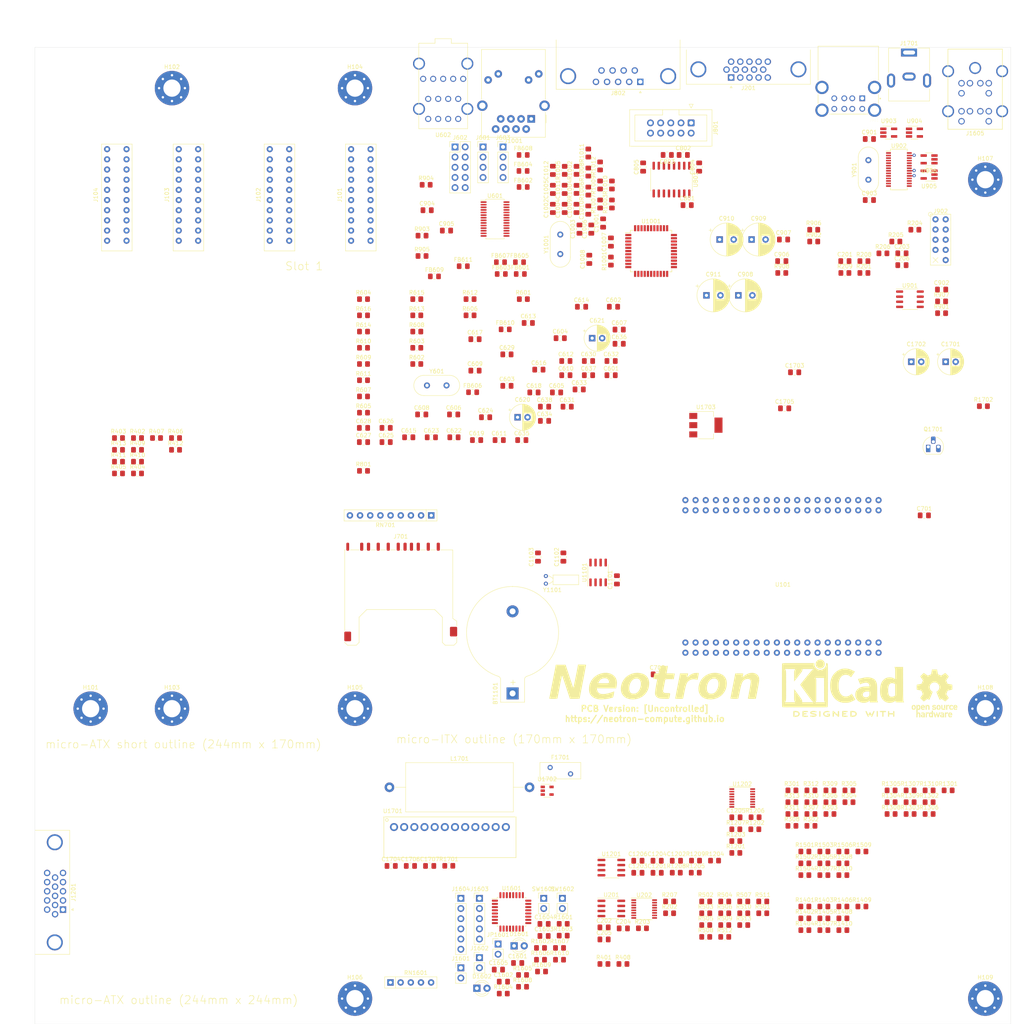
<source format=kicad_pcb>
(kicad_pcb (version 20171130) (host pcbnew 5.1.9)
  (layers (0 F.Cu signal) (1 In1.Cu power hide) (2 In2.Cu power hide) (31 B.Cu signal hide) (34 B.Paste user hide) (35 F.Paste user hide) (36 B.SilkS user hide) (37 F.SilkS user) (38 B.Mask user hide) (39 F.Mask user hide) (44 Edge.Cuts user))
  (net 0 "")
  (net 1 +3V3)
  (net 2 GND)
  (net 3 GNDA)
  (net 4 /Audio/LineL)
  (net 5 /Audio/LineR)
  (net 6 /Audio/FrontHPL)
  (net 7 /Audio/FrontHPR)
  (net 8 "Net-(J201-Pad0)")
  (net 9 /Serial/RS232_CTS_IN)
  (net 10 /Serial/RS232_RX_IN)
  (net 11 /Serial/RS232_RTS_OUT)
  (net 12 /Serial/RS232_TX_OUT)
  (net 13 /Audio/3V3_DIGITAL)
  (net 14 /Audio/3V3_ANALOG)
  (net 15 /Audio/RearMicL)
  (net 16 /Audio/RearInL)
  (net 17 /Audio/RearInR)
  (net 18 /Audio/CDInR)
  (net 19 /Audio/CDInL)
  (net 20 /Audio/RearHPL)
  (net 21 /Audio/RearHPR)
  (net 22 /Audio/FrontMicR)
  (net 23 /Audio/FrontMicL)
  (net 24 /Audio/5V0_ANALOG)
  (net 25 /Audio/BIASOUT)
  (net 26 /Audio/MICIN)
  (net 27 +5V)
  (net 28 /USB/USBD2-)
  (net 29 /USB/USBD2+)
  (net 30 /USB/USBD1-)
  (net 31 /USB/USBD1+)
  (net 32 /USB/USBD4+)
  (net 33 /USB/USBD4-)
  (net 34 /USB/USBD3-)
  (net 35 /USB/USBD3+)
  (net 36 /USB/USB_5V)
  (net 37 "/SD Card/~WRITE_PROTECT")
  (net 38 "/SD Card/~CARD_DETECT")
  (net 39 "/SD Card/DAT2")
  (net 40 "/SD Card/DAT1")
  (net 41 "/SD Card/DAT0")
  (net 42 "/SD Card/CLK")
  (net 43 "/SD Card/CMD")
  (net 44 "/SD Card/DAT3")
  (net 45 /USB/~ENABLE)
  (net 46 /USB/USB_3V3)
  (net 47 /Ethernet/~IRQ)
  (net 48 +BATT)
  (net 49 "Net-(R301-Pad2)")
  (net 50 "Net-(R401-Pad2)")
  (net 51 "Net-(R501-Pad2)")
  (net 52 +3.3VP)
  (net 53 "/18-bit Video/VGA_DDC_SCL")
  (net 54 "/18-bit Video/VGA_VSYNC")
  (net 55 "/18-bit Video/VGA_HSYNC")
  (net 56 "/18-bit Video/VGA_DDC_SDA")
  (net 57 "/18-bit Video/VGA_BLU")
  (net 58 "/18-bit Video/VGA_GRN")
  (net 59 "/18-bit Video/VGA_RED")
  (net 60 "/12-bit Video/VGA_DDC_SCL")
  (net 61 "/12-bit Video/VGA_VSYNC")
  (net 62 "/12-bit Video/VGA_HSYNC")
  (net 63 "/12-bit Video/VGA_DDC_SDA")
  (net 64 "/12-bit Video/VGA_BLU")
  (net 65 "/12-bit Video/VGA_GRN")
  (net 66 "/12-bit Video/VGA_RED")
  (net 67 "/18-bit Video/RED_ANA")
  (net 68 "/18-bit Video/GREEN_ANA")
  (net 69 "/18-bit Video/BLUE_ANA")
  (net 70 "/12-bit Video/Blue DAC/DIGITAL_IN0")
  (net 71 "/12-bit Video/Blue DAC/DIGITAL_IN1")
  (net 72 "/12-bit Video/Blue DAC/DIGITAL_IN2")
  (net 73 "/12-bit Video/Blue DAC/DIGITAL_IN3")
  (net 74 "/18-bit Video/Blue DAC/DIGITAL_IN4")
  (net 75 "/18-bit Video/Blue DAC/DIGITAL_IN5")
  (net 76 "/12-bit Video/RED_ANA")
  (net 77 "/12-bit Video/GREEN_ANA")
  (net 78 "/12-bit Video/BLUE_ANA")
  (net 79 "Net-(C206-Pad2)")
  (net 80 "Net-(C601-Pad2)")
  (net 81 "Net-(C603-Pad1)")
  (net 82 "Net-(C604-Pad1)")
  (net 83 "Net-(C605-Pad1)")
  (net 84 "Net-(C614-Pad1)")
  (net 85 "Net-(C615-Pad1)")
  (net 86 "Net-(C618-Pad2)")
  (net 87 "Net-(C618-Pad1)")
  (net 88 "Net-(C619-Pad2)")
  (net 89 "Net-(C619-Pad1)")
  (net 90 "Net-(C620-Pad2)")
  (net 91 "Net-(C620-Pad1)")
  (net 92 "Net-(C621-Pad2)")
  (net 93 "Net-(C621-Pad1)")
  (net 94 "Net-(C622-Pad2)")
  (net 95 "Net-(C622-Pad1)")
  (net 96 "Net-(C623-Pad2)")
  (net 97 "Net-(C623-Pad1)")
  (net 98 "Net-(C624-Pad2)")
  (net 99 "Net-(C624-Pad1)")
  (net 100 "Net-(C625-Pad2)")
  (net 101 "Net-(C630-Pad2)")
  (net 102 "Net-(C631-Pad2)")
  (net 103 "Net-(C636-Pad2)")
  (net 104 "Net-(C802-Pad2)")
  (net 105 "Net-(C802-Pad1)")
  (net 106 "Net-(C803-Pad2)")
  (net 107 "Net-(C803-Pad1)")
  (net 108 "Net-(C804-Pad2)")
  (net 109 "Net-(C805-Pad2)")
  (net 110 "Net-(C901-Pad1)")
  (net 111 "Net-(C903-Pad1)")
  (net 112 "Net-(C908-Pad1)")
  (net 113 "Net-(C909-Pad1)")
  (net 114 "Net-(C910-Pad1)")
  (net 115 "Net-(C911-Pad1)")
  (net 116 "Net-(C1008-Pad1)")
  (net 117 "Net-(C1009-Pad1)")
  (net 118 "Net-(C1010-Pad1)")
  (net 119 "Net-(C1011-Pad1)")
  (net 120 "Net-(C1012-Pad1)")
  (net 121 "Net-(C1101-Pad1)")
  (net 122 "Net-(C1102-Pad1)")
  (net 123 "Net-(C1206-Pad2)")
  (net 124 "Net-(C1701-Pad1)")
  (net 125 "Net-(C1702-Pad1)")
  (net 126 "Net-(D1601-Pad2)")
  (net 127 "Net-(D1602-Pad2)")
  (net 128 "Net-(F1701-Pad2)")
  (net 129 "Net-(J802-Pad0)")
  (net 130 "Net-(J1001-Pad13)")
  (net 131 "Net-(J1001-PadL4)")
  (net 132 "Net-(J1001-PadL1)")
  (net 133 "Net-(J1001-PadR6)")
  (net 134 "Net-(J1001-PadR3)")
  (net 135 "Net-(J1001-PadR2)")
  (net 136 "Net-(J1001-PadR1)")
  (net 137 "Net-(J1201-Pad0)")
  (net 138 "Net-(J1601-Pad1)")
  (net 139 "Net-(J1602-Pad1)")
  (net 140 "/Board Management Controller/SWCLK")
  (net 141 "/Board Management Controller/SWDIO")
  (net 142 "/Board Management Controller/~BMC_RST")
  (net 143 "/Board Management Controller/UART_CTS")
  (net 144 "/Board Management Controller/UART_TX")
  (net 145 "/Board Management Controller/UART_RX")
  (net 146 "/Board Management Controller/UART_RTS")
  (net 147 "/Board Management Controller/MS_CLK")
  (net 148 "/Board Management Controller/MS_DAT")
  (net 149 "/Board Management Controller/KB_DAT")
  (net 150 "/Board Management Controller/KB_CLK")
  (net 151 "Net-(JP1601-Pad2)")
  (net 152 "/Power Supply and BMC/~PSU_EN")
  (net 153 "Net-(Q1701-Pad2)")
  (net 154 "Net-(R204-Pad2)")
  (net 155 "Net-(R205-Pad2)")
  (net 156 "Net-(R206-Pad2)")
  (net 157 "Net-(R303-Pad1)")
  (net 158 "Net-(R305-Pad1)")
  (net 159 "Net-(R307-Pad1)")
  (net 160 "Net-(R309-Pad1)")
  (net 161 "Net-(R403-Pad1)")
  (net 162 "Net-(R405-Pad1)")
  (net 163 "Net-(R407-Pad1)")
  (net 164 "Net-(R409-Pad1)")
  (net 165 "Net-(R503-Pad1)")
  (net 166 "Net-(R505-Pad1)")
  (net 167 "Net-(R507-Pad1)")
  (net 168 "Net-(R509-Pad1)")
  (net 169 "Net-(R902-Pad2)")
  (net 170 "Net-(R903-Pad2)")
  (net 171 "Net-(R904-Pad2)")
  (net 172 "Net-(R905-Pad2)")
  (net 173 "Net-(R906-Pad1)")
  (net 174 "Net-(R907-Pad1)")
  (net 175 "Net-(R908-Pad2)")
  (net 176 "Net-(R1002-Pad1)")
  (net 177 "Net-(R1003-Pad1)")
  (net 178 "Net-(R1010-Pad1)")
  (net 179 "Net-(R1011-Pad1)")
  (net 180 "Net-(R1204-Pad2)")
  (net 181 "Net-(R1205-Pad2)")
  (net 182 "Net-(R1206-Pad2)")
  (net 183 "Net-(R1301-Pad2)")
  (net 184 "Net-(R1303-Pad1)")
  (net 185 "Net-(R1305-Pad1)")
  (net 186 "Net-(R1307-Pad1)")
  (net 187 "Net-(R1401-Pad2)")
  (net 188 "Net-(R1403-Pad1)")
  (net 189 "Net-(R1405-Pad1)")
  (net 190 "Net-(R1407-Pad1)")
  (net 191 "Net-(R1501-Pad2)")
  (net 192 "Net-(R1503-Pad1)")
  (net 193 "Net-(R1505-Pad1)")
  (net 194 "Net-(R1507-Pad1)")
  (net 195 "/Board Management Controller/LED0")
  (net 196 "/Board Management Controller/LED1")
  (net 197 "/Board Management Controller/MON_3V3")
  (net 198 "Net-(R1608-Pad2)")
  (net 199 "/Board Management Controller/MON_5V")
  (net 200 "/Power Supply and BMC/DC_ON")
  (net 201 "/Board Management Controller/~BUTTON_PWR")
  (net 202 "/Board Management Controller/~BUTTON_RST")
  (net 203 "Net-(U902-Pad25)")
  (module Resistor_SMD:R_0805_2012Metric_Pad1.20x1.40mm_HandSolder (layer F.Cu) (at 270.774 120.754)
    (fp_text reference R1702 (at 0 -1.65) (layer F.SilkS))
    (fp_text value "1k 1%")
    (pad 2 smd roundrect (at 1 0) (size 1.2 1.4) (layers F.Cu F.Paste F.Mask) (roundrect_rratio 0.208333) (net 200 "/Power Supply and BMC/DC_ON"))
    (pad 1 smd roundrect (at -1 0) (size 1.2 1.4) (layers F.Cu F.Paste F.Mask) (roundrect_rratio 0.208333) (net 153 "Net-(Q1701-Pad2)"))
  )
  (module Resistor_SMD:R_0805_2012Metric_Pad1.20x1.40mm_HandSolder (layer F.Cu) (at 175.01 60.77 90)
    (fp_text reference R1012 (at 0 -1.65 90) (layer F.SilkS))
    (fp_text value DNF)
    (pad 2 smd roundrect (at 1 0 90) (size 1.2 1.4) (layers F.Cu F.Paste F.Mask) (roundrect_rratio 0.208333) (net 2 GND))
    (pad 1 smd roundrect (at -1 0 90) (size 1.2 1.4) (layers F.Cu F.Paste F.Mask) (roundrect_rratio 0.208333) (net 130 "Net-(J1001-Pad13)"))
  )
  (module Resistor_SMD:R_0805_2012Metric_Pad1.20x1.40mm_HandSolder (layer F.Cu) (at 172.06 57.54 90)
    (fp_text reference R1011 (at 0 -1.65 90) (layer F.SilkS))
    (fp_text value "180R 1%")
    (pad 2 smd roundrect (at 1 0 90) (size 1.2 1.4) (layers F.Cu F.Paste F.Mask) (roundrect_rratio 0.208333) (net 131 "Net-(J1001-PadL4)"))
    (pad 1 smd roundrect (at -1 0 90) (size 1.2 1.4) (layers F.Cu F.Paste F.Mask) (roundrect_rratio 0.208333) (net 179 "Net-(R1011-Pad1)"))
  )
  (module Resistor_SMD:R_0805_2012Metric_Pad1.20x1.40mm_HandSolder (layer F.Cu) (at 177.96 65.52 90)
    (fp_text reference R1010 (at 0 -1.65 90) (layer F.SilkS))
    (fp_text value "180R 1%")
    (pad 2 smd roundrect (at 1 0 90) (size 1.2 1.4) (layers F.Cu F.Paste F.Mask) (roundrect_rratio 0.208333) (net 132 "Net-(J1001-PadL1)"))
    (pad 1 smd roundrect (at -1 0 90) (size 1.2 1.4) (layers F.Cu F.Paste F.Mask) (roundrect_rratio 0.208333) (net 178 "Net-(R1010-Pad1)"))
  )
  (module Resistor_SMD:R_0805_2012Metric_Pad1.20x1.40mm_HandSolder (layer F.Cu) (at 175.01 65.52 90)
    (fp_text reference R1009 (at 0 -1.65 90) (layer F.SilkS))
    (fp_text value "10R 1%")
    (pad 2 smd roundrect (at 1 0 90) (size 1.2 1.4) (layers F.Cu F.Paste F.Mask) (roundrect_rratio 0.208333) (net 120 "Net-(C1012-Pad1)"))
    (pad 1 smd roundrect (at -1 0 90) (size 1.2 1.4) (layers F.Cu F.Paste F.Mask) (roundrect_rratio 0.208333) (net 1 +3V3))
  )
  (module Resistor_SMD:R_0805_2012Metric_Pad1.20x1.40mm_HandSolder (layer F.Cu) (at 172.06 62.29 90)
    (fp_text reference R1008 (at 0 -1.65 90) (layer F.SilkS))
    (fp_text value "10R 1%")
    (pad 2 smd roundrect (at 1 0 90) (size 1.2 1.4) (layers F.Cu F.Paste F.Mask) (roundrect_rratio 0.208333) (net 119 "Net-(C1011-Pad1)"))
    (pad 1 smd roundrect (at -1 0 90) (size 1.2 1.4) (layers F.Cu F.Paste F.Mask) (roundrect_rratio 0.208333) (net 1 +3V3))
  )
  (module Resistor_SMD:R_0805_2012Metric_Pad1.20x1.40mm_HandSolder (layer F.Cu) (at 175.01 70.27 90)
    (fp_text reference R1007 (at 0 -1.65 90) (layer F.SilkS))
    (fp_text value "49R9 1%")
    (pad 2 smd roundrect (at 1 0 90) (size 1.2 1.4) (layers F.Cu F.Paste F.Mask) (roundrect_rratio 0.208333) (net 133 "Net-(J1001-PadR6)"))
    (pad 1 smd roundrect (at -1 0 90) (size 1.2 1.4) (layers F.Cu F.Paste F.Mask) (roundrect_rratio 0.208333) (net 1 +3V3))
  )
  (module Resistor_SMD:R_0805_2012Metric_Pad1.20x1.40mm_HandSolder (layer F.Cu) (at 172.06 67.04 90)
    (fp_text reference R1006 (at 0 -1.65 90) (layer F.SilkS))
    (fp_text value "49R9 1%")
    (pad 2 smd roundrect (at 1 0 90) (size 1.2 1.4) (layers F.Cu F.Paste F.Mask) (roundrect_rratio 0.208333) (net 1 +3V3))
    (pad 1 smd roundrect (at -1 0 90) (size 1.2 1.4) (layers F.Cu F.Paste F.Mask) (roundrect_rratio 0.208333) (net 134 "Net-(J1001-PadR3)"))
  )
  (module Resistor_SMD:R_0805_2012Metric_Pad1.20x1.40mm_HandSolder (layer F.Cu) (at 166.16 61.87 90)
    (fp_text reference R1005 (at 0 -1.65 90) (layer F.SilkS))
    (fp_text value "49R9 1%")
    (pad 2 smd roundrect (at 1 0 90) (size 1.2 1.4) (layers F.Cu F.Paste F.Mask) (roundrect_rratio 0.208333) (net 135 "Net-(J1001-PadR2)"))
    (pad 1 smd roundrect (at -1 0 90) (size 1.2 1.4) (layers F.Cu F.Paste F.Mask) (roundrect_rratio 0.208333) (net 1 +3V3))
  )
  (module Resistor_SMD:R_0805_2012Metric_Pad1.20x1.40mm_HandSolder (layer F.Cu) (at 169.11 66.62 90)
    (fp_text reference R1004 (at 0 -1.65 90) (layer F.SilkS))
    (fp_text value "49R9 1%")
    (pad 2 smd roundrect (at 1 0 90) (size 1.2 1.4) (layers F.Cu F.Paste F.Mask) (roundrect_rratio 0.208333) (net 1 +3V3))
    (pad 1 smd roundrect (at -1 0 90) (size 1.2 1.4) (layers F.Cu F.Paste F.Mask) (roundrect_rratio 0.208333) (net 136 "Net-(J1001-PadR1)"))
  )
  (module Resistor_SMD:R_0805_2012Metric_Pad1.20x1.40mm_HandSolder (layer F.Cu) (at 177.96 70.27 90)
    (fp_text reference R1003 (at 0 -1.65 90) (layer F.SilkS))
    (fp_text value "1M 1%")
    (pad 2 smd roundrect (at 1 0 90) (size 1.2 1.4) (layers F.Cu F.Paste F.Mask) (roundrect_rratio 0.208333) (net 117 "Net-(C1009-Pad1)"))
    (pad 1 smd roundrect (at -1 0 90) (size 1.2 1.4) (layers F.Cu F.Paste F.Mask) (roundrect_rratio 0.208333) (net 177 "Net-(R1003-Pad1)"))
  )
  (module Resistor_SMD:R_0805_2012Metric_Pad1.20x1.40mm_HandSolder (layer F.Cu) (at 169.11 61.87 90)
    (fp_text reference R1002 (at 0 -1.65 90) (layer F.SilkS))
    (fp_text value "12k4 1%")
    (pad 2 smd roundrect (at 1 0 90) (size 1.2 1.4) (layers F.Cu F.Paste F.Mask) (roundrect_rratio 0.208333) (net 2 GND))
    (pad 1 smd roundrect (at -1 0 90) (size 1.2 1.4) (layers F.Cu F.Paste F.Mask) (roundrect_rratio 0.208333) (net 176 "Net-(R1002-Pad1)"))
  )
  (module Resistor_SMD:R_0805_2012Metric_Pad1.20x1.40mm_HandSolder (layer F.Cu) (at 177.71 84.52 90)
    (fp_text reference R1001 (at 0 -1.65 90) (layer F.SilkS))
    (fp_text value "100k 1%")
    (pad 2 smd roundrect (at 1 0 90) (size 1.2 1.4) (layers F.Cu F.Paste F.Mask) (roundrect_rratio 0.208333) (net 47 /Ethernet/~IRQ))
    (pad 1 smd roundrect (at -1 0 90) (size 1.2 1.4) (layers F.Cu F.Paste F.Mask) (roundrect_rratio 0.208333) (net 1 +3V3))
  )
  (module Resistor_SMD:R_0805_2012Metric_Pad1.20x1.40mm_HandSolder (layer F.Cu) (at 220.402 87.486)
    (fp_text reference R908 (at 0 -1.65) (layer F.SilkS))
    (fp_text value "10k 1%")
    (pad 2 smd roundrect (at 1 0) (size 1.2 1.4) (layers F.Cu F.Paste F.Mask) (roundrect_rratio 0.208333) (net 175 "Net-(R908-Pad2)"))
    (pad 1 smd roundrect (at -1 0) (size 1.2 1.4) (layers F.Cu F.Paste F.Mask) (roundrect_rratio 0.208333) (net 1 +3V3))
  )
  (module Resistor_SMD:R_0805_2012Metric_Pad1.20x1.40mm_HandSolder (layer F.Cu) (at 260.328 94.582)
    (fp_text reference R907 (at 0 -1.65) (layer F.SilkS))
    (fp_text value "10k 1%")
    (pad 2 smd roundrect (at 1 0) (size 1.2 1.4) (layers F.Cu F.Paste F.Mask) (roundrect_rratio 0.208333) (net 2 GND))
    (pad 1 smd roundrect (at -1 0) (size 1.2 1.4) (layers F.Cu F.Paste F.Mask) (roundrect_rratio 0.208333) (net 174 "Net-(R907-Pad1)"))
  )
  (module Resistor_SMD:R_0805_2012Metric_Pad1.20x1.40mm_HandSolder (layer F.Cu) (at 228.382 76.686)
    (fp_text reference R906 (at 0 -1.65) (layer F.SilkS))
    (fp_text value "2k7 1%")
    (pad 2 smd roundrect (at 1 0) (size 1.2 1.4) (layers F.Cu F.Paste F.Mask) (roundrect_rratio 0.208333) (net 2 GND))
    (pad 1 smd roundrect (at -1 0) (size 1.2 1.4) (layers F.Cu F.Paste F.Mask) (roundrect_rratio 0.208333) (net 173 "Net-(R906-Pad1)"))
  )
  (module Resistor_SMD:R_0805_2012Metric_Pad1.20x1.40mm_HandSolder (layer F.Cu) (at 130.525 83.25)
    (fp_text reference R905 (at 0 -1.65) (layer F.SilkS))
    (fp_text value "10k 1%")
    (pad 2 smd roundrect (at 1 0) (size 1.2 1.4) (layers F.Cu F.Paste F.Mask) (roundrect_rratio 0.208333) (net 172 "Net-(R905-Pad2)"))
    (pad 1 smd roundrect (at -1 0) (size 1.2 1.4) (layers F.Cu F.Paste F.Mask) (roundrect_rratio 0.208333) (net 46 /USB/USB_3V3))
  )
  (module Resistor_SMD:R_0805_2012Metric_Pad1.20x1.40mm_HandSolder (layer F.Cu) (at 131.55 65.47)
    (fp_text reference R904 (at 0 -1.65) (layer F.SilkS))
    (fp_text value "10k 1%")
    (pad 2 smd roundrect (at 1 0) (size 1.2 1.4) (layers F.Cu F.Paste F.Mask) (roundrect_rratio 0.208333) (net 171 "Net-(R904-Pad2)"))
    (pad 1 smd roundrect (at -1 0) (size 1.2 1.4) (layers F.Cu F.Paste F.Mask) (roundrect_rratio 0.208333) (net 46 /USB/USB_3V3))
  )
  (module Resistor_SMD:R_0805_2012Metric_Pad1.20x1.40mm_HandSolder (layer F.Cu) (at 130.525 78.17)
    (fp_text reference R903 (at 0 -1.65) (layer F.SilkS))
    (fp_text value "10k 1%")
    (pad 2 smd roundrect (at 1 0) (size 1.2 1.4) (layers F.Cu F.Paste F.Mask) (roundrect_rratio 0.208333) (net 170 "Net-(R903-Pad2)"))
    (pad 1 smd roundrect (at -1 0) (size 1.2 1.4) (layers F.Cu F.Paste F.Mask) (roundrect_rratio 0.208333) (net 46 /USB/USB_3V3))
  )
  (module Resistor_SMD:R_0805_2012Metric_Pad1.20x1.40mm_HandSolder (layer F.Cu) (at 228.382 79.636)
    (fp_text reference R902 (at 0 -1.65) (layer F.SilkS))
    (fp_text value "10k 1%")
    (pad 2 smd roundrect (at 1 0) (size 1.2 1.4) (layers F.Cu F.Paste F.Mask) (roundrect_rratio 0.208333) (net 169 "Net-(R902-Pad2)"))
    (pad 1 smd roundrect (at -1 0) (size 1.2 1.4) (layers F.Cu F.Paste F.Mask) (roundrect_rratio 0.208333) (net 46 /USB/USB_3V3))
  )
  (module Resistor_SMD:R_0805_2012Metric_Pad1.20x1.40mm_HandSolder (layer F.Cu) (at 260.328 97.532)
    (fp_text reference R901 (at 0 -1.65) (layer F.SilkS))
    (fp_text value "10k 1%")
    (pad 2 smd roundrect (at 1 0) (size 1.2 1.4) (layers F.Cu F.Paste F.Mask) (roundrect_rratio 0.208333) (net 45 /USB/~ENABLE))
    (pad 1 smd roundrect (at -1 0) (size 1.2 1.4) (layers F.Cu F.Paste F.Mask) (roundrect_rratio 0.208333) (net 1 +3V3))
  )
  (module Resistor_SMD:R_0805_2012Metric_Pad1.20x1.40mm_HandSolder (layer F.Cu) (at 115.9 136.9)
    (fp_text reference R801 (at 0 -1.65) (layer F.SilkS))
    (fp_text value DNF)
    (pad 2 smd roundrect (at 1 0) (size 1.2 1.4) (layers F.Cu F.Paste F.Mask) (roundrect_rratio 0.208333) (net 2 GND))
    (pad 1 smd roundrect (at -1 0) (size 1.2 1.4) (layers F.Cu F.Paste F.Mask) (roundrect_rratio 0.208333) (net 129 "Net-(J802-Pad0)"))
  )
  (module Resistor_SMD:R_0805_2012Metric_Pad1.20x1.40mm_HandSolder (layer F.Cu) (at 115.9 98.07)
    (fp_text reference R616 (at 0 -1.65) (layer F.SilkS))
    (fp_text value "10k 1%")
    (pad 2 smd roundrect (at 1 0) (size 1.2 1.4) (layers F.Cu F.Paste F.Mask) (roundrect_rratio 0.208333) (net 15 /Audio/RearMicL))
    (pad 1 smd roundrect (at -1 0) (size 1.2 1.4) (layers F.Cu F.Paste F.Mask) (roundrect_rratio 0.208333) (net 3 GNDA))
  )
  (module Resistor_SMD:R_0805_2012Metric_Pad1.20x1.40mm_HandSolder (layer F.Cu) (at 129.21 94.02)
    (fp_text reference R615 (at 0 -1.65) (layer F.SilkS))
    (fp_text value "4k7 1%")
    (pad 2 smd roundrect (at 1 0) (size 1.2 1.4) (layers F.Cu F.Paste F.Mask) (roundrect_rratio 0.208333) (net 96 "Net-(C623-Pad2)"))
    (pad 1 smd roundrect (at -1 0) (size 1.2 1.4) (layers F.Cu F.Paste F.Mask) (roundrect_rratio 0.208333) (net 103 "Net-(C636-Pad2)"))
  )
  (module Resistor_SMD:R_0805_2012Metric_Pad1.20x1.40mm_HandSolder (layer F.Cu) (at 115.9 102.12)
    (fp_text reference R614 (at 0 -1.65) (layer F.SilkS))
    (fp_text value "4k7 1%")
    (pad 2 smd roundrect (at 1 0) (size 1.2 1.4) (layers F.Cu F.Paste F.Mask) (roundrect_rratio 0.208333) (net 94 "Net-(C622-Pad2)"))
    (pad 1 smd roundrect (at -1 0) (size 1.2 1.4) (layers F.Cu F.Paste F.Mask) (roundrect_rratio 0.208333) (net 101 "Net-(C630-Pad2)"))
  )
  (module Resistor_SMD:R_0805_2012Metric_Pad1.20x1.40mm_HandSolder (layer F.Cu) (at 129.21 98.07)
    (fp_text reference R613 (at 0 -1.65) (layer F.SilkS))
    (fp_text value "4k7 1%")
    (pad 2 smd roundrect (at 1 0) (size 1.2 1.4) (layers F.Cu F.Paste F.Mask) (roundrect_rratio 0.208333) (net 94 "Net-(C622-Pad2)"))
    (pad 1 smd roundrect (at -1 0) (size 1.2 1.4) (layers F.Cu F.Paste F.Mask) (roundrect_rratio 0.208333) (net 3 GNDA))
  )
  (module Resistor_SMD:R_0805_2012Metric_Pad1.20x1.40mm_HandSolder (layer F.Cu) (at 142.52 94.02)
    (fp_text reference R612 (at 0 -1.65) (layer F.SilkS))
    (fp_text value "47k 1%")
    (pad 2 smd roundrect (at 1 0) (size 1.2 1.4) (layers F.Cu F.Paste F.Mask) (roundrect_rratio 0.208333) (net 90 "Net-(C620-Pad2)"))
    (pad 1 smd roundrect (at -1 0) (size 1.2 1.4) (layers F.Cu F.Paste F.Mask) (roundrect_rratio 0.208333) (net 3 GNDA))
  )
  (module Resistor_SMD:R_0805_2012Metric_Pad1.20x1.40mm_HandSolder (layer F.Cu) (at 115.9 114.27)
    (fp_text reference R611 (at 0 -1.65) (layer F.SilkS))
    (fp_text value "47k 1%")
    (pad 2 smd roundrect (at 1 0) (size 1.2 1.4) (layers F.Cu F.Paste F.Mask) (roundrect_rratio 0.208333) (net 100 "Net-(C625-Pad2)"))
    (pad 1 smd roundrect (at -1 0) (size 1.2 1.4) (layers F.Cu F.Paste F.Mask) (roundrect_rratio 0.208333) (net 3 GNDA))
  )
  (module Resistor_SMD:R_0805_2012Metric_Pad1.20x1.40mm_HandSolder (layer F.Cu) (at 115.9 106.17)
    (fp_text reference R610 (at 0 -1.65) (layer F.SilkS))
    (fp_text value "4k7 1%")
    (pad 2 smd roundrect (at 1 0) (size 1.2 1.4) (layers F.Cu F.Paste F.Mask) (roundrect_rratio 0.208333) (net 99 "Net-(C624-Pad1)"))
    (pad 1 smd roundrect (at -1 0) (size 1.2 1.4) (layers F.Cu F.Paste F.Mask) (roundrect_rratio 0.208333) (net 26 /Audio/MICIN))
  )
  (module Resistor_SMD:R_0805_2012Metric_Pad1.20x1.40mm_HandSolder (layer F.Cu) (at 115.9 110.22)
    (fp_text reference R609 (at 0 -1.65) (layer F.SilkS))
    (fp_text value "2k2 1%")
    (pad 2 smd roundrect (at 1 0) (size 1.2 1.4) (layers F.Cu F.Paste F.Mask) (roundrect_rratio 0.208333) (net 25 /Audio/BIASOUT))
    (pad 1 smd roundrect (at -1 0) (size 1.2 1.4) (layers F.Cu F.Paste F.Mask) (roundrect_rratio 0.208333) (net 98 "Net-(C624-Pad2)"))
  )
  (module Resistor_SMD:R_0805_2012Metric_Pad1.20x1.40mm_HandSolder (layer F.Cu) (at 129.21 102.12)
    (fp_text reference R608 (at 0 -1.65) (layer F.SilkS))
    (fp_text value "4k7 1%")
    (pad 2 smd roundrect (at 1 0) (size 1.2 1.4) (layers F.Cu F.Paste F.Mask) (roundrect_rratio 0.208333) (net 3 GNDA))
    (pad 1 smd roundrect (at -1 0) (size 1.2 1.4) (layers F.Cu F.Paste F.Mask) (roundrect_rratio 0.208333) (net 96 "Net-(C623-Pad2)"))
  )
  (module Resistor_SMD:R_0805_2012Metric_Pad1.20x1.40mm_HandSolder (layer F.Cu) (at 115.9 118.32)
    (fp_text reference R607 (at 0 -1.65) (layer F.SilkS))
    (fp_text value "47k 1%")
    (pad 2 smd roundrect (at 1 0) (size 1.2 1.4) (layers F.Cu F.Paste F.Mask) (roundrect_rratio 0.208333) (net 3 GNDA))
    (pad 1 smd roundrect (at -1 0) (size 1.2 1.4) (layers F.Cu F.Paste F.Mask) (roundrect_rratio 0.208333) (net 92 "Net-(C621-Pad2)"))
  )
  (module Resistor_SMD:R_0805_2012Metric_Pad1.20x1.40mm_HandSolder (layer F.Cu) (at 142.52 98.07)
    (fp_text reference R606 (at 0 -1.65) (layer F.SilkS))
    (fp_text value "47k 1%")
    (pad 2 smd roundrect (at 1 0) (size 1.2 1.4) (layers F.Cu F.Paste F.Mask) (roundrect_rratio 0.208333) (net 3 GNDA))
    (pad 1 smd roundrect (at -1 0) (size 1.2 1.4) (layers F.Cu F.Paste F.Mask) (roundrect_rratio 0.208333) (net 102 "Net-(C631-Pad2)"))
  )
  (module Resistor_SMD:R_0805_2012Metric_Pad1.20x1.40mm_HandSolder (layer F.Cu) (at 115.9 122.37)
    (fp_text reference R605 (at 0 -1.65) (layer F.SilkS))
    (fp_text value "100R 1%")
    (pad 2 smd roundrect (at 1 0) (size 1.2 1.4) (layers F.Cu F.Paste F.Mask) (roundrect_rratio 0.208333) (net 88 "Net-(C619-Pad2)"))
    (pad 1 smd roundrect (at -1 0) (size 1.2 1.4) (layers F.Cu F.Paste F.Mask) (roundrect_rratio 0.208333) (net 102 "Net-(C631-Pad2)"))
  )
  (module Resistor_SMD:R_0805_2012Metric_Pad1.20x1.40mm_HandSolder (layer F.Cu) (at 115.9 94.02)
    (fp_text reference R604 (at 0 -1.65) (layer F.SilkS))
    (fp_text value "100R 1%")
    (pad 2 smd roundrect (at 1 0) (size 1.2 1.4) (layers F.Cu F.Paste F.Mask) (roundrect_rratio 0.208333) (net 86 "Net-(C618-Pad2)"))
    (pad 1 smd roundrect (at -1 0) (size 1.2 1.4) (layers F.Cu F.Paste F.Mask) (roundrect_rratio 0.208333) (net 100 "Net-(C625-Pad2)"))
  )
  (module Resistor_SMD:R_0805_2012Metric_Pad1.20x1.40mm_HandSolder (layer F.Cu) (at 129.21 106.17)
    (fp_text reference R603 (at 0 -1.65) (layer F.SilkS))
    (fp_text value "2R2 1%")
    (pad 2 smd roundrect (at 1 0) (size 1.2 1.4) (layers F.Cu F.Paste F.Mask) (roundrect_rratio 0.208333) (net 84 "Net-(C614-Pad1)"))
    (pad 1 smd roundrect (at -1 0) (size 1.2 1.4) (layers F.Cu F.Paste F.Mask) (roundrect_rratio 0.208333) (net 24 /Audio/5V0_ANALOG))
  )
  (module Resistor_SMD:R_0805_2012Metric_Pad1.20x1.40mm_HandSolder (layer F.Cu) (at 129.21 110.22)
    (fp_text reference R602 (at 0 -1.65) (layer F.SilkS))
    (fp_text value "2R2 1%")
    (pad 2 smd roundrect (at 1 0) (size 1.2 1.4) (layers F.Cu F.Paste F.Mask) (roundrect_rratio 0.208333) (net 82 "Net-(C604-Pad1)"))
    (pad 1 smd roundrect (at -1 0) (size 1.2 1.4) (layers F.Cu F.Paste F.Mask) (roundrect_rratio 0.208333) (net 13 /Audio/3V3_DIGITAL))
  )
  (module Resistor_SMD:R_0805_2012Metric_Pad1.20x1.40mm_HandSolder (layer F.Cu) (at 155.83 94.02)
    (fp_text reference R601 (at 0 -1.65) (layer F.SilkS))
    (fp_text value "2R2 1%")
    (pad 2 smd roundrect (at 1 0) (size 1.2 1.4) (layers F.Cu F.Paste F.Mask) (roundrect_rratio 0.208333) (net 81 "Net-(C603-Pad1)"))
    (pad 1 smd roundrect (at -1 0) (size 1.2 1.4) (layers F.Cu F.Paste F.Mask) (roundrect_rratio 0.208333) (net 14 /Audio/3V3_ANALOG))
  )
  (module Resistor_SMD:R_0805_2012Metric_Pad1.20x1.40mm_HandSolder (layer F.Cu) (at 54.685001 131.645001)
    (fp_text reference R413 (at 0 -1.65) (layer F.SilkS))
    (fp_text value "4990 0.5%")
    (pad 2 smd roundrect (at 1 0) (size 1.2 1.4) (layers F.Cu F.Paste F.Mask) (roundrect_rratio 0.208333) (net 2 GND))
    (pad 1 smd roundrect (at -1 0) (size 1.2 1.4) (layers F.Cu F.Paste F.Mask) (roundrect_rratio 0.208333) (net 68 "/18-bit Video/GREEN_ANA"))
  )
  (module Resistor_SMD:R_0805_2012Metric_Pad1.20x1.40mm_HandSolder (layer F.Cu) (at 68.935001 131.645001)
    (fp_text reference R412 (at 0 -1.65) (layer F.SilkS))
    (fp_text value "24k 0.5%")
    (pad 2 smd roundrect (at 1 0) (size 1.2 1.4) (layers F.Cu F.Paste F.Mask) (roundrect_rratio 0.208333) (net 68 "/18-bit Video/GREEN_ANA"))
    (pad 1 smd roundrect (at -1 0) (size 1.2 1.4) (layers F.Cu F.Paste F.Mask) (roundrect_rratio 0.208333) (net 75 "/18-bit Video/Blue DAC/DIGITAL_IN5"))
  )
  (module Resistor_SMD:R_0805_2012Metric_Pad1.20x1.40mm_HandSolder (layer F.Cu) (at 54.685001 134.595001)
    (fp_text reference R411 (at 0 -1.65) (layer F.SilkS))
    (fp_text value "12k 0.5%")
    (pad 2 smd roundrect (at 1 0) (size 1.2 1.4) (layers F.Cu F.Paste F.Mask) (roundrect_rratio 0.208333) (net 164 "Net-(R409-Pad1)"))
    (pad 1 smd roundrect (at -1 0) (size 1.2 1.4) (layers F.Cu F.Paste F.Mask) (roundrect_rratio 0.208333) (net 68 "/18-bit Video/GREEN_ANA"))
  )
  (module Resistor_SMD:R_0805_2012Metric_Pad1.20x1.40mm_HandSolder (layer F.Cu) (at 59.435001 134.595001)
    (fp_text reference R410 (at 0 -1.65) (layer F.SilkS))
    (fp_text value "24k 0.5%")
    (pad 2 smd roundrect (at 1 0) (size 1.2 1.4) (layers F.Cu F.Paste F.Mask) (roundrect_rratio 0.208333) (net 164 "Net-(R409-Pad1)"))
    (pad 1 smd roundrect (at -1 0) (size 1.2 1.4) (layers F.Cu F.Paste F.Mask) (roundrect_rratio 0.208333) (net 74 "/18-bit Video/Blue DAC/DIGITAL_IN4"))
  )
  (module Resistor_SMD:R_0805_2012Metric_Pad1.20x1.40mm_HandSolder (layer F.Cu) (at 59.435001 131.645001)
    (fp_text reference R409 (at 0 -1.65) (layer F.SilkS))
    (fp_text value "12k 0.5%")
    (pad 2 smd roundrect (at 1 0) (size 1.2 1.4) (layers F.Cu F.Paste F.Mask) (roundrect_rratio 0.208333) (net 163 "Net-(R407-Pad1)"))
    (pad 1 smd roundrect (at -1 0) (size 1.2 1.4) (layers F.Cu F.Paste F.Mask) (roundrect_rratio 0.208333) (net 164 "Net-(R409-Pad1)"))
  )
  (module Resistor_SMD:R_0805_2012Metric_Pad1.20x1.40mm_HandSolder (layer F.Cu) (at 64.185001 128.695001)
    (fp_text reference R407 (at 0 -1.65) (layer F.SilkS))
    (fp_text value "12k 0.5%")
    (pad 2 smd roundrect (at 1 0) (size 1.2 1.4) (layers F.Cu F.Paste F.Mask) (roundrect_rratio 0.208333) (net 162 "Net-(R405-Pad1)"))
    (pad 1 smd roundrect (at -1 0) (size 1.2 1.4) (layers F.Cu F.Paste F.Mask) (roundrect_rratio 0.208333) (net 163 "Net-(R407-Pad1)"))
  )
  (module Resistor_SMD:R_0805_2012Metric_Pad1.20x1.40mm_HandSolder (layer F.Cu) (at 68.935001 128.695001)
    (fp_text reference R406 (at 0 -1.65) (layer F.SilkS))
    (fp_text value "24k 0.5%")
    (pad 2 smd roundrect (at 1 0) (size 1.2 1.4) (layers F.Cu F.Paste F.Mask) (roundrect_rratio 0.208333) (net 162 "Net-(R405-Pad1)"))
    (pad 1 smd roundrect (at -1 0) (size 1.2 1.4) (layers F.Cu F.Paste F.Mask) (roundrect_rratio 0.208333) (net 72 "/12-bit Video/Blue DAC/DIGITAL_IN2"))
  )
  (module Resistor_SMD:R_0805_2012Metric_Pad1.20x1.40mm_HandSolder (layer F.Cu) (at 54.685001 137.545001)
    (fp_text reference R405 (at 0 -1.65) (layer F.SilkS))
    (fp_text value "12k 0.5%")
    (pad 2 smd roundrect (at 1 0) (size 1.2 1.4) (layers F.Cu F.Paste F.Mask) (roundrect_rratio 0.208333) (net 161 "Net-(R403-Pad1)"))
    (pad 1 smd roundrect (at -1 0) (size 1.2 1.4) (layers F.Cu F.Paste F.Mask) (roundrect_rratio 0.208333) (net 162 "Net-(R405-Pad1)"))
  )
  (module Resistor_SMD:R_0805_2012Metric_Pad1.20x1.40mm_HandSolder (layer F.Cu) (at 59.435001 137.545001)
    (fp_text reference R404 (at 0 -1.65) (layer F.SilkS))
    (fp_text value "24k 0.5%")
    (pad 2 smd roundrect (at 1 0) (size 1.2 1.4) (layers F.Cu F.Paste F.Mask) (roundrect_rratio 0.208333) (net 161 "Net-(R403-Pad1)"))
    (pad 1 smd roundrect (at -1 0) (size 1.2 1.4) (layers F.Cu F.Paste F.Mask) (roundrect_rratio 0.208333) (net 71 "/12-bit Video/Blue DAC/DIGITAL_IN1"))
  )
  (module Resistor_SMD:R_0805_2012Metric_Pad1.20x1.40mm_HandSolder (layer F.Cu) (at 54.685001 128.695001)
    (fp_text reference R403 (at 0 -1.65) (layer F.SilkS))
    (fp_text value "12k 0.5%")
    (pad 2 smd roundrect (at 1 0) (size 1.2 1.4) (layers F.Cu F.Paste F.Mask) (roundrect_rratio 0.208333) (net 50 "Net-(R401-Pad2)"))
    (pad 1 smd roundrect (at -1 0) (size 1.2 1.4) (layers F.Cu F.Paste F.Mask) (roundrect_rratio 0.208333) (net 161 "Net-(R403-Pad1)"))
  )
  (module Resistor_SMD:R_0805_2012Metric_Pad1.20x1.40mm_HandSolder (layer F.Cu) (at 59.435001 128.695001)
    (fp_text reference R402 (at 0 -1.65) (layer F.SilkS))
    (fp_text value "24k 0.5%")
    (pad 2 smd roundrect (at 1 0) (size 1.2 1.4) (layers F.Cu F.Paste F.Mask) (roundrect_rratio 0.208333) (net 2 GND))
    (pad 1 smd roundrect (at -1 0) (size 1.2 1.4) (layers F.Cu F.Paste F.Mask) (roundrect_rratio 0.208333) (net 50 "Net-(R401-Pad2)"))
  )
  (module Resistor_SMD:R_0805_2012Metric_Pad1.20x1.40mm_HandSolder (layer F.Cu) (at 236.172 87.486)
    (fp_text reference R209 (at 0 -1.65) (layer F.SilkS))
    (fp_text value "1k5 1%")
    (pad 2 smd roundrect (at 1 0) (size 1.2 1.4) (layers F.Cu F.Paste F.Mask) (roundrect_rratio 0.208333) (net 53 "/18-bit Video/VGA_DDC_SCL"))
    (pad 1 smd roundrect (at -1 0) (size 1.2 1.4) (layers F.Cu F.Paste F.Mask) (roundrect_rratio 0.208333) (net 27 +5V))
  )
  (module Resistor_SMD:R_0805_2012Metric_Pad1.20x1.40mm_HandSolder (layer F.Cu) (at 240.922 84.536)
    (fp_text reference R208 (at 0 -1.65) (layer F.SilkS))
    (fp_text value "1k5 1%")
    (pad 2 smd roundrect (at 1 0) (size 1.2 1.4) (layers F.Cu F.Paste F.Mask) (roundrect_rratio 0.208333) (net 56 "/18-bit Video/VGA_DDC_SDA"))
    (pad 1 smd roundrect (at -1 0) (size 1.2 1.4) (layers F.Cu F.Paste F.Mask) (roundrect_rratio 0.208333) (net 27 +5V))
  )
  (module Resistor_SMD:R_0805_2012Metric_Pad1.20x1.40mm_HandSolder (layer F.Cu) (at 245.672 82.586)
    (fp_text reference R206 (at 0 -1.65) (layer F.SilkS))
    (fp_text value "75R 1%")
    (pad 2 smd roundrect (at 1 0) (size 1.2 1.4) (layers F.Cu F.Paste F.Mask) (roundrect_rratio 0.208333) (net 156 "Net-(R206-Pad2)"))
    (pad 1 smd roundrect (at -1 0) (size 1.2 1.4) (layers F.Cu F.Paste F.Mask) (roundrect_rratio 0.208333) (net 57 "/18-bit Video/VGA_BLU"))
  )
  (module Resistor_SMD:R_0805_2012Metric_Pad1.20x1.40mm_HandSolder (layer F.Cu) (at 248.902 79.636)
    (fp_text reference R205 (at 0 -1.65) (layer F.SilkS))
    (fp_text value "75R 1%")
    (pad 2 smd roundrect (at 1 0) (size 1.2 1.4) (layers F.Cu F.Paste F.Mask) (roundrect_rratio 0.208333) (net 155 "Net-(R205-Pad2)"))
    (pad 1 smd roundrect (at -1 0) (size 1.2 1.4) (layers F.Cu F.Paste F.Mask) (roundrect_rratio 0.208333) (net 58 "/18-bit Video/VGA_GRN"))
  )
  (module Resistor_SMD:R_0805_2012Metric_Pad1.20x1.40mm_HandSolder (layer F.Cu) (at 253.652 76.686)
    (fp_text reference R204 (at 0 -1.65) (layer F.SilkS))
    (fp_text value "75R 1%")
    (pad 2 smd roundrect (at 1 0) (size 1.2 1.4) (layers F.Cu F.Paste F.Mask) (roundrect_rratio 0.208333) (net 154 "Net-(R204-Pad2)"))
    (pad 1 smd roundrect (at -1 0) (size 1.2 1.4) (layers F.Cu F.Paste F.Mask) (roundrect_rratio 0.208333) (net 59 "/18-bit Video/VGA_RED"))
  )
  (module Resistor_SMD:R_0805_2012Metric_Pad1.20x1.40mm_HandSolder (layer F.Cu) (at 240.922 87.486)
    (fp_text reference R201 (at 0 -1.65) (layer F.SilkS))
    (fp_text value "10k 1%")
    (pad 2 smd roundrect (at 1 0) (size 1.2 1.4) (layers F.Cu F.Paste F.Mask) (roundrect_rratio 0.208333) (net 67 "/18-bit Video/RED_ANA"))
    (pad 1 smd roundrect (at -1 0) (size 1.2 1.4) (layers F.Cu F.Paste F.Mask) (roundrect_rratio 0.208333) (net 2 GND))
  )
  (module Capacitor_SMD:C_0805_2012Metric_Pad1.18x1.45mm_HandSolder (layer F.Cu) (at 221.111241 121.292)
    (fp_text reference C1705 (at 0 -1.68) (layer F.SilkS))
    (fp_text value "4u7 10V")
    (pad 2 smd roundrect (at 1.0375 0) (size 1.175 1.45) (layers F.Cu F.Paste F.Mask) (roundrect_rratio 0.212766) (net 2 GND))
    (pad 1 smd roundrect (at -1.0375 0) (size 1.175 1.45) (layers F.Cu F.Paste F.Mask) (roundrect_rratio 0.212766) (net 52 +3.3VP))
  )
  (module Capacitor_SMD:C_0805_2012Metric_Pad1.18x1.45mm_HandSolder (layer F.Cu) (at 223.611241 112.292)
    (fp_text reference C1703 (at 0 -1.68) (layer F.SilkS))
    (fp_text value "1u 50V")
    (pad 2 smd roundrect (at 1.0375 0) (size 1.175 1.45) (layers F.Cu F.Paste F.Mask) (roundrect_rratio 0.212766) (net 2 GND))
    (pad 1 smd roundrect (at -1.0375 0) (size 1.175 1.45) (layers F.Cu F.Paste F.Mask) (roundrect_rratio 0.212766) (net 125 "Net-(C1702-Pad1)"))
  )
  (module Capacitor_SMD:C_0805_2012Metric_Pad1.18x1.45mm_HandSolder (layer F.Cu) (at 159.49 158.425 90)
    (fp_text reference C1103 (at 0 -1.68 90) (layer F.SilkS))
    (fp_text value 100n)
    (pad 2 smd roundrect (at 1.0375 0 90) (size 1.175 1.45) (layers F.Cu F.Paste F.Mask) (roundrect_rratio 0.212766) (net 2 GND))
    (pad 1 smd roundrect (at -1.0375 0 90) (size 1.175 1.45) (layers F.Cu F.Paste F.Mask) (roundrect_rratio 0.212766) (net 1 +3V3))
  )
  (module Capacitor_SMD:C_0805_2012Metric_Pad1.18x1.45mm_HandSolder (layer F.Cu) (at 165.84 158.425 90)
    (fp_text reference C1102 (at 0 -1.68 90) (layer F.SilkS))
    (fp_text value 6p)
    (pad 2 smd roundrect (at 1.0375 0 90) (size 1.175 1.45) (layers F.Cu F.Paste F.Mask) (roundrect_rratio 0.212766) (net 2 GND))
    (pad 1 smd roundrect (at -1.0375 0 90) (size 1.175 1.45) (layers F.Cu F.Paste F.Mask) (roundrect_rratio 0.212766) (net 122 "Net-(C1102-Pad1)"))
  )
  (module Capacitor_SMD:C_0805_2012Metric_Pad1.18x1.45mm_HandSolder (layer F.Cu) (at 179.20924 164.115 90)
    (fp_text reference C1101 (at 0 -1.68 90) (layer F.SilkS))
    (fp_text value 6p)
    (pad 2 smd roundrect (at 1.0375 0 90) (size 1.175 1.45) (layers F.Cu F.Paste F.Mask) (roundrect_rratio 0.212766) (net 2 GND))
    (pad 1 smd roundrect (at -1.0375 0 90) (size 1.175 1.45) (layers F.Cu F.Paste F.Mask) (roundrect_rratio 0.212766) (net 121 "Net-(C1101-Pad1)"))
  )
  (module Capacitor_SMD:C_0805_2012Metric_Pad1.18x1.45mm_HandSolder (layer F.Cu) (at 163.21 61.87 90)
    (fp_text reference C1012 (at 0 -1.68 90) (layer F.SilkS))
    (fp_text value 10n)
    (pad 2 smd roundrect (at 1.0375 0 90) (size 1.175 1.45) (layers F.Cu F.Paste F.Mask) (roundrect_rratio 0.212766) (net 2 GND))
    (pad 1 smd roundrect (at -1.0375 0 90) (size 1.175 1.45) (layers F.Cu F.Paste F.Mask) (roundrect_rratio 0.212766) (net 120 "Net-(C1012-Pad1)"))
  )
  (module Capacitor_SMD:C_0805_2012Metric_Pad1.18x1.45mm_HandSolder (layer F.Cu) (at 166.16 66.62 90)
    (fp_text reference C1011 (at 0 -1.68 90) (layer F.SilkS))
    (fp_text value 10n)
    (pad 2 smd roundrect (at 1.0375 0 90) (size 1.175 1.45) (layers F.Cu F.Paste F.Mask) (roundrect_rratio 0.212766) (net 2 GND))
    (pad 1 smd roundrect (at -1.0375 0 90) (size 1.175 1.45) (layers F.Cu F.Paste F.Mask) (roundrect_rratio 0.212766) (net 119 "Net-(C1011-Pad1)"))
  )
  (module Capacitor_SMD:C_0805_2012Metric_Pad1.18x1.45mm_HandSolder (layer F.Cu) (at 172.06 71.79 90)
    (fp_text reference C1010 (at 0 -1.68 90) (layer F.SilkS))
    (fp_text value 12p)
    (pad 2 smd roundrect (at 1.0375 0 90) (size 1.175 1.45) (layers F.Cu F.Paste F.Mask) (roundrect_rratio 0.212766) (net 2 GND))
    (pad 1 smd roundrect (at -1.0375 0 90) (size 1.175 1.45) (layers F.Cu F.Paste F.Mask) (roundrect_rratio 0.212766) (net 118 "Net-(C1010-Pad1)"))
  )
  (module Capacitor_SMD:C_0805_2012Metric_Pad1.18x1.45mm_HandSolder (layer F.Cu) (at 169.11 71.37 90)
    (fp_text reference C1009 (at 0 -1.68 90) (layer F.SilkS))
    (fp_text value 12p)
    (pad 2 smd roundrect (at 1.0375 0 90) (size 1.175 1.45) (layers F.Cu F.Paste F.Mask) (roundrect_rratio 0.212766) (net 2 GND))
    (pad 1 smd roundrect (at -1.0375 0 90) (size 1.175 1.45) (layers F.Cu F.Paste F.Mask) (roundrect_rratio 0.212766) (net 117 "Net-(C1009-Pad1)"))
  )
  (module Capacitor_SMD:C_0805_2012Metric_Pad1.18x1.45mm_HandSolder (layer F.Cu) (at 172.31 84.084759 90)
    (fp_text reference C1008 (at 0 -1.68 90) (layer F.SilkS))
    (fp_text value "10u Low ESR")
    (pad 2 smd roundrect (at 1.0375 0 90) (size 1.175 1.45) (layers F.Cu F.Paste F.Mask) (roundrect_rratio 0.212766) (net 2 GND))
    (pad 1 smd roundrect (at -1.0375 0 90) (size 1.175 1.45) (layers F.Cu F.Paste F.Mask) (roundrect_rratio 0.212766) (net 116 "Net-(C1008-Pad1)"))
  )
  (module Capacitor_SMD:C_0805_2012Metric_Pad1.18x1.45mm_HandSolder (layer F.Cu) (at 177.71 79.77 90)
    (fp_text reference C1007 (at 0 -1.68 90) (layer F.SilkS))
    (fp_text value 1n)
    (pad 2 smd roundrect (at 1.0375 0 90) (size 1.175 1.45) (layers F.Cu F.Paste F.Mask) (roundrect_rratio 0.212766) (net 2 GND))
    (pad 1 smd roundrect (at -1.0375 0 90) (size 1.175 1.45) (layers F.Cu F.Paste F.Mask) (roundrect_rratio 0.212766) (net 1 +3V3))
  )
  (module Capacitor_SMD:C_0805_2012Metric_Pad1.18x1.45mm_HandSolder (layer F.Cu) (at 172.81 76.54 90)
    (fp_text reference C1006 (at 0 -1.68 90) (layer F.SilkS))
    (fp_text value 1n)
    (pad 2 smd roundrect (at 1.0375 0 90) (size 1.175 1.45) (layers F.Cu F.Paste F.Mask) (roundrect_rratio 0.212766) (net 2 GND))
    (pad 1 smd roundrect (at -1.0375 0 90) (size 1.175 1.45) (layers F.Cu F.Paste F.Mask) (roundrect_rratio 0.212766) (net 1 +3V3))
  )
  (module Capacitor_SMD:C_0805_2012Metric_Pad1.18x1.45mm_HandSolder (layer F.Cu) (at 163.21 66.62 90)
    (fp_text reference C1005 (at 0 -1.68 90) (layer F.SilkS))
    (fp_text value 100n)
    (pad 2 smd roundrect (at 1.0375 0 90) (size 1.175 1.45) (layers F.Cu F.Paste F.Mask) (roundrect_rratio 0.212766) (net 2 GND))
    (pad 1 smd roundrect (at -1.0375 0 90) (size 1.175 1.45) (layers F.Cu F.Paste F.Mask) (roundrect_rratio 0.212766) (net 1 +3V3))
  )
  (module Capacitor_SMD:C_0805_2012Metric_Pad1.18x1.45mm_HandSolder (layer F.Cu) (at 166.16 71.37 90)
    (fp_text reference C1004 (at 0 -1.68 90) (layer F.SilkS))
    (fp_text value 100n)
    (pad 2 smd roundrect (at 1.0375 0 90) (size 1.175 1.45) (layers F.Cu F.Paste F.Mask) (roundrect_rratio 0.212766) (net 2 GND))
    (pad 1 smd roundrect (at -1.0375 0 90) (size 1.175 1.45) (layers F.Cu F.Paste F.Mask) (roundrect_rratio 0.212766) (net 1 +3V3))
  )
  (module Capacitor_SMD:C_0805_2012Metric_Pad1.18x1.45mm_HandSolder (layer F.Cu) (at 169.86 76.54 90)
    (fp_text reference C1003 (at 0 -1.68 90) (layer F.SilkS))
    (fp_text value 100n)
    (pad 2 smd roundrect (at 1.0375 0 90) (size 1.175 1.45) (layers F.Cu F.Paste F.Mask) (roundrect_rratio 0.212766) (net 2 GND))
    (pad 1 smd roundrect (at -1.0375 0 90) (size 1.175 1.45) (layers F.Cu F.Paste F.Mask) (roundrect_rratio 0.212766) (net 1 +3V3))
  )
  (module Capacitor_SMD:C_0805_2012Metric_Pad1.18x1.45mm_HandSolder (layer F.Cu) (at 163.21 71.37 90)
    (fp_text reference C1002 (at 0 -1.68 90) (layer F.SilkS))
    (fp_text value 100n)
    (pad 2 smd roundrect (at 1.0375 0 90) (size 1.175 1.45) (layers F.Cu F.Paste F.Mask) (roundrect_rratio 0.212766) (net 2 GND))
    (pad 1 smd roundrect (at -1.0375 0 90) (size 1.175 1.45) (layers F.Cu F.Paste F.Mask) (roundrect_rratio 0.212766) (net 1 +3V3))
  )
  (module Capacitor_SMD:C_0805_2012Metric_Pad1.18x1.45mm_HandSolder (layer F.Cu) (at 175.76 75.02 90)
    (fp_text reference C1001 (at 0 -1.68 90) (layer F.SilkS))
    (fp_text value 100n)
    (pad 2 smd roundrect (at 1.0375 0 90) (size 1.175 1.45) (layers F.Cu F.Paste F.Mask) (roundrect_rratio 0.212766) (net 2 GND))
    (pad 1 smd roundrect (at -1.0375 0 90) (size 1.175 1.45) (layers F.Cu F.Paste F.Mask) (roundrect_rratio 0.212766) (net 1 +3V3))
  )
  (module Capacitor_SMD:C_0805_2012Metric_Pad1.18x1.45mm_HandSolder (layer F.Cu) (at 220.837241 79.136)
    (fp_text reference C907 (at 0 -1.68) (layer F.SilkS))
    (fp_text value "4u7 16V")
    (pad 2 smd roundrect (at 1.0375 0) (size 1.175 1.45) (layers F.Cu F.Paste F.Mask) (roundrect_rratio 0.212766) (net 2 GND))
    (pad 1 smd roundrect (at -1.0375 0) (size 1.175 1.45) (layers F.Cu F.Paste F.Mask) (roundrect_rratio 0.212766) (net 36 /USB/USB_5V))
  )
  (module Capacitor_SMD:C_0805_2012Metric_Pad1.18x1.45mm_HandSolder (layer F.Cu) (at 220.402 84.536)
    (fp_text reference C906 (at 0 -1.68) (layer F.SilkS))
    (fp_text value 100n)
    (pad 2 smd roundrect (at 1.0375 0) (size 1.175 1.45) (layers F.Cu F.Paste F.Mask) (roundrect_rratio 0.212766) (net 2 GND))
    (pad 1 smd roundrect (at -1.0375 0) (size 1.175 1.45) (layers F.Cu F.Paste F.Mask) (roundrect_rratio 0.212766) (net 36 /USB/USB_5V))
  )
  (module Capacitor_SMD:C_0805_2012Metric_Pad1.18x1.45mm_HandSolder (layer F.Cu) (at 136.63 76.9)
    (fp_text reference C905 (at 0 -1.68) (layer F.SilkS))
    (fp_text value "4u7 10V")
    (pad 2 smd roundrect (at 1.0375 0) (size 1.175 1.45) (layers F.Cu F.Paste F.Mask) (roundrect_rratio 0.212766) (net 2 GND))
    (pad 1 smd roundrect (at -1.0375 0) (size 1.175 1.45) (layers F.Cu F.Paste F.Mask) (roundrect_rratio 0.212766) (net 46 /USB/USB_3V3))
  )
  (module Capacitor_SMD:C_0805_2012Metric_Pad1.18x1.45mm_HandSolder (layer F.Cu) (at 131.795 71.82)
    (fp_text reference C904 (at 0 -1.68) (layer F.SilkS))
    (fp_text value 100n)
    (pad 2 smd roundrect (at 1.0375 0) (size 1.175 1.45) (layers F.Cu F.Paste F.Mask) (roundrect_rratio 0.212766) (net 2 GND))
    (pad 1 smd roundrect (at -1.0375 0) (size 1.175 1.45) (layers F.Cu F.Paste F.Mask) (roundrect_rratio 0.212766) (net 46 /USB/USB_3V3))
  )
  (module Capacitor_SMD:C_0805_2012Metric_Pad1.18x1.45mm_HandSolder (layer F.Cu) (at 242.285 69.28)
    (fp_text reference C903 (at 0 -1.68) (layer F.SilkS))
    (fp_text value 12p)
    (pad 2 smd roundrect (at 1.0375 0) (size 1.175 1.45) (layers F.Cu F.Paste F.Mask) (roundrect_rratio 0.212766) (net 2 GND))
    (pad 1 smd roundrect (at -1.0375 0) (size 1.175 1.45) (layers F.Cu F.Paste F.Mask) (roundrect_rratio 0.212766) (net 111 "Net-(C903-Pad1)"))
  )
  (module Capacitor_SMD:C_0805_2012Metric_Pad1.18x1.45mm_HandSolder (layer F.Cu) (at 260.328 91.632)
    (fp_text reference C902 (at 0 -1.68) (layer F.SilkS))
    (fp_text value 100n)
    (pad 2 smd roundrect (at 1.0375 0) (size 1.175 1.45) (layers F.Cu F.Paste F.Mask) (roundrect_rratio 0.212766) (net 2 GND))
    (pad 1 smd roundrect (at -1.0375 0) (size 1.175 1.45) (layers F.Cu F.Paste F.Mask) (roundrect_rratio 0.212766) (net 27 +5V))
  )
  (module Capacitor_SMD:C_0805_2012Metric_Pad1.18x1.45mm_HandSolder (layer F.Cu) (at 242.285 54.04)
    (fp_text reference C901 (at 0 -1.68) (layer F.SilkS))
    (fp_text value 12p)
    (pad 2 smd roundrect (at 1.0375 0) (size 1.175 1.45) (layers F.Cu F.Paste F.Mask) (roundrect_rratio 0.212766) (net 2 GND))
    (pad 1 smd roundrect (at -1.0375 0) (size 1.175 1.45) (layers F.Cu F.Paste F.Mask) (roundrect_rratio 0.212766) (net 110 "Net-(C901-Pad1)"))
  )
  (module Capacitor_SMD:C_0805_2012Metric_Pad1.18x1.45mm_HandSolder (layer F.Cu) (at 185.76 61.045 90)
    (fp_text reference C805 (at 0 -1.68 90) (layer F.SilkS))
    (fp_text value 100n)
    (pad 2 smd roundrect (at 1.0375 0 90) (size 1.175 1.45) (layers F.Cu F.Paste F.Mask) (roundrect_rratio 0.212766) (net 109 "Net-(C805-Pad2)"))
    (pad 1 smd roundrect (at -1.0375 0 90) (size 1.175 1.45) (layers F.Cu F.Paste F.Mask) (roundrect_rratio 0.212766) (net 2 GND))
  )
  (module Capacitor_SMD:C_0805_2012Metric_Pad1.18x1.45mm_HandSolder (layer F.Cu) (at 199.76 61.045 90)
    (fp_text reference C804 (at 0 -1.68 90) (layer F.SilkS))
    (fp_text value 100n)
    (pad 2 smd roundrect (at 1.0375 0 90) (size 1.175 1.45) (layers F.Cu F.Paste F.Mask) (roundrect_rratio 0.212766) (net 108 "Net-(C804-Pad2)"))
    (pad 1 smd roundrect (at -1.0375 0 90) (size 1.175 1.45) (layers F.Cu F.Paste F.Mask) (roundrect_rratio 0.212766) (net 2 GND))
  )
  (module Capacitor_SMD:C_0805_2012Metric_Pad1.18x1.45mm_HandSolder (layer F.Cu) (at 191.785 58.02 180)
    (fp_text reference C803 (at 0 -1.68) (layer F.SilkS))
    (fp_text value 100n)
    (pad 2 smd roundrect (at 1.0375 0 180) (size 1.175 1.45) (layers F.Cu F.Paste F.Mask) (roundrect_rratio 0.212766) (net 106 "Net-(C803-Pad2)"))
    (pad 1 smd roundrect (at -1.0375 0 180) (size 1.175 1.45) (layers F.Cu F.Paste F.Mask) (roundrect_rratio 0.212766) (net 107 "Net-(C803-Pad1)"))
  )
  (module Capacitor_SMD:C_0805_2012Metric_Pad1.18x1.45mm_HandSolder (layer F.Cu) (at 195.785 58.02)
    (fp_text reference C802 (at 0 -1.68) (layer F.SilkS))
    (fp_text value 100n)
    (pad 2 smd roundrect (at 1.0375 0) (size 1.175 1.45) (layers F.Cu F.Paste F.Mask) (roundrect_rratio 0.212766) (net 104 "Net-(C802-Pad2)"))
    (pad 1 smd roundrect (at -1.0375 0) (size 1.175 1.45) (layers F.Cu F.Paste F.Mask) (roundrect_rratio 0.212766) (net 105 "Net-(C802-Pad1)"))
  )
  (module Capacitor_SMD:C_0805_2012Metric_Pad1.18x1.45mm_HandSolder (layer F.Cu) (at 196.76 70.55)
    (fp_text reference C801 (at 0 -1.68) (layer F.SilkS))
    (fp_text value 100n)
    (pad 2 smd roundrect (at 1.0375 0) (size 1.175 1.45) (layers F.Cu F.Paste F.Mask) (roundrect_rratio 0.212766) (net 1 +3V3))
    (pad 1 smd roundrect (at -1.0375 0) (size 1.175 1.45) (layers F.Cu F.Paste F.Mask) (roundrect_rratio 0.212766) (net 2 GND))
  )
  (module Capacitor_SMD:C_0805_2012Metric_Pad1.18x1.45mm_HandSolder (layer F.Cu) (at 189.298 187.72)
    (fp_text reference C702 (at 0 -1.68) (layer F.SilkS))
    (fp_text value 100n)
    (pad 2 smd roundrect (at 1.0375 0) (size 1.175 1.45) (layers F.Cu F.Paste F.Mask) (roundrect_rratio 0.212766) (net 2 GND))
    (pad 1 smd roundrect (at -1.0375 0) (size 1.175 1.45) (layers F.Cu F.Paste F.Mask) (roundrect_rratio 0.212766) (net 1 +3V3))
  )
  (module Capacitor_SMD:C_0805_2012Metric_Pad1.18x1.45mm_HandSolder (layer F.Cu) (at 256.01 148.02)
    (fp_text reference C701 (at 0 -1.68) (layer F.SilkS))
    (fp_text value "10u 10V")
    (pad 2 smd roundrect (at 1.0375 0) (size 1.175 1.45) (layers F.Cu F.Paste F.Mask) (roundrect_rratio 0.212766) (net 2 GND))
    (pad 1 smd roundrect (at -1.0375 0) (size 1.175 1.45) (layers F.Cu F.Paste F.Mask) (roundrect_rratio 0.212766) (net 1 +3V3))
  )
  (module Capacitor_SMD:C_0805_2012Metric_Pad1.18x1.45mm_HandSolder (layer F.Cu) (at 161.13 120.87)
    (fp_text reference C638 (at 0 -1.68) (layer F.SilkS))
    (fp_text value DNF)
    (pad 2 smd roundrect (at 1.0375 0) (size 1.175 1.45) (layers F.Cu F.Paste F.Mask) (roundrect_rratio 0.212766) (net 17 /Audio/RearInR))
    (pad 1 smd roundrect (at -1.0375 0) (size 1.175 1.45) (layers F.Cu F.Paste F.Mask) (roundrect_rratio 0.212766) (net 3 GNDA))
  )
  (module Capacitor_SMD:C_0805_2012Metric_Pad1.18x1.45mm_HandSolder (layer F.Cu) (at 172.11 113.02)
    (fp_text reference C637 (at 0 -1.68) (layer F.SilkS))
    (fp_text value DNF)
    (pad 2 smd roundrect (at 1.0375 0) (size 1.175 1.45) (layers F.Cu F.Paste F.Mask) (roundrect_rratio 0.212766) (net 7 /Audio/FrontHPR))
    (pad 1 smd roundrect (at -1.0375 0) (size 1.175 1.45) (layers F.Cu F.Paste F.Mask) (roundrect_rratio 0.212766) (net 3 GNDA))
  )
  (module Capacitor_SMD:C_0805_2012Metric_Pad1.18x1.45mm_HandSolder (layer F.Cu) (at 179.77 105.17)
    (fp_text reference C636 (at 0 -1.68) (layer F.SilkS))
    (fp_text value DNF)
    (pad 2 smd roundrect (at 1.0375 0) (size 1.175 1.45) (layers F.Cu F.Paste F.Mask) (roundrect_rratio 0.212766) (net 103 "Net-(C636-Pad2)"))
    (pad 1 smd roundrect (at -1.0375 0) (size 1.175 1.45) (layers F.Cu F.Paste F.Mask) (roundrect_rratio 0.212766) (net 3 GNDA))
  )
  (module Capacitor_SMD:C_0805_2012Metric_Pad1.18x1.45mm_HandSolder (layer F.Cu) (at 155.45 129.22)
    (fp_text reference C635 (at 0 -1.68) (layer F.SilkS))
    (fp_text value DNF)
    (pad 2 smd roundrect (at 1.0375 0) (size 1.175 1.45) (layers F.Cu F.Paste F.Mask) (roundrect_rratio 0.212766) (net 5 /Audio/LineR))
    (pad 1 smd roundrect (at -1.0375 0) (size 1.175 1.45) (layers F.Cu F.Paste F.Mask) (roundrect_rratio 0.212766) (net 3 GNDA))
  )
  (module Capacitor_SMD:C_0805_2012Metric_Pad1.18x1.45mm_HandSolder (layer F.Cu) (at 161.13 124.42)
    (fp_text reference C634 (at 0 -1.68) (layer F.SilkS))
    (fp_text value DNF)
    (pad 2 smd roundrect (at 1.0375 0) (size 1.175 1.45) (layers F.Cu F.Paste F.Mask) (roundrect_rratio 0.212766) (net 15 /Audio/RearMicL))
    (pad 1 smd roundrect (at -1.0375 0) (size 1.175 1.45) (layers F.Cu F.Paste F.Mask) (roundrect_rratio 0.212766) (net 3 GNDA))
  )
  (module Capacitor_SMD:C_0805_2012Metric_Pad1.18x1.45mm_HandSolder (layer F.Cu) (at 169.78 116.57)
    (fp_text reference C633 (at 0 -1.68) (layer F.SilkS))
    (fp_text value DNF)
    (pad 2 smd roundrect (at 1.0375 0) (size 1.175 1.45) (layers F.Cu F.Paste F.Mask) (roundrect_rratio 0.212766) (net 16 /Audio/RearInL))
    (pad 1 smd roundrect (at -1.0375 0) (size 1.175 1.45) (layers F.Cu F.Paste F.Mask) (roundrect_rratio 0.212766) (net 3 GNDA))
  )
  (module Capacitor_SMD:C_0805_2012Metric_Pad1.18x1.45mm_HandSolder (layer F.Cu) (at 177.76 109.47)
    (fp_text reference C632 (at 0 -1.68) (layer F.SilkS))
    (fp_text value DNF)
    (pad 2 smd roundrect (at 1.0375 0) (size 1.175 1.45) (layers F.Cu F.Paste F.Mask) (roundrect_rratio 0.212766) (net 92 "Net-(C621-Pad2)"))
    (pad 1 smd roundrect (at -1.0375 0) (size 1.175 1.45) (layers F.Cu F.Paste F.Mask) (roundrect_rratio 0.212766) (net 3 GNDA))
  )
  (module Capacitor_SMD:C_0805_2012Metric_Pad1.18x1.45mm_HandSolder (layer F.Cu) (at 166.78 120.87)
    (fp_text reference C631 (at 0 -1.68) (layer F.SilkS))
    (fp_text value DNF)
    (pad 2 smd roundrect (at 1.0375 0) (size 1.175 1.45) (layers F.Cu F.Paste F.Mask) (roundrect_rratio 0.212766) (net 102 "Net-(C631-Pad2)"))
    (pad 1 smd roundrect (at -1.0375 0) (size 1.175 1.45) (layers F.Cu F.Paste F.Mask) (roundrect_rratio 0.212766) (net 3 GNDA))
  )
  (module Capacitor_SMD:C_0805_2012Metric_Pad1.18x1.45mm_HandSolder (layer F.Cu) (at 172.11 109.47)
    (fp_text reference C630 (at 0 -1.68) (layer F.SilkS))
    (fp_text value DNF)
    (pad 2 smd roundrect (at 1.0375 0) (size 1.175 1.45) (layers F.Cu F.Paste F.Mask) (roundrect_rratio 0.212766) (net 101 "Net-(C630-Pad2)"))
    (pad 1 smd roundrect (at -1.0375 0) (size 1.175 1.45) (layers F.Cu F.Paste F.Mask) (roundrect_rratio 0.212766) (net 3 GNDA))
  )
  (module Capacitor_SMD:C_0805_2012Metric_Pad1.18x1.45mm_HandSolder (layer F.Cu) (at 151.735241 107.82)
    (fp_text reference C629 (at 0 -1.68) (layer F.SilkS))
    (fp_text value 47p)
    (pad 2 smd roundrect (at 1.0375 0) (size 1.175 1.45) (layers F.Cu F.Paste F.Mask) (roundrect_rratio 0.212766) (net 98 "Net-(C624-Pad2)"))
    (pad 1 smd roundrect (at -1.0375 0) (size 1.175 1.45) (layers F.Cu F.Paste F.Mask) (roundrect_rratio 0.212766) (net 3 GNDA))
  )
  (module Capacitor_SMD:C_0805_2012Metric_Pad1.18x1.45mm_HandSolder (layer F.Cu) (at 115.9 126.17)
    (fp_text reference C628 (at 0 -1.68) (layer F.SilkS))
    (fp_text value DNF)
    (pad 2 smd roundrect (at 1.0375 0) (size 1.175 1.45) (layers F.Cu F.Paste F.Mask) (roundrect_rratio 0.212766) (net 6 /Audio/FrontHPL))
    (pad 1 smd roundrect (at -1.0375 0) (size 1.175 1.45) (layers F.Cu F.Paste F.Mask) (roundrect_rratio 0.212766) (net 3 GNDA))
  )
  (module Capacitor_SMD:C_0805_2012Metric_Pad1.18x1.45mm_HandSolder (layer F.Cu) (at 115.9 129.72)
    (fp_text reference C627 (at 0 -1.68) (layer F.SilkS))
    (fp_text value DNF)
    (pad 2 smd roundrect (at 1.0375 0) (size 1.175 1.45) (layers F.Cu F.Paste F.Mask) (roundrect_rratio 0.212766) (net 4 /Audio/LineL))
    (pad 1 smd roundrect (at -1.0375 0) (size 1.175 1.45) (layers F.Cu F.Paste F.Mask) (roundrect_rratio 0.212766) (net 3 GNDA))
  )
  (module Capacitor_SMD:C_0805_2012Metric_Pad1.18x1.45mm_HandSolder (layer F.Cu) (at 121.55 126.17)
    (fp_text reference C626 (at 0 -1.68) (layer F.SilkS))
    (fp_text value DNF)
    (pad 2 smd roundrect (at 1.0375 0) (size 1.175 1.45) (layers F.Cu F.Paste F.Mask) (roundrect_rratio 0.212766) (net 90 "Net-(C620-Pad2)"))
    (pad 1 smd roundrect (at -1.0375 0) (size 1.175 1.45) (layers F.Cu F.Paste F.Mask) (roundrect_rratio 0.212766) (net 3 GNDA))
  )
  (module Capacitor_SMD:C_0805_2012Metric_Pad1.18x1.45mm_HandSolder (layer F.Cu) (at 121.55 129.72)
    (fp_text reference C625 (at 0 -1.68) (layer F.SilkS))
    (fp_text value DNF)
    (pad 2 smd roundrect (at 1.0375 0) (size 1.175 1.45) (layers F.Cu F.Paste F.Mask) (roundrect_rratio 0.212766) (net 100 "Net-(C625-Pad2)"))
    (pad 1 smd roundrect (at -1.0375 0) (size 1.175 1.45) (layers F.Cu F.Paste F.Mask) (roundrect_rratio 0.212766) (net 3 GNDA))
  )
  (module Capacitor_SMD:C_0805_2012Metric_Pad1.18x1.45mm_HandSolder (layer F.Cu) (at 146.405241 123.52)
    (fp_text reference C624 (at 0 -1.68) (layer F.SilkS))
    (fp_text value "1u 10V")
    (pad 2 smd roundrect (at 1.0375 0) (size 1.175 1.45) (layers F.Cu F.Paste F.Mask) (roundrect_rratio 0.212766) (net 98 "Net-(C624-Pad2)"))
    (pad 1 smd roundrect (at -1.0375 0) (size 1.175 1.45) (layers F.Cu F.Paste F.Mask) (roundrect_rratio 0.212766) (net 99 "Net-(C624-Pad1)"))
  )
  (module Capacitor_SMD:C_0805_2012Metric_Pad1.18x1.45mm_HandSolder (layer F.Cu) (at 132.85 128.52)
    (fp_text reference C623 (at 0 -1.68) (layer F.SilkS))
    (fp_text value 470n)
    (pad 2 smd roundrect (at 1.0375 0) (size 1.175 1.45) (layers F.Cu F.Paste F.Mask) (roundrect_rratio 0.212766) (net 96 "Net-(C623-Pad2)"))
    (pad 1 smd roundrect (at -1.0375 0) (size 1.175 1.45) (layers F.Cu F.Paste F.Mask) (roundrect_rratio 0.212766) (net 97 "Net-(C623-Pad1)"))
  )
  (module Capacitor_SMD:C_0805_2012Metric_Pad1.18x1.45mm_HandSolder (layer F.Cu) (at 138.5 128.52)
    (fp_text reference C622 (at 0 -1.68) (layer F.SilkS))
    (fp_text value 470n)
    (pad 2 smd roundrect (at 1.0375 0) (size 1.175 1.45) (layers F.Cu F.Paste F.Mask) (roundrect_rratio 0.212766) (net 94 "Net-(C622-Pad2)"))
    (pad 1 smd roundrect (at -1.0375 0) (size 1.175 1.45) (layers F.Cu F.Paste F.Mask) (roundrect_rratio 0.212766) (net 95 "Net-(C622-Pad1)"))
  )
  (module Capacitor_SMD:C_0805_2012Metric_Pad1.18x1.45mm_HandSolder (layer F.Cu) (at 144.15 129.22)
    (fp_text reference C619 (at 0 -1.68) (layer F.SilkS))
    (fp_text value 470n)
    (pad 2 smd roundrect (at 1.0375 0) (size 1.175 1.45) (layers F.Cu F.Paste F.Mask) (roundrect_rratio 0.212766) (net 88 "Net-(C619-Pad2)"))
    (pad 1 smd roundrect (at -1.0375 0) (size 1.175 1.45) (layers F.Cu F.Paste F.Mask) (roundrect_rratio 0.212766) (net 89 "Net-(C619-Pad1)"))
  )
  (module Capacitor_SMD:C_0805_2012Metric_Pad1.18x1.45mm_HandSolder (layer F.Cu) (at 158.48 117.32)
    (fp_text reference C618 (at 0 -1.68) (layer F.SilkS))
    (fp_text value 470n)
    (pad 2 smd roundrect (at 1.0375 0) (size 1.175 1.45) (layers F.Cu F.Paste F.Mask) (roundrect_rratio 0.212766) (net 86 "Net-(C618-Pad2)"))
    (pad 1 smd roundrect (at -1.0375 0) (size 1.175 1.45) (layers F.Cu F.Paste F.Mask) (roundrect_rratio 0.212766) (net 87 "Net-(C618-Pad1)"))
  )
  (module Capacitor_SMD:C_0805_2012Metric_Pad1.18x1.45mm_HandSolder (layer F.Cu) (at 143.755241 104.02)
    (fp_text reference C617 (at 0 -1.68) (layer F.SilkS))
    (fp_text value "10u 10V")
    (pad 2 smd roundrect (at 1.0375 0) (size 1.175 1.45) (layers F.Cu F.Paste F.Mask) (roundrect_rratio 0.212766) (net 2 GND))
    (pad 1 smd roundrect (at -1.0375 0) (size 1.175 1.45) (layers F.Cu F.Paste F.Mask) (roundrect_rratio 0.212766) (net 24 /Audio/5V0_ANALOG))
  )
  (module Capacitor_SMD:C_0805_2012Metric_Pad1.18x1.45mm_HandSolder (layer F.Cu) (at 159.715241 111.62)
    (fp_text reference C616 (at 0 -1.68) (layer F.SilkS))
    (fp_text value "10u 10V")
    (pad 2 smd roundrect (at 1.0375 0) (size 1.175 1.45) (layers F.Cu F.Paste F.Mask) (roundrect_rratio 0.212766) (net 3 GNDA))
    (pad 1 smd roundrect (at -1.0375 0) (size 1.175 1.45) (layers F.Cu F.Paste F.Mask) (roundrect_rratio 0.212766) (net 85 "Net-(C615-Pad1)"))
  )
  (module Capacitor_SMD:C_0805_2012Metric_Pad1.18x1.45mm_HandSolder (layer F.Cu) (at 127.2 128.52)
    (fp_text reference C615 (at 0 -1.68) (layer F.SilkS))
    (fp_text value 100n)
    (pad 2 smd roundrect (at 1.0375 0) (size 1.175 1.45) (layers F.Cu F.Paste F.Mask) (roundrect_rratio 0.212766) (net 3 GNDA))
    (pad 1 smd roundrect (at -1.0375 0) (size 1.175 1.45) (layers F.Cu F.Paste F.Mask) (roundrect_rratio 0.212766) (net 85 "Net-(C615-Pad1)"))
  )
  (module Capacitor_SMD:C_0805_2012Metric_Pad1.18x1.45mm_HandSolder (layer F.Cu) (at 170.375241 95.92)
    (fp_text reference C614 (at 0 -1.68) (layer F.SilkS))
    (fp_text value "10u 10V")
    (pad 2 smd roundrect (at 1.0375 0) (size 1.175 1.45) (layers F.Cu F.Paste F.Mask) (roundrect_rratio 0.212766) (net 2 GND))
    (pad 1 smd roundrect (at -1.0375 0) (size 1.175 1.45) (layers F.Cu F.Paste F.Mask) (roundrect_rratio 0.212766) (net 84 "Net-(C614-Pad1)"))
  )
  (module Capacitor_SMD:C_0805_2012Metric_Pad1.18x1.45mm_HandSolder (layer F.Cu) (at 157.065241 99.97)
    (fp_text reference C613 (at 0 -1.68) (layer F.SilkS))
    (fp_text value "10u 10V")
    (pad 2 smd roundrect (at 1.0375 0) (size 1.175 1.45) (layers F.Cu F.Paste F.Mask) (roundrect_rratio 0.212766) (net 3 GNDA))
    (pad 1 smd roundrect (at -1.0375 0) (size 1.175 1.45) (layers F.Cu F.Paste F.Mask) (roundrect_rratio 0.212766) (net 14 /Audio/3V3_ANALOG))
  )
  (module Capacitor_SMD:C_0805_2012Metric_Pad1.18x1.45mm_HandSolder (layer F.Cu) (at 166.46 109.47)
    (fp_text reference C612 (at 0 -1.68) (layer F.SilkS))
    (fp_text value 100n)
    (pad 2 smd roundrect (at 1.0375 0) (size 1.175 1.45) (layers F.Cu F.Paste F.Mask) (roundrect_rratio 0.212766) (net 3 GNDA))
    (pad 1 smd roundrect (at -1.0375 0) (size 1.175 1.45) (layers F.Cu F.Paste F.Mask) (roundrect_rratio 0.212766) (net 14 /Audio/3V3_ANALOG))
  )
  (module Capacitor_SMD:C_0805_2012Metric_Pad1.18x1.45mm_HandSolder (layer F.Cu) (at 149.8 129.22)
    (fp_text reference C611 (at 0 -1.68) (layer F.SilkS))
    (fp_text value 100n)
    (pad 2 smd roundrect (at 1.0375 0) (size 1.175 1.45) (layers F.Cu F.Paste F.Mask) (roundrect_rratio 0.212766) (net 2 GND))
    (pad 1 smd roundrect (at -1.0375 0) (size 1.175 1.45) (layers F.Cu F.Paste F.Mask) (roundrect_rratio 0.212766) (net 13 /Audio/3V3_DIGITAL))
  )
  (module Capacitor_SMD:C_0805_2012Metric_Pad1.18x1.45mm_HandSolder (layer F.Cu) (at 166.46 113.02)
    (fp_text reference C610 (at 0 -1.68) (layer F.SilkS))
    (fp_text value 100n)
    (pad 2 smd roundrect (at 1.0375 0) (size 1.175 1.45) (layers F.Cu F.Paste F.Mask) (roundrect_rratio 0.212766) (net 3 GNDA))
    (pad 1 smd roundrect (at -1.0375 0) (size 1.175 1.45) (layers F.Cu F.Paste F.Mask) (roundrect_rratio 0.212766) (net 14 /Audio/3V3_ANALOG))
  )
  (module Capacitor_SMD:C_0805_2012Metric_Pad1.18x1.45mm_HandSolder (layer F.Cu) (at 143.755241 111.87)
    (fp_text reference C609 (at 0 -1.68) (layer F.SilkS))
    (fp_text value "10u 10V")
    (pad 2 smd roundrect (at 1.0375 0) (size 1.175 1.45) (layers F.Cu F.Paste F.Mask) (roundrect_rratio 0.212766) (net 3 GNDA))
    (pad 1 smd roundrect (at -1.0375 0) (size 1.175 1.45) (layers F.Cu F.Paste F.Mask) (roundrect_rratio 0.212766) (net 13 /Audio/3V3_DIGITAL))
  )
  (module Capacitor_SMD:C_0805_2012Metric_Pad1.18x1.45mm_HandSolder (layer F.Cu) (at 130.445241 122.82)
    (fp_text reference C608 (at 0 -1.68) (layer F.SilkS))
    (fp_text value "10u 10V")
    (pad 2 smd roundrect (at 1.0375 0) (size 1.175 1.45) (layers F.Cu F.Paste F.Mask) (roundrect_rratio 0.212766) (net 2 GND))
    (pad 1 smd roundrect (at -1.0375 0) (size 1.175 1.45) (layers F.Cu F.Paste F.Mask) (roundrect_rratio 0.212766) (net 14 /Audio/3V3_ANALOG))
  )
  (module Capacitor_SMD:C_0805_2012Metric_Pad1.18x1.45mm_HandSolder (layer F.Cu) (at 179.77 101.62)
    (fp_text reference C607 (at 0 -1.68) (layer F.SilkS))
    (fp_text value 100n)
    (pad 2 smd roundrect (at 1.0375 0) (size 1.175 1.45) (layers F.Cu F.Paste F.Mask) (roundrect_rratio 0.212766) (net 2 GND))
    (pad 1 smd roundrect (at -1.0375 0) (size 1.175 1.45) (layers F.Cu F.Paste F.Mask) (roundrect_rratio 0.212766) (net 13 /Audio/3V3_DIGITAL))
  )
  (module Capacitor_SMD:C_0805_2012Metric_Pad1.18x1.45mm_HandSolder (layer F.Cu) (at 138.425241 122.82)
    (fp_text reference C606 (at 0 -1.68) (layer F.SilkS))
    (fp_text value "10u 10V")
    (pad 2 smd roundrect (at 1.0375 0) (size 1.175 1.45) (layers F.Cu F.Paste F.Mask) (roundrect_rratio 0.212766) (net 3 GNDA))
    (pad 1 smd roundrect (at -1.0375 0) (size 1.175 1.45) (layers F.Cu F.Paste F.Mask) (roundrect_rratio 0.212766) (net 14 /Audio/3V3_ANALOG))
  )
  (module Capacitor_SMD:C_0805_2012Metric_Pad1.18x1.45mm_HandSolder (layer F.Cu) (at 164.13 117.32)
    (fp_text reference C605 (at 0 -1.68) (layer F.SilkS))
    (fp_text value 22p)
    (pad 2 smd roundrect (at 1.0375 0) (size 1.175 1.45) (layers F.Cu F.Paste F.Mask) (roundrect_rratio 0.212766) (net 2 GND))
    (pad 1 smd roundrect (at -1.0375 0) (size 1.175 1.45) (layers F.Cu F.Paste F.Mask) (roundrect_rratio 0.212766) (net 83 "Net-(C605-Pad1)"))
  )
  (module Capacitor_SMD:C_0805_2012Metric_Pad1.18x1.45mm_HandSolder (layer F.Cu) (at 165.045241 103.77)
    (fp_text reference C604 (at 0 -1.68) (layer F.SilkS))
    (fp_text value "10u 10V")
    (pad 2 smd roundrect (at 1.0375 0) (size 1.175 1.45) (layers F.Cu F.Paste F.Mask) (roundrect_rratio 0.212766) (net 3 GNDA))
    (pad 1 smd roundrect (at -1.0375 0) (size 1.175 1.45) (layers F.Cu F.Paste F.Mask) (roundrect_rratio 0.212766) (net 82 "Net-(C604-Pad1)"))
  )
  (module Capacitor_SMD:C_0805_2012Metric_Pad1.18x1.45mm_HandSolder (layer F.Cu) (at 151.735241 115.67)
    (fp_text reference C603 (at 0 -1.68) (layer F.SilkS))
    (fp_text value "10u 10V")
    (pad 2 smd roundrect (at 1.0375 0) (size 1.175 1.45) (layers F.Cu F.Paste F.Mask) (roundrect_rratio 0.212766) (net 2 GND))
    (pad 1 smd roundrect (at -1.0375 0) (size 1.175 1.45) (layers F.Cu F.Paste F.Mask) (roundrect_rratio 0.212766) (net 81 "Net-(C603-Pad1)"))
  )
  (module Capacitor_SMD:C_0805_2012Metric_Pad1.18x1.45mm_HandSolder (layer F.Cu) (at 178.355241 95.92)
    (fp_text reference C602 (at 0 -1.68) (layer F.SilkS))
    (fp_text value "10u 10V")
    (pad 2 smd roundrect (at 1.0375 0) (size 1.175 1.45) (layers F.Cu F.Paste F.Mask) (roundrect_rratio 0.212766) (net 2 GND))
    (pad 1 smd roundrect (at -1.0375 0) (size 1.175 1.45) (layers F.Cu F.Paste F.Mask) (roundrect_rratio 0.212766) (net 13 /Audio/3V3_DIGITAL))
  )
  (module Capacitor_SMD:C_0805_2012Metric_Pad1.18x1.45mm_HandSolder (layer F.Cu) (at 177.76 113.02)
    (fp_text reference C601 (at 0 -1.68) (layer F.SilkS))
    (fp_text value 22p)
    (pad 2 smd roundrect (at 1.0375 0) (size 1.175 1.45) (layers F.Cu F.Paste F.Mask) (roundrect_rratio 0.212766) (net 80 "Net-(C601-Pad2)"))
    (pad 1 smd roundrect (at -1.0375 0) (size 1.175 1.45) (layers F.Cu F.Paste F.Mask) (roundrect_rratio 0.212766) (net 2 GND))
  )
  (module Capacitor_SMD:C_0805_2012Metric_Pad1.18x1.45mm_HandSolder (layer F.Cu) (at 250.422 85.536)
    (fp_text reference C206 (at 0 -1.68) (layer F.SilkS))
    (fp_text value 220n)
    (pad 2 smd roundrect (at 1.0375 0) (size 1.175 1.45) (layers F.Cu F.Paste F.Mask) (roundrect_rratio 0.212766) (net 79 "Net-(C206-Pad2)"))
    (pad 1 smd roundrect (at -1.0375 0) (size 1.175 1.45) (layers F.Cu F.Paste F.Mask) (roundrect_rratio 0.212766) (net 2 GND))
  )
  (module Capacitor_SMD:C_0805_2012Metric_Pad1.18x1.45mm_HandSolder (layer F.Cu) (at 250.422 82.586)
    (fp_text reference C203 (at 0 -1.68) (layer F.SilkS))
    (fp_text value 100n)
    (pad 2 smd roundrect (at 1.0375 0) (size 1.175 1.45) (layers F.Cu F.Paste F.Mask) (roundrect_rratio 0.212766) (net 1 +3V3))
    (pad 1 smd roundrect (at -1.0375 0) (size 1.175 1.45) (layers F.Cu F.Paste F.Mask) (roundrect_rratio 0.212766) (net 2 GND))
  )
  (module Capacitor_SMD:C_0805_2012Metric_Pad1.18x1.45mm_HandSolder (layer F.Cu) (at 236.172 84.536)
    (fp_text reference C201 (at 0 -1.68) (layer F.SilkS))
    (fp_text value 100n)
    (pad 2 smd roundrect (at 1.0375 0) (size 1.175 1.45) (layers F.Cu F.Paste F.Mask) (roundrect_rratio 0.212766) (net 27 +5V))
    (pad 1 smd roundrect (at -1.0375 0) (size 1.175 1.45) (layers F.Cu F.Paste F.Mask) (roundrect_rratio 0.212766) (net 2 GND))
  )
  (module Package_TO_SOT_SMD:SOT-23-5 (layer F.Cu) (at 161.78 216.77)
    (fp_text reference U1702 (at 0 -2.9) (layer F.SilkS))
    (fp_text value MAX1615)
    (pad 5 smd rect (at 1.1 -0.95) (size 1.06 0.65) (layers F.Cu F.Paste F.Mask) (net 125 "Net-(C1702-Pad1)"))
    (pad 4 smd rect (at 1.1 0.95) (size 1.06 0.65) (layers F.Cu F.Paste F.Mask) (net 2 GND))
    (pad 3 smd rect (at -1.1 0.95) (size 1.06 0.65) (layers F.Cu F.Paste F.Mask) (net 52 +3.3VP))
    (pad 2 smd rect (at -1.1 0) (size 1.06 0.65) (layers F.Cu F.Paste F.Mask) (net 2 GND))
    (pad 1 smd rect (at -1.1 -0.95) (size 1.06 0.65) (layers F.Cu F.Paste F.Mask) (net 125 "Net-(C1702-Pad1)"))
  )
  (module Neotron-Common-Hardware:K78xx-3AR3 (layer F.Cu) (at 136.22 225.84)
    (fp_text reference U1701 (at -13 -4) (layer F.SilkS))
    (fp_text value "5V DC-DC Module")
    (pad 5 thru_hole circle (at 15.24 0) (size 2 2) (drill 1.2) (layers *.Cu *.Mask))
    (pad 4 thru_hole circle (at 12.7 0) (size 2 2) (drill 1.2) (layers *.Cu *.Mask) (net 27 +5V))
    (pad 4 thru_hole circle (at 10.16 0) (size 2 2) (drill 1.2) (layers *.Cu *.Mask) (net 27 +5V))
    (pad 4 thru_hole circle (at 7.62 0) (size 2 2) (drill 1.2) (layers *.Cu *.Mask) (net 27 +5V))
    (pad 3 thru_hole circle (at 5.08 0) (size 2 2) (drill 1.2) (layers *.Cu *.Mask) (net 2 GND))
    (pad 3 thru_hole circle (at 2.54 0) (size 2 2) (drill 1.2) (layers *.Cu *.Mask) (net 2 GND))
    (pad 3 thru_hole circle (at 0 0) (size 2 2) (drill 1.2) (layers *.Cu *.Mask) (net 2 GND))
    (pad 3 thru_hole circle (at -2.54 0) (size 2 2) (drill 1.2) (layers *.Cu *.Mask) (net 2 GND))
    (pad 2 thru_hole circle (at -5.08 0) (size 2 2) (drill 1.2) (layers *.Cu *.Mask) (net 125 "Net-(C1702-Pad1)"))
    (pad 2 thru_hole circle (at -7.62 0) (size 2 2) (drill 1.2) (layers *.Cu *.Mask) (net 125 "Net-(C1702-Pad1)"))
    (pad 2 thru_hole circle (at -10.16 0) (size 2 2) (drill 1.2) (layers *.Cu *.Mask) (net 125 "Net-(C1702-Pad1)"))
    (pad 1 thru_hole circle (at -12.7 0) (size 2 2) (drill 1.2) (layers *.Cu *.Mask) (net 152 "/Power Supply and BMC/~PSU_EN"))
  )
  (module Package_QFP:LQFP-32_7x7mm_P0.8mm (layer F.Cu) (at 152.9 247.02)
    (fp_text reference U1601 (at 0 -5.88) (layer F.SilkS))
    (fp_text value STM32F031K6T6)
    (pad 32 smd roundrect (at -2.8 -4.175) (size 0.5 1.5) (layers F.Cu F.Paste F.Mask) (net 2 GND))
    (pad 31 smd roundrect (at -2 -4.175) (size 0.5 1.5) (layers F.Cu F.Paste F.Mask) (net 151 "Net-(JP1601-Pad2)"))
    (pad 30 smd roundrect (at -1.2 -4.175) (size 0.5 1.5) (layers F.Cu F.Paste F.Mask))
    (pad 29 smd roundrect (at -0.4 -4.175) (size 0.5 1.5) (layers F.Cu F.Paste F.Mask))
    (pad 28 smd roundrect (at 0.4 -4.175) (size 0.5 1.5) (layers F.Cu F.Paste F.Mask) (net 148 "/Board Management Controller/MS_DAT"))
    (pad 27 smd roundrect (at 1.2 -4.175) (size 0.5 1.5) (layers F.Cu F.Paste F.Mask) (net 149 "/Board Management Controller/KB_DAT"))
    (pad 26 smd roundrect (at 2 -4.175) (size 0.5 1.5) (layers F.Cu F.Paste F.Mask) (net 147 "/Board Management Controller/MS_CLK"))
    (pad 25 smd roundrect (at 2.8 -4.175) (size 0.5 1.5) (layers F.Cu F.Paste F.Mask) (net 150 "/Board Management Controller/KB_CLK"))
    (pad 24 smd roundrect (at 4.175 -2.8) (size 1.5 0.5) (layers F.Cu F.Paste F.Mask) (net 140 "/Board Management Controller/SWCLK"))
    (pad 23 smd roundrect (at 4.175 -2) (size 1.5 0.5) (layers F.Cu F.Paste F.Mask) (net 141 "/Board Management Controller/SWDIO"))
    (pad 22 smd roundrect (at 4.175 -1.2) (size 1.5 0.5) (layers F.Cu F.Paste F.Mask) (net 146 "/Board Management Controller/UART_RTS"))
    (pad 21 smd roundrect (at 4.175 -0.4) (size 1.5 0.5) (layers F.Cu F.Paste F.Mask) (net 143 "/Board Management Controller/UART_CTS"))
    (pad 20 smd roundrect (at 4.175 0.4) (size 1.5 0.5) (layers F.Cu F.Paste F.Mask) (net 145 "/Board Management Controller/UART_RX"))
    (pad 19 smd roundrect (at 4.175 1.2) (size 1.5 0.5) (layers F.Cu F.Paste F.Mask) (net 144 "/Board Management Controller/UART_TX"))
    (pad 18 smd roundrect (at 4.175 2) (size 1.5 0.5) (layers F.Cu F.Paste F.Mask))
    (pad 17 smd roundrect (at 4.175 2.8) (size 1.5 0.5) (layers F.Cu F.Paste F.Mask) (net 52 +3.3VP))
    (pad 16 smd roundrect (at 2.8 4.175) (size 0.5 1.5) (layers F.Cu F.Paste F.Mask) (net 2 GND))
    (pad 15 smd roundrect (at 2 4.175) (size 0.5 1.5) (layers F.Cu F.Paste F.Mask))
    (pad 14 smd roundrect (at 1.2 4.175) (size 0.5 1.5) (layers F.Cu F.Paste F.Mask))
    (pad 13 smd roundrect (at 0.4 4.175) (size 0.5 1.5) (layers F.Cu F.Paste F.Mask))
    (pad 12 smd roundrect (at -0.4 4.175) (size 0.5 1.5) (layers F.Cu F.Paste F.Mask))
    (pad 11 smd roundrect (at -1.2 4.175) (size 0.5 1.5) (layers F.Cu F.Paste F.Mask))
    (pad 10 smd roundrect (at -2 4.175) (size 0.5 1.5) (layers F.Cu F.Paste F.Mask))
    (pad 9 smd roundrect (at -2.8 4.175) (size 0.5 1.5) (layers F.Cu F.Paste F.Mask) (net 196 "/Board Management Controller/LED1"))
    (pad 8 smd roundrect (at -4.175 2.8) (size 1.5 0.5) (layers F.Cu F.Paste F.Mask) (net 195 "/Board Management Controller/LED0"))
    (pad 7 smd roundrect (at -4.175 2) (size 1.5 0.5) (layers F.Cu F.Paste F.Mask) (net 199 "/Board Management Controller/MON_5V"))
    (pad 6 smd roundrect (at -4.175 1.2) (size 1.5 0.5) (layers F.Cu F.Paste F.Mask) (net 197 "/Board Management Controller/MON_3V3"))
    (pad 5 smd roundrect (at -4.175 0.4) (size 1.5 0.5) (layers F.Cu F.Paste F.Mask) (net 52 +3.3VP))
    (pad 4 smd roundrect (at -4.175 -0.4) (size 1.5 0.5) (layers F.Cu F.Paste F.Mask) (net 142 "/Board Management Controller/~BMC_RST"))
    (pad 3 smd roundrect (at -4.175 -1.2) (size 1.5 0.5) (layers F.Cu F.Paste F.Mask) (net 202 "/Board Management Controller/~BUTTON_RST"))
    (pad 2 smd roundrect (at -4.175 -2) (size 1.5 0.5) (layers F.Cu F.Paste F.Mask) (net 201 "/Board Management Controller/~BUTTON_PWR"))
    (pad 1 smd roundrect (at -4.175 -2.8) (size 1.5 0.5) (layers F.Cu F.Paste F.Mask) (net 52 +3.3VP))
  )
  (module Connector_PinHeader_2.54mm:PinHeader_1x02_P2.54mm_Vertical (layer F.Cu) (at 165.58 243.64)
    (fp_text reference SW1602 (at 0 -2.33) (layer F.SilkS))
    (fp_text value SW_DIP_x01)
    (pad 2 thru_hole oval (at 0 2.54) (size 1.7 1.7) (drill 1) (layers *.Cu *.Mask) (net 202 "/Board Management Controller/~BUTTON_RST"))
    (pad 1 thru_hole rect (at 0 0) (size 1.7 1.7) (drill 1) (layers *.Cu *.Mask) (net 2 GND))
  )
  (module Connector_PinHeader_2.54mm:PinHeader_1x02_P2.54mm_Vertical (layer F.Cu) (at 160.93 243.64)
    (fp_text reference SW1601 (at 0 -2.33) (layer F.SilkS))
    (fp_text value SW_DIP_x01)
    (pad 2 thru_hole oval (at 0 2.54) (size 1.7 1.7) (drill 1) (layers *.Cu *.Mask) (net 201 "/Board Management Controller/~BUTTON_PWR"))
    (pad 1 thru_hole rect (at 0 0) (size 1.7 1.7) (drill 1) (layers *.Cu *.Mask) (net 2 GND))
  )
  (module Resistor_THT:R_Array_SIP5 (layer F.Cu) (at 122.63 264.64)
    (fp_text reference RN1601 (at 6.35 -2.4) (layer F.SilkS))
    (fp_text value "2k7 x 4")
    (pad 5 thru_hole oval (at 10.16 0) (size 1.6 1.6) (drill 0.8) (layers *.Cu *.Mask) (net 148 "/Board Management Controller/MS_DAT"))
    (pad 4 thru_hole oval (at 7.62 0) (size 1.6 1.6) (drill 0.8) (layers *.Cu *.Mask) (net 147 "/Board Management Controller/MS_CLK"))
    (pad 3 thru_hole oval (at 5.08 0) (size 1.6 1.6) (drill 0.8) (layers *.Cu *.Mask) (net 149 "/Board Management Controller/KB_DAT"))
    (pad 2 thru_hole oval (at 2.54 0) (size 1.6 1.6) (drill 0.8) (layers *.Cu *.Mask) (net 150 "/Board Management Controller/KB_CLK"))
    (pad 1 thru_hole rect (at 0 0) (size 1.6 1.6) (drill 0.8) (layers *.Cu *.Mask) (net 27 +5V))
  )
  (module Resistor_SMD:R_0805_2012Metric_Pad1.20x1.40mm_HandSolder (layer F.Cu) (at 137.21 235.51)
    (fp_text reference R1701 (at 0 -1.65) (layer F.SilkS))
    (fp_text value "100k 1%")
    (pad 2 smd roundrect (at 1 0) (size 1.2 1.4) (layers F.Cu F.Paste F.Mask) (roundrect_rratio 0.208333) (net 2 GND))
    (pad 1 smd roundrect (at -1 0) (size 1.2 1.4) (layers F.Cu F.Paste F.Mask) (roundrect_rratio 0.208333) (net 200 "/Power Supply and BMC/DC_ON"))
  )
  (module Resistor_SMD:R_0805_2012Metric_Pad1.20x1.40mm_HandSolder (layer F.Cu) (at 164.87 258.96)
    (fp_text reference R1610 (at 0 -1.65) (layer F.SilkS))
    (fp_text value "10k 1%")
    (pad 2 smd roundrect (at 1 0) (size 1.2 1.4) (layers F.Cu F.Paste F.Mask) (roundrect_rratio 0.208333) (net 2 GND))
    (pad 1 smd roundrect (at -1 0) (size 1.2 1.4) (layers F.Cu F.Paste F.Mask) (roundrect_rratio 0.208333) (net 199 "/Board Management Controller/MON_5V"))
  )
  (module Resistor_SMD:R_0805_2012Metric_Pad1.20x1.40mm_HandSolder (layer F.Cu) (at 160.38 261.91)
    (fp_text reference R1609 (at 0 -1.65) (layer F.SilkS))
    (fp_text value "10k 1%")
    (pad 2 smd roundrect (at 1 0) (size 1.2 1.4) (layers F.Cu F.Paste F.Mask) (roundrect_rratio 0.208333) (net 199 "/Board Management Controller/MON_5V"))
    (pad 1 smd roundrect (at -1 0) (size 1.2 1.4) (layers F.Cu F.Paste F.Mask) (roundrect_rratio 0.208333) (net 198 "Net-(R1608-Pad2)"))
  )
  (module Resistor_SMD:R_0805_2012Metric_Pad1.20x1.40mm_HandSolder (layer F.Cu) (at 155.63 265.71)
    (fp_text reference R1608 (at 0 -1.65) (layer F.SilkS))
    (fp_text value "10k 1%")
    (pad 2 smd roundrect (at 1 0) (size 1.2 1.4) (layers F.Cu F.Paste F.Mask) (roundrect_rratio 0.208333) (net 198 "Net-(R1608-Pad2)"))
    (pad 1 smd roundrect (at -1 0) (size 1.2 1.4) (layers F.Cu F.Paste F.Mask) (roundrect_rratio 0.208333) (net 27 +5V))
  )
  (module Resistor_SMD:R_0805_2012Metric_Pad1.20x1.40mm_HandSolder (layer F.Cu) (at 164.87 256.01)
    (fp_text reference R1607 (at 0 -1.65) (layer F.SilkS))
    (fp_text value "10k 1%")
    (pad 2 smd roundrect (at 1 0) (size 1.2 1.4) (layers F.Cu F.Paste F.Mask) (roundrect_rratio 0.208333) (net 2 GND))
    (pad 1 smd roundrect (at -1 0) (size 1.2 1.4) (layers F.Cu F.Paste F.Mask) (roundrect_rratio 0.208333) (net 197 "/Board Management Controller/MON_3V3"))
  )
  (module Resistor_SMD:R_0805_2012Metric_Pad1.20x1.40mm_HandSolder (layer F.Cu) (at 160.12 258.96)
    (fp_text reference R1606 (at 0 -1.65) (layer F.SilkS))
    (fp_text value "10k 1%")
    (pad 2 smd roundrect (at 1 0) (size 1.2 1.4) (layers F.Cu F.Paste F.Mask) (roundrect_rratio 0.208333) (net 197 "/Board Management Controller/MON_3V3"))
    (pad 1 smd roundrect (at -1 0) (size 1.2 1.4) (layers F.Cu F.Paste F.Mask) (roundrect_rratio 0.208333) (net 1 +3V3))
  )
  (module Resistor_SMD:R_0805_2012Metric_Pad1.20x1.40mm_HandSolder (layer F.Cu) (at 155.63 262.76)
    (fp_text reference R1605 (at 0 -1.65) (layer F.SilkS))
    (fp_text value "10k 1%")
    (pad 2 smd roundrect (at 1 0) (size 1.2 1.4) (layers F.Cu F.Paste F.Mask) (roundrect_rratio 0.208333) (net 2 GND))
    (pad 1 smd roundrect (at -1 0) (size 1.2 1.4) (layers F.Cu F.Paste F.Mask) (roundrect_rratio 0.208333) (net 151 "Net-(JP1601-Pad2)"))
  )
  (module Resistor_SMD:R_0805_2012Metric_Pad1.20x1.40mm_HandSolder (layer F.Cu) (at 150.82 267.42)
    (fp_text reference R1604 (at 0 -1.65) (layer F.SilkS))
    (fp_text value "1k 1%")
    (pad 2 smd roundrect (at 1 0) (size 1.2 1.4) (layers F.Cu F.Paste F.Mask) (roundrect_rratio 0.208333) (net 127 "Net-(D1602-Pad2)"))
    (pad 1 smd roundrect (at -1 0) (size 1.2 1.4) (layers F.Cu F.Paste F.Mask) (roundrect_rratio 0.208333) (net 196 "/Board Management Controller/LED1"))
  )
  (module Resistor_SMD:R_0805_2012Metric_Pad1.20x1.40mm_HandSolder (layer F.Cu) (at 165.79 252.94)
    (fp_text reference R1603 (at 0 -1.65) (layer F.SilkS))
    (fp_text value "1k 1%")
    (pad 2 smd roundrect (at 1 0) (size 1.2 1.4) (layers F.Cu F.Paste F.Mask) (roundrect_rratio 0.208333) (net 139 "Net-(J1602-Pad1)"))
    (pad 1 smd roundrect (at -1 0) (size 1.2 1.4) (layers F.Cu F.Paste F.Mask) (roundrect_rratio 0.208333) (net 196 "/Board Management Controller/LED1"))
  )
  (module Resistor_SMD:R_0805_2012Metric_Pad1.20x1.40mm_HandSolder (layer F.Cu) (at 160.12 256.01)
    (fp_text reference R1602 (at 0 -1.65) (layer F.SilkS))
    (fp_text value "1k 1%")
    (pad 2 smd roundrect (at 1 0) (size 1.2 1.4) (layers F.Cu F.Paste F.Mask) (roundrect_rratio 0.208333) (net 126 "Net-(D1601-Pad2)"))
    (pad 1 smd roundrect (at -1 0) (size 1.2 1.4) (layers F.Cu F.Paste F.Mask) (roundrect_rratio 0.208333) (net 195 "/Board Management Controller/LED0"))
  )
  (module Resistor_SMD:R_0805_2012Metric_Pad1.20x1.40mm_HandSolder (layer F.Cu) (at 165.79 249.99)
    (fp_text reference R1601 (at 0 -1.65) (layer F.SilkS))
    (fp_text value "1k 1%")
    (pad 2 smd roundrect (at 1 0) (size 1.2 1.4) (layers F.Cu F.Paste F.Mask) (roundrect_rratio 0.208333) (net 138 "Net-(J1601-Pad1)"))
    (pad 1 smd roundrect (at -1 0) (size 1.2 1.4) (layers F.Cu F.Paste F.Mask) (roundrect_rratio 0.208333) (net 195 "/Board Management Controller/LED0"))
  )
  (module Inductor_THT:L_Axial_L26.7mm_D12.1mm_P35.00mm_Horizontal_Vishay_IHA-103 (layer F.Cu) (at 122.38 215.91)
    (fp_text reference L1701 (at 17.5 -7.155) (layer F.SilkS))
    (fp_text value "22uH 6A")
    (pad 2 thru_hole oval (at 35 0) (size 2.4 2.4) (drill 1.2) (layers *.Cu *.Mask) (net 125 "Net-(C1702-Pad1)"))
    (pad 1 thru_hole circle (at 0 0) (size 2.4 2.4) (drill 1.2) (layers *.Cu *.Mask) (net 124 "Net-(C1701-Pad1)"))
  )
  (module Connector_PinHeader_2.54mm:PinHeader_1x02_P2.54mm_Vertical (layer F.Cu) (at 149.52 255.05)
    (fp_text reference JP1601 (at 0 -2.33) (layer F.SilkS))
    (fp_text value Jumper)
    (pad 2 thru_hole oval (at 0 2.54) (size 1.7 1.7) (drill 1) (layers *.Cu *.Mask) (net 151 "Net-(JP1601-Pad2)"))
    (pad 1 thru_hole rect (at 0 0) (size 1.7 1.7) (drill 1) (layers *.Cu *.Mask) (net 52 +3.3VP))
  )
  (module Connector_BarrelJack:BarrelJack_CUI_PJ-063AH_Horizontal (layer F.Cu) (at 252.2 32.45)
    (fp_text reference J1701 (at 0 -2.3) (layer F.SilkS))
    (fp_text value Jack-DC)
    (pad "" np_thru_hole circle (at 0 9) (size 1.6 1.6) (drill 1.6) (layers *.Cu *.Mask))
    (pad MP thru_hole oval (at 4.5 7) (size 2 3.5) (drill oval 1 2.5) (layers *.Cu *.Mask))
    (pad MP thru_hole oval (at -4.5 7) (size 2 3.5) (drill oval 1 2.5) (layers *.Cu *.Mask))
    (pad 2 thru_hole oval (at 0 6) (size 3.3 2) (drill oval 2.3 1) (layers *.Cu *.Mask) (net 2 GND))
    (pad 1 thru_hole rect (at 0 0) (size 4 2) (drill oval 3 1) (layers *.Cu *.Mask) (net 128 "Net-(F1701-Pad2)"))
  )
  (module Neotron-Common-Hardware:Double_mini-DIN_6 (layer F.Cu) (at 268.71 42.61)
    (fp_text reference J1605 (at 0 10) (layer F.SilkS))
    (fp_text value Double-mini-DIN-6)
    (pad 0 thru_hole circle (at -6.75 4.5) (size 2.99 2.99) (drill 2.29) (layers *.Cu *.Mask))
    (pad 0 thru_hole circle (at 6.75 4.5) (size 2.99 2.99) (drill 2.29) (layers *.Cu *.Mask))
    (pad 11 thru_hole circle (at -3.4 7) (size 1.6 1.6) (drill 1.1) (layers *.Cu *.Mask) (net 147 "/Board Management Controller/MS_CLK"))
    (pad 9 thru_hole circle (at -3.4 4.5) (size 1.6 1.6) (drill 1.1) (layers *.Cu *.Mask) (net 2 GND))
    (pad 8 thru_hole circle (at 1.3 4.5) (size 1.6 1.6) (drill 1.1) (layers *.Cu *.Mask))
    (pad 12 thru_hole circle (at 3.4 7) (size 1.6 1.6) (drill 1.1) (layers *.Cu *.Mask))
    (pad 7 thru_hole circle (at -1.3 4.5) (size 1.6 1.6) (drill 1.1) (layers *.Cu *.Mask) (net 148 "/Board Management Controller/MS_DAT"))
    (pad 10 thru_hole circle (at 3.4 4.5) (size 1.6 1.6) (drill 1.1) (layers *.Cu *.Mask) (net 27 +5V))
    (pad 3 thru_hole circle (at -3.4 -2.5) (size 1.6 1.6) (drill 1.1) (layers *.Cu *.Mask) (net 2 GND))
    (pad 2 thru_hole circle (at 1.3 -2.5) (size 1.6 1.6) (drill 1.1) (layers *.Cu *.Mask))
    (pad 4 thru_hole circle (at 3.4 -2.5) (size 1.6 1.6) (drill 1.1) (layers *.Cu *.Mask) (net 27 +5V))
    (pad 1 thru_hole circle (at -1.3 -2.5) (size 1.6 1.6) (drill 1.1) (layers *.Cu *.Mask) (net 149 "/Board Management Controller/KB_DAT"))
    (pad 0 thru_hole circle (at 6.75 -5.5) (size 2.99 2.99) (drill 2.29) (layers *.Cu *.Mask))
    (pad 0 thru_hole circle (at 0 -6.3) (size 2.99 2.99) (drill 2.29) (layers *.Cu *.Mask))
    (pad 0 thru_hole circle (at -6.75 -5.5) (size 2.99 2.99) (drill 2.29) (layers *.Cu *.Mask))
    (pad 5 thru_hole circle (at -3.4 0) (size 1.6 1.6) (drill 1.1) (layers *.Cu *.Mask) (net 150 "/Board Management Controller/KB_CLK"))
    (pad 6 thru_hole circle (at 3.4 0) (size 1.6 1.6) (drill 1.1) (layers *.Cu *.Mask))
  )
  (module Connector_PinHeader_2.54mm:PinHeader_1x06_P2.54mm_Vertical (layer F.Cu) (at 140.22 243.64)
    (fp_text reference J1604 (at 0 -2.33) (layer F.SilkS))
    (fp_text value Conn_01x06)
    (pad 6 thru_hole oval (at 0 12.7) (size 1.7 1.7) (drill 1) (layers *.Cu *.Mask) (net 143 "/Board Management Controller/UART_CTS"))
    (pad 5 thru_hole oval (at 0 10.16) (size 1.7 1.7) (drill 1) (layers *.Cu *.Mask) (net 144 "/Board Management Controller/UART_TX"))
    (pad 4 thru_hole oval (at 0 7.62) (size 1.7 1.7) (drill 1) (layers *.Cu *.Mask) (net 145 "/Board Management Controller/UART_RX"))
    (pad 3 thru_hole oval (at 0 5.08) (size 1.7 1.7) (drill 1) (layers *.Cu *.Mask))
    (pad 2 thru_hole oval (at 0 2.54) (size 1.7 1.7) (drill 1) (layers *.Cu *.Mask) (net 146 "/Board Management Controller/UART_RTS"))
    (pad 1 thru_hole rect (at 0 0) (size 1.7 1.7) (drill 1) (layers *.Cu *.Mask) (net 2 GND))
  )
  (module Connector_PinHeader_2.54mm:PinHeader_1x05_P2.54mm_Vertical (layer F.Cu) (at 144.87 243.64)
    (fp_text reference J1603 (at 0 -2.33) (layer F.SilkS))
    (fp_text value Conn_01x05)
    (pad 5 thru_hole oval (at 0 10.16) (size 1.7 1.7) (drill 1) (layers *.Cu *.Mask) (net 52 +3.3VP))
    (pad 4 thru_hole oval (at 0 7.62) (size 1.7 1.7) (drill 1) (layers *.Cu *.Mask) (net 140 "/Board Management Controller/SWCLK"))
    (pad 3 thru_hole oval (at 0 5.08) (size 1.7 1.7) (drill 1) (layers *.Cu *.Mask) (net 141 "/Board Management Controller/SWDIO"))
    (pad 2 thru_hole oval (at 0 2.54) (size 1.7 1.7) (drill 1) (layers *.Cu *.Mask) (net 142 "/Board Management Controller/~BMC_RST"))
    (pad 1 thru_hole rect (at 0 0) (size 1.7 1.7) (drill 1) (layers *.Cu *.Mask) (net 2 GND))
  )
  (module Connector_PinHeader_2.54mm:PinHeader_1x02_P2.54mm_Vertical (layer F.Cu) (at 144.87 258.44)
    (fp_text reference J1602 (at 0 -2.33) (layer F.SilkS))
    (fp_text value Header)
    (pad 2 thru_hole oval (at 0 2.54) (size 1.7 1.7) (drill 1) (layers *.Cu *.Mask) (net 2 GND))
    (pad 1 thru_hole rect (at 0 0) (size 1.7 1.7) (drill 1) (layers *.Cu *.Mask) (net 139 "Net-(J1602-Pad1)"))
  )
  (module Connector_PinHeader_2.54mm:PinHeader_1x02_P2.54mm_Vertical (layer F.Cu) (at 140.22 260.99)
    (fp_text reference J1601 (at 0 -2.33) (layer F.SilkS))
    (fp_text value Header)
    (pad 2 thru_hole oval (at 0 2.54) (size 1.7 1.7) (drill 1) (layers *.Cu *.Mask) (net 2 GND))
    (pad 1 thru_hole rect (at 0 0) (size 1.7 1.7) (drill 1) (layers *.Cu *.Mask) (net 138 "Net-(J1601-Pad1)"))
  )
  (module Fuse:Fuse_BelFuse_0ZRE0016FF_L9.9mm_W3.8mm (layer F.Cu) (at 162.53 210.97)
    (fp_text reference F1701 (at 2.54 -2.54) (layer F.SilkS))
    (fp_text value "32V 2A PTC")
    (pad 1 thru_hole circle (at 0 0) (size 1.27 1.27) (drill 0.71) (layers *.Cu *.Mask) (net 124 "Net-(C1701-Pad1)"))
    (pad 2 thru_hole circle (at 5.1 1.6) (size 1.27 1.27) (drill 0.71) (layers *.Cu *.Mask) (net 128 "Net-(F1701-Pad2)"))
  )
  (module LED_THT:LED_D3.0mm (layer F.Cu) (at 144.22 266.09)
    (fp_text reference D1602 (at 1.27 -2.96) (layer F.SilkS))
    (fp_text value LED)
    (pad 2 thru_hole circle (at 2.54 0) (size 1.8 1.8) (drill 0.9) (layers *.Cu *.Mask) (net 127 "Net-(D1602-Pad2)"))
    (pad 1 thru_hole rect (at 0 0) (size 1.8 1.8) (drill 0.9) (layers *.Cu *.Mask) (net 2 GND))
  )
  (module LED_THT:LED_D3.0mm (layer F.Cu) (at 153.52 255.5)
    (fp_text reference D1601 (at 1.27 -2.96) (layer F.SilkS))
    (fp_text value LED)
    (pad 2 thru_hole circle (at 2.54 0) (size 1.8 1.8) (drill 0.9) (layers *.Cu *.Mask) (net 126 "Net-(D1601-Pad2)"))
    (pad 1 thru_hole rect (at 0 0) (size 1.8 1.8) (drill 0.9) (layers *.Cu *.Mask) (net 2 GND))
  )
  (module Capacitor_SMD:C_0805_2012Metric_Pad1.18x1.45mm_HandSolder (layer F.Cu) (at 132.43 235.54)
    (fp_text reference C1707 (at 0 -1.68) (layer F.SilkS))
    (fp_text value "1u 10V")
    (pad 2 smd roundrect (at 1.0375 0) (size 1.175 1.45) (layers F.Cu F.Paste F.Mask) (roundrect_rratio 0.212766) (net 2 GND))
    (pad 1 smd roundrect (at -1.0375 0) (size 1.175 1.45) (layers F.Cu F.Paste F.Mask) (roundrect_rratio 0.212766) (net 1 +3V3))
  )
  (module Capacitor_SMD:C_0805_2012Metric_Pad1.18x1.45mm_HandSolder (layer F.Cu) (at 127.62 235.54)
    (fp_text reference C1706 (at 0 -1.68) (layer F.SilkS))
    (fp_text value 100n)
    (pad 2 smd roundrect (at 1.0375 0) (size 1.175 1.45) (layers F.Cu F.Paste F.Mask) (roundrect_rratio 0.212766) (net 2 GND))
    (pad 1 smd roundrect (at -1.0375 0) (size 1.175 1.45) (layers F.Cu F.Paste F.Mask) (roundrect_rratio 0.212766) (net 27 +5V))
  )
  (module Capacitor_SMD:C_0805_2012Metric_Pad1.18x1.45mm_HandSolder (layer F.Cu) (at 122.81 235.54)
    (fp_text reference C1704 (at 0 -1.68) (layer F.SilkS))
    (fp_text value "22u 16V")
    (pad 2 smd roundrect (at 1.0375 0) (size 1.175 1.45) (layers F.Cu F.Paste F.Mask) (roundrect_rratio 0.212766) (net 2 GND))
    (pad 1 smd roundrect (at -1.0375 0) (size 1.175 1.45) (layers F.Cu F.Paste F.Mask) (roundrect_rratio 0.212766) (net 27 +5V))
  )
  (module Capacitor_SMD:C_0805_2012Metric_Pad1.18x1.45mm_HandSolder (layer F.Cu) (at 149.6 261.43)
    (fp_text reference C1605 (at 0 -1.68) (layer F.SilkS))
    (fp_text value "1u 10V")
    (pad 2 smd roundrect (at 1.0375 0) (size 1.175 1.45) (layers F.Cu F.Paste F.Mask) (roundrect_rratio 0.212766) (net 2 GND))
    (pad 1 smd roundrect (at -1.0375 0) (size 1.175 1.45) (layers F.Cu F.Paste F.Mask) (roundrect_rratio 0.212766) (net 52 +3.3VP))
  )
  (module Capacitor_SMD:C_0805_2012Metric_Pad1.18x1.45mm_HandSolder (layer F.Cu) (at 161.01 250.02)
    (fp_text reference C1604 (at 0 -1.68) (layer F.SilkS))
    (fp_text value 10n)
    (pad 2 smd roundrect (at 1.0375 0) (size 1.175 1.45) (layers F.Cu F.Paste F.Mask) (roundrect_rratio 0.212766) (net 2 GND))
    (pad 1 smd roundrect (at -1.0375 0) (size 1.175 1.45) (layers F.Cu F.Paste F.Mask) (roundrect_rratio 0.212766) (net 52 +3.3VP))
  )
  (module Capacitor_SMD:C_0805_2012Metric_Pad1.18x1.45mm_HandSolder (layer F.Cu) (at 161.01 253.03)
    (fp_text reference C1603 (at 0 -1.68) (layer F.SilkS))
    (fp_text value "4u7 10V")
    (pad 2 smd roundrect (at 1.0375 0) (size 1.175 1.45) (layers F.Cu F.Paste F.Mask) (roundrect_rratio 0.212766) (net 2 GND))
    (pad 1 smd roundrect (at -1.0375 0) (size 1.175 1.45) (layers F.Cu F.Paste F.Mask) (roundrect_rratio 0.212766) (net 52 +3.3VP))
  )
  (module Capacitor_SMD:C_0805_2012Metric_Pad1.18x1.45mm_HandSolder (layer F.Cu) (at 150.85 264.44)
    (fp_text reference C1602 (at 0 -1.68) (layer F.SilkS))
    (fp_text value 100n)
    (pad 2 smd roundrect (at 1.0375 0) (size 1.175 1.45) (layers F.Cu F.Paste F.Mask) (roundrect_rratio 0.212766) (net 2 GND))
    (pad 1 smd roundrect (at -1.0375 0) (size 1.175 1.45) (layers F.Cu F.Paste F.Mask) (roundrect_rratio 0.212766) (net 52 +3.3VP))
  )
  (module Capacitor_SMD:C_0805_2012Metric_Pad1.18x1.45mm_HandSolder (layer F.Cu) (at 154.41 259.78)
    (fp_text reference C1601 (at 0 -1.68) (layer F.SilkS))
    (fp_text value 100n)
    (pad 2 smd roundrect (at 1.0375 0) (size 1.175 1.45) (layers F.Cu F.Paste F.Mask) (roundrect_rratio 0.212766) (net 2 GND))
    (pad 1 smd roundrect (at -1.0375 0) (size 1.175 1.45) (layers F.Cu F.Paste F.Mask) (roundrect_rratio 0.212766) (net 52 +3.3VP))
  )
  (module Package_SO:SSOP-16_3.9x4.9mm_P0.635mm (layer F.Cu) (at 210.52 218.58)
    (fp_text reference U1202 (at 0 -3.5) (layer F.SilkS))
    (fp_text value TPD7S019)
    (pad 16 smd rect (at 2.6 -2.2225) (size 1.2 0.4) (layers F.Cu F.Paste F.Mask) (net 62 "/12-bit Video/VGA_HSYNC"))
    (pad 15 smd rect (at 2.6 -1.5875) (size 1.2 0.4) (layers F.Cu F.Paste F.Mask))
    (pad 14 smd rect (at 2.6 -0.9525) (size 1.2 0.4) (layers F.Cu F.Paste F.Mask) (net 61 "/12-bit Video/VGA_VSYNC"))
    (pad 13 smd rect (at 2.6 -0.3175) (size 1.2 0.4) (layers F.Cu F.Paste F.Mask))
    (pad 12 smd rect (at 2.6 0.3175) (size 1.2 0.4) (layers F.Cu F.Paste F.Mask) (net 60 "/12-bit Video/VGA_DDC_SCL"))
    (pad 11 smd rect (at 2.6 0.9525) (size 1.2 0.4) (layers F.Cu F.Paste F.Mask))
    (pad 10 smd rect (at 2.6 1.5875) (size 1.2 0.4) (layers F.Cu F.Paste F.Mask))
    (pad 9 smd rect (at 2.6 2.2225) (size 1.2 0.4) (layers F.Cu F.Paste F.Mask) (net 63 "/12-bit Video/VGA_DDC_SDA"))
    (pad 8 smd rect (at -2.6 2.2225) (size 1.2 0.4) (layers F.Cu F.Paste F.Mask) (net 123 "Net-(C1206-Pad2)"))
    (pad 7 smd rect (at -2.6 1.5875) (size 1.2 0.4) (layers F.Cu F.Paste F.Mask) (net 1 +3V3))
    (pad 6 smd rect (at -2.6 0.9525) (size 1.2 0.4) (layers F.Cu F.Paste F.Mask) (net 2 GND))
    (pad 5 smd rect (at -2.6 0.3175) (size 1.2 0.4) (layers F.Cu F.Paste F.Mask) (net 64 "/12-bit Video/VGA_BLU"))
    (pad 4 smd rect (at -2.6 -0.3175) (size 1.2 0.4) (layers F.Cu F.Paste F.Mask) (net 65 "/12-bit Video/VGA_GRN"))
    (pad 3 smd rect (at -2.6 -0.9525) (size 1.2 0.4) (layers F.Cu F.Paste F.Mask) (net 66 "/12-bit Video/VGA_RED"))
    (pad 2 smd rect (at -2.6 -1.5875) (size 1.2 0.4) (layers F.Cu F.Paste F.Mask) (net 27 +5V))
    (pad 1 smd rect (at -2.6 -2.2225) (size 1.2 0.4) (layers F.Cu F.Paste F.Mask) (net 27 +5V))
  )
  (module Package_SO:SOIC-8_3.9x4.9mm_P1.27mm (layer F.Cu) (at 177.82 235.97)
    (fp_text reference U1201 (at 0 -3.4) (layer F.SilkS))
    (fp_text value THS7316)
    (pad 8 smd roundrect (at 2.475 -1.905) (size 1.95 0.6) (layers F.Cu F.Paste F.Mask) (net 180 "Net-(R1204-Pad2)"))
    (pad 7 smd roundrect (at 2.475 -0.635) (size 1.95 0.6) (layers F.Cu F.Paste F.Mask) (net 181 "Net-(R1205-Pad2)"))
    (pad 6 smd roundrect (at 2.475 0.635) (size 1.95 0.6) (layers F.Cu F.Paste F.Mask) (net 182 "Net-(R1206-Pad2)"))
    (pad 5 smd roundrect (at 2.475 1.905) (size 1.95 0.6) (layers F.Cu F.Paste F.Mask) (net 2 GND))
    (pad 4 smd roundrect (at -2.475 1.905) (size 1.95 0.6) (layers F.Cu F.Paste F.Mask) (net 1 +3V3))
    (pad 3 smd roundrect (at -2.475 0.635) (size 1.95 0.6) (layers F.Cu F.Paste F.Mask) (net 78 "/12-bit Video/BLUE_ANA"))
    (pad 2 smd roundrect (at -2.475 -0.635) (size 1.95 0.6) (layers F.Cu F.Paste F.Mask) (net 77 "/12-bit Video/GREEN_ANA"))
    (pad 1 smd roundrect (at -2.475 -1.905) (size 1.95 0.6) (layers F.Cu F.Paste F.Mask) (net 76 "/12-bit Video/RED_ANA"))
  )
  (module Package_SO:SSOP-16_3.9x4.9mm_P0.635mm (layer F.Cu) (at 186.02 246.31)
    (fp_text reference U202 (at 0 -3.5) (layer F.SilkS))
    (fp_text value TPD7S019)
    (pad 16 smd rect (at 2.6 -2.2225) (size 1.2 0.4) (layers F.Cu F.Paste F.Mask) (net 55 "/18-bit Video/VGA_HSYNC"))
    (pad 15 smd rect (at 2.6 -1.5875) (size 1.2 0.4) (layers F.Cu F.Paste F.Mask))
    (pad 14 smd rect (at 2.6 -0.9525) (size 1.2 0.4) (layers F.Cu F.Paste F.Mask) (net 54 "/18-bit Video/VGA_VSYNC"))
    (pad 13 smd rect (at 2.6 -0.3175) (size 1.2 0.4) (layers F.Cu F.Paste F.Mask))
    (pad 12 smd rect (at 2.6 0.3175) (size 1.2 0.4) (layers F.Cu F.Paste F.Mask) (net 53 "/18-bit Video/VGA_DDC_SCL"))
    (pad 11 smd rect (at 2.6 0.9525) (size 1.2 0.4) (layers F.Cu F.Paste F.Mask))
    (pad 10 smd rect (at 2.6 1.5875) (size 1.2 0.4) (layers F.Cu F.Paste F.Mask))
    (pad 9 smd rect (at 2.6 2.2225) (size 1.2 0.4) (layers F.Cu F.Paste F.Mask) (net 56 "/18-bit Video/VGA_DDC_SDA"))
    (pad 8 smd rect (at -2.6 2.2225) (size 1.2 0.4) (layers F.Cu F.Paste F.Mask) (net 79 "Net-(C206-Pad2)"))
    (pad 7 smd rect (at -2.6 1.5875) (size 1.2 0.4) (layers F.Cu F.Paste F.Mask) (net 1 +3V3))
    (pad 6 smd rect (at -2.6 0.9525) (size 1.2 0.4) (layers F.Cu F.Paste F.Mask) (net 2 GND))
    (pad 5 smd rect (at -2.6 0.3175) (size 1.2 0.4) (layers F.Cu F.Paste F.Mask) (net 57 "/18-bit Video/VGA_BLU"))
    (pad 4 smd rect (at -2.6 -0.3175) (size 1.2 0.4) (layers F.Cu F.Paste F.Mask) (net 58 "/18-bit Video/VGA_GRN"))
    (pad 3 smd rect (at -2.6 -0.9525) (size 1.2 0.4) (layers F.Cu F.Paste F.Mask) (net 59 "/18-bit Video/VGA_RED"))
    (pad 2 smd rect (at -2.6 -1.5875) (size 1.2 0.4) (layers F.Cu F.Paste F.Mask) (net 27 +5V))
    (pad 1 smd rect (at -2.6 -2.2225) (size 1.2 0.4) (layers F.Cu F.Paste F.Mask) (net 27 +5V))
  )
  (module Package_SO:SOIC-8_3.9x4.9mm_P1.27mm (layer F.Cu) (at 177.82 246.16)
    (fp_text reference U201 (at 0 -3.4) (layer F.SilkS))
    (fp_text value THS7316)
    (pad 8 smd roundrect (at 2.475 -1.905) (size 1.95 0.6) (layers F.Cu F.Paste F.Mask) (net 154 "Net-(R204-Pad2)"))
    (pad 7 smd roundrect (at 2.475 -0.635) (size 1.95 0.6) (layers F.Cu F.Paste F.Mask) (net 155 "Net-(R205-Pad2)"))
    (pad 6 smd roundrect (at 2.475 0.635) (size 1.95 0.6) (layers F.Cu F.Paste F.Mask) (net 156 "Net-(R206-Pad2)"))
    (pad 5 smd roundrect (at 2.475 1.905) (size 1.95 0.6) (layers F.Cu F.Paste F.Mask) (net 2 GND))
    (pad 4 smd roundrect (at -2.475 1.905) (size 1.95 0.6) (layers F.Cu F.Paste F.Mask) (net 1 +3V3))
    (pad 3 smd roundrect (at -2.475 0.635) (size 1.95 0.6) (layers F.Cu F.Paste F.Mask) (net 69 "/18-bit Video/BLUE_ANA"))
    (pad 2 smd roundrect (at -2.475 -0.635) (size 1.95 0.6) (layers F.Cu F.Paste F.Mask) (net 68 "/18-bit Video/GREEN_ANA"))
    (pad 1 smd roundrect (at -2.475 -1.905) (size 1.95 0.6) (layers F.Cu F.Paste F.Mask) (net 67 "/18-bit Video/RED_ANA"))
  )
  (module Resistor_SMD:R_0805_2012Metric_Pad1.20x1.40mm_HandSolder (layer F.Cu) (at 235.67 237.84)
    (fp_text reference R1510 (at 0 -1.65) (layer F.SilkS))
    (fp_text value "3480 0.5%")
    (pad 2 smd roundrect (at 1 0) (size 1.2 1.4) (layers F.Cu F.Paste F.Mask) (roundrect_rratio 0.208333) (net 2 GND))
    (pad 1 smd roundrect (at -1 0) (size 1.2 1.4) (layers F.Cu F.Paste F.Mask) (roundrect_rratio 0.208333) (net 78 "/12-bit Video/BLUE_ANA"))
  )
  (module Resistor_SMD:R_0805_2012Metric_Pad1.20x1.40mm_HandSolder (layer F.Cu) (at 240.42 231.94)
    (fp_text reference R1509 (at 0 -1.65) (layer F.SilkS))
    (fp_text value "12k 0.5%")
    (pad 2 smd roundrect (at 1 0) (size 1.2 1.4) (layers F.Cu F.Paste F.Mask) (roundrect_rratio 0.208333) (net 194 "Net-(R1507-Pad1)"))
    (pad 1 smd roundrect (at -1 0) (size 1.2 1.4) (layers F.Cu F.Paste F.Mask) (roundrect_rratio 0.208333) (net 78 "/12-bit Video/BLUE_ANA"))
  )
  (module Resistor_SMD:R_0805_2012Metric_Pad1.20x1.40mm_HandSolder (layer F.Cu) (at 235.67 234.89)
    (fp_text reference R1508 (at 0 -1.65) (layer F.SilkS))
    (fp_text value "24k 0.5%")
    (pad 2 smd roundrect (at 1 0) (size 1.2 1.4) (layers F.Cu F.Paste F.Mask) (roundrect_rratio 0.208333) (net 194 "Net-(R1507-Pad1)"))
    (pad 1 smd roundrect (at -1 0) (size 1.2 1.4) (layers F.Cu F.Paste F.Mask) (roundrect_rratio 0.208333) (net 73 "/12-bit Video/Blue DAC/DIGITAL_IN3"))
  )
  (module Resistor_SMD:R_0805_2012Metric_Pad1.20x1.40mm_HandSolder (layer F.Cu) (at 230.92 237.84)
    (fp_text reference R1507 (at 0 -1.65) (layer F.SilkS))
    (fp_text value "12k 0.5%")
    (pad 2 smd roundrect (at 1 0) (size 1.2 1.4) (layers F.Cu F.Paste F.Mask) (roundrect_rratio 0.208333) (net 193 "Net-(R1505-Pad1)"))
    (pad 1 smd roundrect (at -1 0) (size 1.2 1.4) (layers F.Cu F.Paste F.Mask) (roundrect_rratio 0.208333) (net 194 "Net-(R1507-Pad1)"))
  )
  (module Resistor_SMD:R_0805_2012Metric_Pad1.20x1.40mm_HandSolder (layer F.Cu) (at 235.67 231.94)
    (fp_text reference R1506 (at 0 -1.65) (layer F.SilkS))
    (fp_text value "24k 0.5%")
    (pad 2 smd roundrect (at 1 0) (size 1.2 1.4) (layers F.Cu F.Paste F.Mask) (roundrect_rratio 0.208333) (net 193 "Net-(R1505-Pad1)"))
    (pad 1 smd roundrect (at -1 0) (size 1.2 1.4) (layers F.Cu F.Paste F.Mask) (roundrect_rratio 0.208333) (net 72 "/12-bit Video/Blue DAC/DIGITAL_IN2"))
  )
  (module Resistor_SMD:R_0805_2012Metric_Pad1.20x1.40mm_HandSolder (layer F.Cu) (at 230.92 234.89)
    (fp_text reference R1505 (at 0 -1.65) (layer F.SilkS))
    (fp_text value "12k 0.5%")
    (pad 2 smd roundrect (at 1 0) (size 1.2 1.4) (layers F.Cu F.Paste F.Mask) (roundrect_rratio 0.208333) (net 192 "Net-(R1503-Pad1)"))
    (pad 1 smd roundrect (at -1 0) (size 1.2 1.4) (layers F.Cu F.Paste F.Mask) (roundrect_rratio 0.208333) (net 193 "Net-(R1505-Pad1)"))
  )
  (module Resistor_SMD:R_0805_2012Metric_Pad1.20x1.40mm_HandSolder (layer F.Cu) (at 226.17 237.84)
    (fp_text reference R1504 (at 0 -1.65) (layer F.SilkS))
    (fp_text value "24k 0.5%")
    (pad 2 smd roundrect (at 1 0) (size 1.2 1.4) (layers F.Cu F.Paste F.Mask) (roundrect_rratio 0.208333) (net 192 "Net-(R1503-Pad1)"))
    (pad 1 smd roundrect (at -1 0) (size 1.2 1.4) (layers F.Cu F.Paste F.Mask) (roundrect_rratio 0.208333) (net 71 "/12-bit Video/Blue DAC/DIGITAL_IN1"))
  )
  (module Resistor_SMD:R_0805_2012Metric_Pad1.20x1.40mm_HandSolder (layer F.Cu) (at 230.92 231.94)
    (fp_text reference R1503 (at 0 -1.65) (layer F.SilkS))
    (fp_text value "12k 0.5%")
    (pad 2 smd roundrect (at 1 0) (size 1.2 1.4) (layers F.Cu F.Paste F.Mask) (roundrect_rratio 0.208333) (net 191 "Net-(R1501-Pad2)"))
    (pad 1 smd roundrect (at -1 0) (size 1.2 1.4) (layers F.Cu F.Paste F.Mask) (roundrect_rratio 0.208333) (net 192 "Net-(R1503-Pad1)"))
  )
  (module Resistor_SMD:R_0805_2012Metric_Pad1.20x1.40mm_HandSolder (layer F.Cu) (at 226.17 234.89)
    (fp_text reference R1502 (at 0 -1.65) (layer F.SilkS))
    (fp_text value "24k 0.5%")
    (pad 2 smd roundrect (at 1 0) (size 1.2 1.4) (layers F.Cu F.Paste F.Mask) (roundrect_rratio 0.208333) (net 2 GND))
    (pad 1 smd roundrect (at -1 0) (size 1.2 1.4) (layers F.Cu F.Paste F.Mask) (roundrect_rratio 0.208333) (net 191 "Net-(R1501-Pad2)"))
  )
  (module Resistor_SMD:R_0805_2012Metric_Pad1.20x1.40mm_HandSolder (layer F.Cu) (at 226.17 231.94)
    (fp_text reference R1501 (at 0 -1.65) (layer F.SilkS))
    (fp_text value "24k 0.5%")
    (pad 2 smd roundrect (at 1 0) (size 1.2 1.4) (layers F.Cu F.Paste F.Mask) (roundrect_rratio 0.208333) (net 191 "Net-(R1501-Pad2)"))
    (pad 1 smd roundrect (at -1 0) (size 1.2 1.4) (layers F.Cu F.Paste F.Mask) (roundrect_rratio 0.208333) (net 70 "/12-bit Video/Blue DAC/DIGITAL_IN0"))
  )
  (module Resistor_SMD:R_0805_2012Metric_Pad1.20x1.40mm_HandSolder (layer F.Cu) (at 235.67 251.58)
    (fp_text reference R1410 (at 0 -1.65) (layer F.SilkS))
    (fp_text value "3480 0.5%")
    (pad 2 smd roundrect (at 1 0) (size 1.2 1.4) (layers F.Cu F.Paste F.Mask) (roundrect_rratio 0.208333) (net 2 GND))
    (pad 1 smd roundrect (at -1 0) (size 1.2 1.4) (layers F.Cu F.Paste F.Mask) (roundrect_rratio 0.208333) (net 77 "/12-bit Video/GREEN_ANA"))
  )
  (module Resistor_SMD:R_0805_2012Metric_Pad1.20x1.40mm_HandSolder (layer F.Cu) (at 240.42 245.68)
    (fp_text reference R1409 (at 0 -1.65) (layer F.SilkS))
    (fp_text value "12k 0.5%")
    (pad 2 smd roundrect (at 1 0) (size 1.2 1.4) (layers F.Cu F.Paste F.Mask) (roundrect_rratio 0.208333) (net 190 "Net-(R1407-Pad1)"))
    (pad 1 smd roundrect (at -1 0) (size 1.2 1.4) (layers F.Cu F.Paste F.Mask) (roundrect_rratio 0.208333) (net 77 "/12-bit Video/GREEN_ANA"))
  )
  (module Resistor_SMD:R_0805_2012Metric_Pad1.20x1.40mm_HandSolder (layer F.Cu) (at 235.67 248.63)
    (fp_text reference R1408 (at 0 -1.65) (layer F.SilkS))
    (fp_text value "24k 0.5%")
    (pad 2 smd roundrect (at 1 0) (size 1.2 1.4) (layers F.Cu F.Paste F.Mask) (roundrect_rratio 0.208333) (net 190 "Net-(R1407-Pad1)"))
    (pad 1 smd roundrect (at -1 0) (size 1.2 1.4) (layers F.Cu F.Paste F.Mask) (roundrect_rratio 0.208333) (net 73 "/12-bit Video/Blue DAC/DIGITAL_IN3"))
  )
  (module Resistor_SMD:R_0805_2012Metric_Pad1.20x1.40mm_HandSolder (layer F.Cu) (at 230.92 251.58)
    (fp_text reference R1407 (at 0 -1.65) (layer F.SilkS))
    (fp_text value "12k 0.5%")
    (pad 2 smd roundrect (at 1 0) (size 1.2 1.4) (layers F.Cu F.Paste F.Mask) (roundrect_rratio 0.208333) (net 189 "Net-(R1405-Pad1)"))
    (pad 1 smd roundrect (at -1 0) (size 1.2 1.4) (layers F.Cu F.Paste F.Mask) (roundrect_rratio 0.208333) (net 190 "Net-(R1407-Pad1)"))
  )
  (module Resistor_SMD:R_0805_2012Metric_Pad1.20x1.40mm_HandSolder (layer F.Cu) (at 235.67 245.68)
    (fp_text reference R1406 (at 0 -1.65) (layer F.SilkS))
    (fp_text value "24k 0.5%")
    (pad 2 smd roundrect (at 1 0) (size 1.2 1.4) (layers F.Cu F.Paste F.Mask) (roundrect_rratio 0.208333) (net 189 "Net-(R1405-Pad1)"))
    (pad 1 smd roundrect (at -1 0) (size 1.2 1.4) (layers F.Cu F.Paste F.Mask) (roundrect_rratio 0.208333) (net 72 "/12-bit Video/Blue DAC/DIGITAL_IN2"))
  )
  (module Resistor_SMD:R_0805_2012Metric_Pad1.20x1.40mm_HandSolder (layer F.Cu) (at 230.92 248.63)
    (fp_text reference R1405 (at 0 -1.65) (layer F.SilkS))
    (fp_text value "12k 0.5%")
    (pad 2 smd roundrect (at 1 0) (size 1.2 1.4) (layers F.Cu F.Paste F.Mask) (roundrect_rratio 0.208333) (net 188 "Net-(R1403-Pad1)"))
    (pad 1 smd roundrect (at -1 0) (size 1.2 1.4) (layers F.Cu F.Paste F.Mask) (roundrect_rratio 0.208333) (net 189 "Net-(R1405-Pad1)"))
  )
  (module Resistor_SMD:R_0805_2012Metric_Pad1.20x1.40mm_HandSolder (layer F.Cu) (at 226.17 251.58)
    (fp_text reference R1404 (at 0 -1.65) (layer F.SilkS))
    (fp_text value "24k 0.5%")
    (pad 2 smd roundrect (at 1 0) (size 1.2 1.4) (layers F.Cu F.Paste F.Mask) (roundrect_rratio 0.208333) (net 188 "Net-(R1403-Pad1)"))
    (pad 1 smd roundrect (at -1 0) (size 1.2 1.4) (layers F.Cu F.Paste F.Mask) (roundrect_rratio 0.208333) (net 71 "/12-bit Video/Blue DAC/DIGITAL_IN1"))
  )
  (module Resistor_SMD:R_0805_2012Metric_Pad1.20x1.40mm_HandSolder (layer F.Cu) (at 230.92 245.68)
    (fp_text reference R1403 (at 0 -1.65) (layer F.SilkS))
    (fp_text value "12k 0.5%")
    (pad 2 smd roundrect (at 1 0) (size 1.2 1.4) (layers F.Cu F.Paste F.Mask) (roundrect_rratio 0.208333) (net 187 "Net-(R1401-Pad2)"))
    (pad 1 smd roundrect (at -1 0) (size 1.2 1.4) (layers F.Cu F.Paste F.Mask) (roundrect_rratio 0.208333) (net 188 "Net-(R1403-Pad1)"))
  )
  (module Resistor_SMD:R_0805_2012Metric_Pad1.20x1.40mm_HandSolder (layer F.Cu) (at 226.17 248.63)
    (fp_text reference R1402 (at 0 -1.65) (layer F.SilkS))
    (fp_text value "24k 0.5%")
    (pad 2 smd roundrect (at 1 0) (size 1.2 1.4) (layers F.Cu F.Paste F.Mask) (roundrect_rratio 0.208333) (net 2 GND))
    (pad 1 smd roundrect (at -1 0) (size 1.2 1.4) (layers F.Cu F.Paste F.Mask) (roundrect_rratio 0.208333) (net 187 "Net-(R1401-Pad2)"))
  )
  (module Resistor_SMD:R_0805_2012Metric_Pad1.20x1.40mm_HandSolder (layer F.Cu) (at 226.17 245.68)
    (fp_text reference R1401 (at 0 -1.65) (layer F.SilkS))
    (fp_text value "24k 0.5%")
    (pad 2 smd roundrect (at 1 0) (size 1.2 1.4) (layers F.Cu F.Paste F.Mask) (roundrect_rratio 0.208333) (net 187 "Net-(R1401-Pad2)"))
    (pad 1 smd roundrect (at -1 0) (size 1.2 1.4) (layers F.Cu F.Paste F.Mask) (roundrect_rratio 0.208333) (net 70 "/12-bit Video/Blue DAC/DIGITAL_IN0"))
  )
  (module Resistor_SMD:R_0805_2012Metric_Pad1.20x1.40mm_HandSolder (layer F.Cu) (at 257.21 216.68)
    (fp_text reference R1310 (at 0 -1.65) (layer F.SilkS))
    (fp_text value "3480 0.5%")
    (pad 2 smd roundrect (at 1 0) (size 1.2 1.4) (layers F.Cu F.Paste F.Mask) (roundrect_rratio 0.208333) (net 2 GND))
    (pad 1 smd roundrect (at -1 0) (size 1.2 1.4) (layers F.Cu F.Paste F.Mask) (roundrect_rratio 0.208333) (net 76 "/12-bit Video/RED_ANA"))
  )
  (module Resistor_SMD:R_0805_2012Metric_Pad1.20x1.40mm_HandSolder (layer F.Cu) (at 252.46 219.63)
    (fp_text reference R1309 (at 0 -1.65) (layer F.SilkS))
    (fp_text value "12k 0.5%")
    (pad 2 smd roundrect (at 1 0) (size 1.2 1.4) (layers F.Cu F.Paste F.Mask) (roundrect_rratio 0.208333) (net 186 "Net-(R1307-Pad1)"))
    (pad 1 smd roundrect (at -1 0) (size 1.2 1.4) (layers F.Cu F.Paste F.Mask) (roundrect_rratio 0.208333) (net 76 "/12-bit Video/RED_ANA"))
  )
  (module Resistor_SMD:R_0805_2012Metric_Pad1.20x1.40mm_HandSolder (layer F.Cu) (at 247.71 222.58)
    (fp_text reference R1308 (at 0 -1.65) (layer F.SilkS))
    (fp_text value "24k 0.5%")
    (pad 2 smd roundrect (at 1 0) (size 1.2 1.4) (layers F.Cu F.Paste F.Mask) (roundrect_rratio 0.208333) (net 186 "Net-(R1307-Pad1)"))
    (pad 1 smd roundrect (at -1 0) (size 1.2 1.4) (layers F.Cu F.Paste F.Mask) (roundrect_rratio 0.208333) (net 73 "/12-bit Video/Blue DAC/DIGITAL_IN3"))
  )
  (module Resistor_SMD:R_0805_2012Metric_Pad1.20x1.40mm_HandSolder (layer F.Cu) (at 252.46 216.68)
    (fp_text reference R1307 (at 0 -1.65) (layer F.SilkS))
    (fp_text value "12k 0.5%")
    (pad 2 smd roundrect (at 1 0) (size 1.2 1.4) (layers F.Cu F.Paste F.Mask) (roundrect_rratio 0.208333) (net 185 "Net-(R1305-Pad1)"))
    (pad 1 smd roundrect (at -1 0) (size 1.2 1.4) (layers F.Cu F.Paste F.Mask) (roundrect_rratio 0.208333) (net 186 "Net-(R1307-Pad1)"))
  )
  (module Resistor_SMD:R_0805_2012Metric_Pad1.20x1.40mm_HandSolder (layer F.Cu) (at 257.21 222.58)
    (fp_text reference R1306 (at 0 -1.65) (layer F.SilkS))
    (fp_text value "24k 0.5%")
    (pad 2 smd roundrect (at 1 0) (size 1.2 1.4) (layers F.Cu F.Paste F.Mask) (roundrect_rratio 0.208333) (net 185 "Net-(R1305-Pad1)"))
    (pad 1 smd roundrect (at -1 0) (size 1.2 1.4) (layers F.Cu F.Paste F.Mask) (roundrect_rratio 0.208333) (net 72 "/12-bit Video/Blue DAC/DIGITAL_IN2"))
  )
  (module Resistor_SMD:R_0805_2012Metric_Pad1.20x1.40mm_HandSolder (layer F.Cu) (at 247.71 216.68)
    (fp_text reference R1305 (at 0 -1.65) (layer F.SilkS))
    (fp_text value "12k 0.5%")
    (pad 2 smd roundrect (at 1 0) (size 1.2 1.4) (layers F.Cu F.Paste F.Mask) (roundrect_rratio 0.208333) (net 184 "Net-(R1303-Pad1)"))
    (pad 1 smd roundrect (at -1 0) (size 1.2 1.4) (layers F.Cu F.Paste F.Mask) (roundrect_rratio 0.208333) (net 185 "Net-(R1305-Pad1)"))
  )
  (module Resistor_SMD:R_0805_2012Metric_Pad1.20x1.40mm_HandSolder (layer F.Cu) (at 247.71 219.63)
    (fp_text reference R1304 (at 0 -1.65) (layer F.SilkS))
    (fp_text value "24k 0.5%")
    (pad 2 smd roundrect (at 1 0) (size 1.2 1.4) (layers F.Cu F.Paste F.Mask) (roundrect_rratio 0.208333) (net 184 "Net-(R1303-Pad1)"))
    (pad 1 smd roundrect (at -1 0) (size 1.2 1.4) (layers F.Cu F.Paste F.Mask) (roundrect_rratio 0.208333) (net 71 "/12-bit Video/Blue DAC/DIGITAL_IN1"))
  )
  (module Resistor_SMD:R_0805_2012Metric_Pad1.20x1.40mm_HandSolder (layer F.Cu) (at 252.46 222.58)
    (fp_text reference R1303 (at 0 -1.65) (layer F.SilkS))
    (fp_text value "12k 0.5%")
    (pad 2 smd roundrect (at 1 0) (size 1.2 1.4) (layers F.Cu F.Paste F.Mask) (roundrect_rratio 0.208333) (net 183 "Net-(R1301-Pad2)"))
    (pad 1 smd roundrect (at -1 0) (size 1.2 1.4) (layers F.Cu F.Paste F.Mask) (roundrect_rratio 0.208333) (net 184 "Net-(R1303-Pad1)"))
  )
  (module Resistor_SMD:R_0805_2012Metric_Pad1.20x1.40mm_HandSolder (layer F.Cu) (at 257.21 219.63)
    (fp_text reference R1302 (at 0 -1.65) (layer F.SilkS))
    (fp_text value "24k 0.5%")
    (pad 2 smd roundrect (at 1 0) (size 1.2 1.4) (layers F.Cu F.Paste F.Mask) (roundrect_rratio 0.208333) (net 2 GND))
    (pad 1 smd roundrect (at -1 0) (size 1.2 1.4) (layers F.Cu F.Paste F.Mask) (roundrect_rratio 0.208333) (net 183 "Net-(R1301-Pad2)"))
  )
  (module Resistor_SMD:R_0805_2012Metric_Pad1.20x1.40mm_HandSolder (layer F.Cu) (at 261.96 216.68)
    (fp_text reference R1301 (at 0 -1.65) (layer F.SilkS))
    (fp_text value "24k 0.5%")
    (pad 2 smd roundrect (at 1 0) (size 1.2 1.4) (layers F.Cu F.Paste F.Mask) (roundrect_rratio 0.208333) (net 183 "Net-(R1301-Pad2)"))
    (pad 1 smd roundrect (at -1 0) (size 1.2 1.4) (layers F.Cu F.Paste F.Mask) (roundrect_rratio 0.208333) (net 70 "/12-bit Video/Blue DAC/DIGITAL_IN0"))
  )
  (module Resistor_SMD:R_0805_2012Metric_Pad1.20x1.40mm_HandSolder (layer F.Cu) (at 198.85 234.22)
    (fp_text reference R1209 (at 0 -1.65) (layer F.SilkS))
    (fp_text value "1k5 1%")
    (pad 2 smd roundrect (at 1 0) (size 1.2 1.4) (layers F.Cu F.Paste F.Mask) (roundrect_rratio 0.208333) (net 60 "/12-bit Video/VGA_DDC_SCL"))
    (pad 1 smd roundrect (at -1 0) (size 1.2 1.4) (layers F.Cu F.Paste F.Mask) (roundrect_rratio 0.208333) (net 27 +5V))
  )
  (module Resistor_SMD:R_0805_2012Metric_Pad1.20x1.40mm_HandSolder (layer F.Cu) (at 194.04 237.23)
    (fp_text reference R1208 (at 0 -1.65) (layer F.SilkS))
    (fp_text value "1k5 1%")
    (pad 2 smd roundrect (at 1 0) (size 1.2 1.4) (layers F.Cu F.Paste F.Mask) (roundrect_rratio 0.208333) (net 63 "/12-bit Video/VGA_DDC_SDA"))
    (pad 1 smd roundrect (at -1 0) (size 1.2 1.4) (layers F.Cu F.Paste F.Mask) (roundrect_rratio 0.208333) (net 27 +5V))
  )
  (module Resistor_SMD:R_0805_2012Metric_Pad1.20x1.40mm_HandSolder (layer F.Cu) (at 208.92 226.39)
    (fp_text reference R1207 (at 0 -1.65) (layer F.SilkS))
    (fp_text value DNF)
    (pad 2 smd roundrect (at 1 0) (size 1.2 1.4) (layers F.Cu F.Paste F.Mask) (roundrect_rratio 0.208333) (net 137 "Net-(J1201-Pad0)"))
    (pad 1 smd roundrect (at -1 0) (size 1.2 1.4) (layers F.Cu F.Paste F.Mask) (roundrect_rratio 0.208333) (net 2 GND))
  )
  (module Resistor_SMD:R_0805_2012Metric_Pad1.20x1.40mm_HandSolder (layer F.Cu) (at 213.73 223.38)
    (fp_text reference R1206 (at 0 -1.65) (layer F.SilkS))
    (fp_text value "75R 1%")
    (pad 2 smd roundrect (at 1 0) (size 1.2 1.4) (layers F.Cu F.Paste F.Mask) (roundrect_rratio 0.208333) (net 182 "Net-(R1206-Pad2)"))
    (pad 1 smd roundrect (at -1 0) (size 1.2 1.4) (layers F.Cu F.Paste F.Mask) (roundrect_rratio 0.208333) (net 64 "/12-bit Video/VGA_BLU"))
  )
  (module Resistor_SMD:R_0805_2012Metric_Pad1.20x1.40mm_HandSolder (layer F.Cu) (at 198.79 237.23)
    (fp_text reference R1205 (at 0 -1.65) (layer F.SilkS))
    (fp_text value "75R 1%")
    (pad 2 smd roundrect (at 1 0) (size 1.2 1.4) (layers F.Cu F.Paste F.Mask) (roundrect_rratio 0.208333) (net 181 "Net-(R1205-Pad2)"))
    (pad 1 smd roundrect (at -1 0) (size 1.2 1.4) (layers F.Cu F.Paste F.Mask) (roundrect_rratio 0.208333) (net 65 "/12-bit Video/VGA_GRN"))
  )
  (module Resistor_SMD:R_0805_2012Metric_Pad1.20x1.40mm_HandSolder (layer F.Cu) (at 203.6 234.22)
    (fp_text reference R1204 (at 0 -1.65) (layer F.SilkS))
    (fp_text value "75R 1%")
    (pad 2 smd roundrect (at 1 0) (size 1.2 1.4) (layers F.Cu F.Paste F.Mask) (roundrect_rratio 0.208333) (net 180 "Net-(R1204-Pad2)"))
    (pad 1 smd roundrect (at -1 0) (size 1.2 1.4) (layers F.Cu F.Paste F.Mask) (roundrect_rratio 0.208333) (net 66 "/12-bit Video/VGA_RED"))
  )
  (module Resistor_SMD:R_0805_2012Metric_Pad1.20x1.40mm_HandSolder (layer F.Cu) (at 208.92 229.34)
    (fp_text reference R1203 (at 0 -1.65) (layer F.SilkS))
    (fp_text value "10k 1%")
    (pad 2 smd roundrect (at 1 0) (size 1.2 1.4) (layers F.Cu F.Paste F.Mask) (roundrect_rratio 0.208333) (net 78 "/12-bit Video/BLUE_ANA"))
    (pad 1 smd roundrect (at -1 0) (size 1.2 1.4) (layers F.Cu F.Paste F.Mask) (roundrect_rratio 0.208333) (net 2 GND))
  )
  (module Resistor_SMD:R_0805_2012Metric_Pad1.20x1.40mm_HandSolder (layer F.Cu) (at 213.67 226.39)
    (fp_text reference R1202 (at 0 -1.65) (layer F.SilkS))
    (fp_text value "10k 1%")
    (pad 2 smd roundrect (at 1 0) (size 1.2 1.4) (layers F.Cu F.Paste F.Mask) (roundrect_rratio 0.208333) (net 77 "/12-bit Video/GREEN_ANA"))
    (pad 1 smd roundrect (at -1 0) (size 1.2 1.4) (layers F.Cu F.Paste F.Mask) (roundrect_rratio 0.208333) (net 2 GND))
  )
  (module Resistor_SMD:R_0805_2012Metric_Pad1.20x1.40mm_HandSolder (layer F.Cu) (at 208.92 232.29)
    (fp_text reference R1201 (at 0 -1.65) (layer F.SilkS))
    (fp_text value "10k 1%")
    (pad 2 smd roundrect (at 1 0) (size 1.2 1.4) (layers F.Cu F.Paste F.Mask) (roundrect_rratio 0.208333) (net 76 "/12-bit Video/RED_ANA"))
    (pad 1 smd roundrect (at -1 0) (size 1.2 1.4) (layers F.Cu F.Paste F.Mask) (roundrect_rratio 0.208333) (net 2 GND))
  )
  (module Resistor_SMD:R_0805_2012Metric_Pad1.20x1.40mm_HandSolder (layer F.Cu) (at 210.9 250.31)
    (fp_text reference R513 (at 0 -1.65) (layer F.SilkS))
    (fp_text value "4990 0.5%")
    (pad 2 smd roundrect (at 1 0) (size 1.2 1.4) (layers F.Cu F.Paste F.Mask) (roundrect_rratio 0.208333) (net 2 GND))
    (pad 1 smd roundrect (at -1 0) (size 1.2 1.4) (layers F.Cu F.Paste F.Mask) (roundrect_rratio 0.208333) (net 69 "/18-bit Video/BLUE_ANA"))
  )
  (module Resistor_SMD:R_0805_2012Metric_Pad1.20x1.40mm_HandSolder (layer F.Cu) (at 206.15 253.26)
    (fp_text reference R512 (at 0 -1.65) (layer F.SilkS))
    (fp_text value "24k 0.5%")
    (pad 2 smd roundrect (at 1 0) (size 1.2 1.4) (layers F.Cu F.Paste F.Mask) (roundrect_rratio 0.208333) (net 69 "/18-bit Video/BLUE_ANA"))
    (pad 1 smd roundrect (at -1 0) (size 1.2 1.4) (layers F.Cu F.Paste F.Mask) (roundrect_rratio 0.208333) (net 75 "/18-bit Video/Blue DAC/DIGITAL_IN5"))
  )
  (module Resistor_SMD:R_0805_2012Metric_Pad1.20x1.40mm_HandSolder (layer F.Cu) (at 215.65 244.41)
    (fp_text reference R511 (at 0 -1.65) (layer F.SilkS))
    (fp_text value "12k 0.5%")
    (pad 2 smd roundrect (at 1 0) (size 1.2 1.4) (layers F.Cu F.Paste F.Mask) (roundrect_rratio 0.208333) (net 168 "Net-(R509-Pad1)"))
    (pad 1 smd roundrect (at -1 0) (size 1.2 1.4) (layers F.Cu F.Paste F.Mask) (roundrect_rratio 0.208333) (net 69 "/18-bit Video/BLUE_ANA"))
  )
  (module Resistor_SMD:R_0805_2012Metric_Pad1.20x1.40mm_HandSolder (layer F.Cu) (at 210.9 247.36)
    (fp_text reference R510 (at 0 -1.65) (layer F.SilkS))
    (fp_text value "24k 0.5%")
    (pad 2 smd roundrect (at 1 0) (size 1.2 1.4) (layers F.Cu F.Paste F.Mask) (roundrect_rratio 0.208333) (net 168 "Net-(R509-Pad1)"))
    (pad 1 smd roundrect (at -1 0) (size 1.2 1.4) (layers F.Cu F.Paste F.Mask) (roundrect_rratio 0.208333) (net 74 "/18-bit Video/Blue DAC/DIGITAL_IN4"))
  )
  (module Resistor_SMD:R_0805_2012Metric_Pad1.20x1.40mm_HandSolder (layer F.Cu) (at 206.15 250.31)
    (fp_text reference R509 (at 0 -1.65) (layer F.SilkS))
    (fp_text value "12k 0.5%")
    (pad 2 smd roundrect (at 1 0) (size 1.2 1.4) (layers F.Cu F.Paste F.Mask) (roundrect_rratio 0.208333) (net 167 "Net-(R507-Pad1)"))
    (pad 1 smd roundrect (at -1 0) (size 1.2 1.4) (layers F.Cu F.Paste F.Mask) (roundrect_rratio 0.208333) (net 168 "Net-(R509-Pad1)"))
  )
  (module Resistor_SMD:R_0805_2012Metric_Pad1.20x1.40mm_HandSolder (layer F.Cu) (at 201.4 253.26)
    (fp_text reference R508 (at 0 -1.65) (layer F.SilkS))
    (fp_text value "24k 0.5%")
    (pad 2 smd roundrect (at 1 0) (size 1.2 1.4) (layers F.Cu F.Paste F.Mask) (roundrect_rratio 0.208333) (net 167 "Net-(R507-Pad1)"))
    (pad 1 smd roundrect (at -1 0) (size 1.2 1.4) (layers F.Cu F.Paste F.Mask) (roundrect_rratio 0.208333) (net 73 "/12-bit Video/Blue DAC/DIGITAL_IN3"))
  )
  (module Resistor_SMD:R_0805_2012Metric_Pad1.20x1.40mm_HandSolder (layer F.Cu) (at 210.9 244.41)
    (fp_text reference R507 (at 0 -1.65) (layer F.SilkS))
    (fp_text value "12k 0.5%")
    (pad 2 smd roundrect (at 1 0) (size 1.2 1.4) (layers F.Cu F.Paste F.Mask) (roundrect_rratio 0.208333) (net 166 "Net-(R505-Pad1)"))
    (pad 1 smd roundrect (at -1 0) (size 1.2 1.4) (layers F.Cu F.Paste F.Mask) (roundrect_rratio 0.208333) (net 167 "Net-(R507-Pad1)"))
  )
  (module Resistor_SMD:R_0805_2012Metric_Pad1.20x1.40mm_HandSolder (layer F.Cu) (at 206.15 247.36)
    (fp_text reference R506 (at 0 -1.65) (layer F.SilkS))
    (fp_text value "24k 0.5%")
    (pad 2 smd roundrect (at 1 0) (size 1.2 1.4) (layers F.Cu F.Paste F.Mask) (roundrect_rratio 0.208333) (net 166 "Net-(R505-Pad1)"))
    (pad 1 smd roundrect (at -1 0) (size 1.2 1.4) (layers F.Cu F.Paste F.Mask) (roundrect_rratio 0.208333) (net 72 "/12-bit Video/Blue DAC/DIGITAL_IN2"))
  )
  (module Resistor_SMD:R_0805_2012Metric_Pad1.20x1.40mm_HandSolder (layer F.Cu) (at 201.4 250.31)
    (fp_text reference R505 (at 0 -1.65) (layer F.SilkS))
    (fp_text value "12k 0.5%")
    (pad 2 smd roundrect (at 1 0) (size 1.2 1.4) (layers F.Cu F.Paste F.Mask) (roundrect_rratio 0.208333) (net 165 "Net-(R503-Pad1)"))
    (pad 1 smd roundrect (at -1 0) (size 1.2 1.4) (layers F.Cu F.Paste F.Mask) (roundrect_rratio 0.208333) (net 166 "Net-(R505-Pad1)"))
  )
  (module Resistor_SMD:R_0805_2012Metric_Pad1.20x1.40mm_HandSolder (layer F.Cu) (at 206.15 244.41)
    (fp_text reference R504 (at 0 -1.65) (layer F.SilkS))
    (fp_text value "24k 0.5%")
    (pad 2 smd roundrect (at 1 0) (size 1.2 1.4) (layers F.Cu F.Paste F.Mask) (roundrect_rratio 0.208333) (net 165 "Net-(R503-Pad1)"))
    (pad 1 smd roundrect (at -1 0) (size 1.2 1.4) (layers F.Cu F.Paste F.Mask) (roundrect_rratio 0.208333) (net 71 "/12-bit Video/Blue DAC/DIGITAL_IN1"))
  )
  (module Resistor_SMD:R_0805_2012Metric_Pad1.20x1.40mm_HandSolder (layer F.Cu) (at 201.4 247.36)
    (fp_text reference R503 (at 0 -1.65) (layer F.SilkS))
    (fp_text value "12k 0.5%")
    (pad 2 smd roundrect (at 1 0) (size 1.2 1.4) (layers F.Cu F.Paste F.Mask) (roundrect_rratio 0.208333) (net 51 "Net-(R501-Pad2)"))
    (pad 1 smd roundrect (at -1 0) (size 1.2 1.4) (layers F.Cu F.Paste F.Mask) (roundrect_rratio 0.208333) (net 165 "Net-(R503-Pad1)"))
  )
  (module Resistor_SMD:R_0805_2012Metric_Pad1.20x1.40mm_HandSolder (layer F.Cu) (at 201.4 244.41)
    (fp_text reference R502 (at 0 -1.65) (layer F.SilkS))
    (fp_text value "24k 0.5%")
    (pad 2 smd roundrect (at 1 0) (size 1.2 1.4) (layers F.Cu F.Paste F.Mask) (roundrect_rratio 0.208333) (net 2 GND))
    (pad 1 smd roundrect (at -1 0) (size 1.2 1.4) (layers F.Cu F.Paste F.Mask) (roundrect_rratio 0.208333) (net 51 "Net-(R501-Pad2)"))
  )
  (module Resistor_SMD:R_0805_2012Metric_Pad1.20x1.40mm_HandSolder (layer F.Cu) (at 215.65 247.36)
    (fp_text reference R501 (at 0 -1.65) (layer F.SilkS))
    (fp_text value "24k 0.5%")
    (pad 2 smd roundrect (at 1 0) (size 1.2 1.4) (layers F.Cu F.Paste F.Mask) (roundrect_rratio 0.208333) (net 51 "Net-(R501-Pad2)"))
    (pad 1 smd roundrect (at -1 0) (size 1.2 1.4) (layers F.Cu F.Paste F.Mask) (roundrect_rratio 0.208333) (net 70 "/12-bit Video/Blue DAC/DIGITAL_IN0"))
  )
  (module Resistor_SMD:R_0805_2012Metric_Pad1.20x1.40mm_HandSolder (layer F.Cu) (at 180.72 260.03)
    (fp_text reference R408 (at 0 -1.65) (layer F.SilkS))
    (fp_text value "24k 0.5%")
    (pad 2 smd roundrect (at 1 0) (size 1.2 1.4) (layers F.Cu F.Paste F.Mask) (roundrect_rratio 0.208333) (net 163 "Net-(R407-Pad1)"))
    (pad 1 smd roundrect (at -1 0) (size 1.2 1.4) (layers F.Cu F.Paste F.Mask) (roundrect_rratio 0.208333) (net 73 "/12-bit Video/Blue DAC/DIGITAL_IN3"))
  )
  (module Resistor_SMD:R_0805_2012Metric_Pad1.20x1.40mm_HandSolder (layer F.Cu) (at 175.97 260.03)
    (fp_text reference R401 (at 0 -1.65) (layer F.SilkS))
    (fp_text value "24k 0.5%")
    (pad 2 smd roundrect (at 1 0) (size 1.2 1.4) (layers F.Cu F.Paste F.Mask) (roundrect_rratio 0.208333) (net 50 "Net-(R401-Pad2)"))
    (pad 1 smd roundrect (at -1 0) (size 1.2 1.4) (layers F.Cu F.Paste F.Mask) (roundrect_rratio 0.208333) (net 70 "/12-bit Video/Blue DAC/DIGITAL_IN0"))
  )
  (module Resistor_SMD:R_0805_2012Metric_Pad1.20x1.40mm_HandSolder (layer F.Cu) (at 222.94 219.63)
    (fp_text reference R313 (at 0 -1.65) (layer F.SilkS))
    (fp_text value "4990 0.5%")
    (pad 2 smd roundrect (at 1 0) (size 1.2 1.4) (layers F.Cu F.Paste F.Mask) (roundrect_rratio 0.208333) (net 2 GND))
    (pad 1 smd roundrect (at -1 0) (size 1.2 1.4) (layers F.Cu F.Paste F.Mask) (roundrect_rratio 0.208333) (net 67 "/18-bit Video/RED_ANA"))
  )
  (module Resistor_SMD:R_0805_2012Metric_Pad1.20x1.40mm_HandSolder (layer F.Cu) (at 227.69 216.68)
    (fp_text reference R312 (at 0 -1.65) (layer F.SilkS))
    (fp_text value "24k 0.5%")
    (pad 2 smd roundrect (at 1 0) (size 1.2 1.4) (layers F.Cu F.Paste F.Mask) (roundrect_rratio 0.208333) (net 67 "/18-bit Video/RED_ANA"))
    (pad 1 smd roundrect (at -1 0) (size 1.2 1.4) (layers F.Cu F.Paste F.Mask) (roundrect_rratio 0.208333) (net 75 "/18-bit Video/Blue DAC/DIGITAL_IN5"))
  )
  (module Resistor_SMD:R_0805_2012Metric_Pad1.20x1.40mm_HandSolder (layer F.Cu) (at 222.94 222.58)
    (fp_text reference R311 (at 0 -1.65) (layer F.SilkS))
    (fp_text value "12k 0.5%")
    (pad 2 smd roundrect (at 1 0) (size 1.2 1.4) (layers F.Cu F.Paste F.Mask) (roundrect_rratio 0.208333) (net 160 "Net-(R309-Pad1)"))
    (pad 1 smd roundrect (at -1 0) (size 1.2 1.4) (layers F.Cu F.Paste F.Mask) (roundrect_rratio 0.208333) (net 67 "/18-bit Video/RED_ANA"))
  )
  (module Resistor_SMD:R_0805_2012Metric_Pad1.20x1.40mm_HandSolder (layer F.Cu) (at 227.69 219.63)
    (fp_text reference R310 (at 0 -1.65) (layer F.SilkS))
    (fp_text value "24k 0.5%")
    (pad 2 smd roundrect (at 1 0) (size 1.2 1.4) (layers F.Cu F.Paste F.Mask) (roundrect_rratio 0.208333) (net 160 "Net-(R309-Pad1)"))
    (pad 1 smd roundrect (at -1 0) (size 1.2 1.4) (layers F.Cu F.Paste F.Mask) (roundrect_rratio 0.208333) (net 74 "/18-bit Video/Blue DAC/DIGITAL_IN4"))
  )
  (module Resistor_SMD:R_0805_2012Metric_Pad1.20x1.40mm_HandSolder (layer F.Cu) (at 232.44 216.68)
    (fp_text reference R309 (at 0 -1.65) (layer F.SilkS))
    (fp_text value "12k 0.5%")
    (pad 2 smd roundrect (at 1 0) (size 1.2 1.4) (layers F.Cu F.Paste F.Mask) (roundrect_rratio 0.208333) (net 159 "Net-(R307-Pad1)"))
    (pad 1 smd roundrect (at -1 0) (size 1.2 1.4) (layers F.Cu F.Paste F.Mask) (roundrect_rratio 0.208333) (net 160 "Net-(R309-Pad1)"))
  )
  (module Resistor_SMD:R_0805_2012Metric_Pad1.20x1.40mm_HandSolder (layer F.Cu) (at 222.94 225.53)
    (fp_text reference R308 (at 0 -1.65) (layer F.SilkS))
    (fp_text value "24k 0.5%")
    (pad 2 smd roundrect (at 1 0) (size 1.2 1.4) (layers F.Cu F.Paste F.Mask) (roundrect_rratio 0.208333) (net 159 "Net-(R307-Pad1)"))
    (pad 1 smd roundrect (at -1 0) (size 1.2 1.4) (layers F.Cu F.Paste F.Mask) (roundrect_rratio 0.208333) (net 73 "/12-bit Video/Blue DAC/DIGITAL_IN3"))
  )
  (module Resistor_SMD:R_0805_2012Metric_Pad1.20x1.40mm_HandSolder (layer F.Cu) (at 227.69 222.58)
    (fp_text reference R307 (at 0 -1.65) (layer F.SilkS))
    (fp_text value "12k 0.5%")
    (pad 2 smd roundrect (at 1 0) (size 1.2 1.4) (layers F.Cu F.Paste F.Mask) (roundrect_rratio 0.208333) (net 158 "Net-(R305-Pad1)"))
    (pad 1 smd roundrect (at -1 0) (size 1.2 1.4) (layers F.Cu F.Paste F.Mask) (roundrect_rratio 0.208333) (net 159 "Net-(R307-Pad1)"))
  )
  (module Resistor_SMD:R_0805_2012Metric_Pad1.20x1.40mm_HandSolder (layer F.Cu) (at 232.44 219.63)
    (fp_text reference R306 (at 0 -1.65) (layer F.SilkS))
    (fp_text value "24k 0.5%")
    (pad 2 smd roundrect (at 1 0) (size 1.2 1.4) (layers F.Cu F.Paste F.Mask) (roundrect_rratio 0.208333) (net 158 "Net-(R305-Pad1)"))
    (pad 1 smd roundrect (at -1 0) (size 1.2 1.4) (layers F.Cu F.Paste F.Mask) (roundrect_rratio 0.208333) (net 72 "/12-bit Video/Blue DAC/DIGITAL_IN2"))
  )
  (module Resistor_SMD:R_0805_2012Metric_Pad1.20x1.40mm_HandSolder (layer F.Cu) (at 237.19 216.68)
    (fp_text reference R305 (at 0 -1.65) (layer F.SilkS))
    (fp_text value "12k 0.5%")
    (pad 2 smd roundrect (at 1 0) (size 1.2 1.4) (layers F.Cu F.Paste F.Mask) (roundrect_rratio 0.208333) (net 157 "Net-(R303-Pad1)"))
    (pad 1 smd roundrect (at -1 0) (size 1.2 1.4) (layers F.Cu F.Paste F.Mask) (roundrect_rratio 0.208333) (net 158 "Net-(R305-Pad1)"))
  )
  (module Resistor_SMD:R_0805_2012Metric_Pad1.20x1.40mm_HandSolder (layer F.Cu) (at 237.19 219.63)
    (fp_text reference R304 (at 0 -1.65) (layer F.SilkS))
    (fp_text value "24k 0.5%")
    (pad 2 smd roundrect (at 1 0) (size 1.2 1.4) (layers F.Cu F.Paste F.Mask) (roundrect_rratio 0.208333) (net 157 "Net-(R303-Pad1)"))
    (pad 1 smd roundrect (at -1 0) (size 1.2 1.4) (layers F.Cu F.Paste F.Mask) (roundrect_rratio 0.208333) (net 71 "/12-bit Video/Blue DAC/DIGITAL_IN1"))
  )
  (module Resistor_SMD:R_0805_2012Metric_Pad1.20x1.40mm_HandSolder (layer F.Cu) (at 232.44 222.58)
    (fp_text reference R303 (at 0 -1.65) (layer F.SilkS))
    (fp_text value "12k 0.5%")
    (pad 2 smd roundrect (at 1 0) (size 1.2 1.4) (layers F.Cu F.Paste F.Mask) (roundrect_rratio 0.208333) (net 49 "Net-(R301-Pad2)"))
    (pad 1 smd roundrect (at -1 0) (size 1.2 1.4) (layers F.Cu F.Paste F.Mask) (roundrect_rratio 0.208333) (net 157 "Net-(R303-Pad1)"))
  )
  (module Resistor_SMD:R_0805_2012Metric_Pad1.20x1.40mm_HandSolder (layer F.Cu) (at 227.69 225.53)
    (fp_text reference R302 (at 0 -1.65) (layer F.SilkS))
    (fp_text value "24k 0.5%")
    (pad 2 smd roundrect (at 1 0) (size 1.2 1.4) (layers F.Cu F.Paste F.Mask) (roundrect_rratio 0.208333) (net 2 GND))
    (pad 1 smd roundrect (at -1 0) (size 1.2 1.4) (layers F.Cu F.Paste F.Mask) (roundrect_rratio 0.208333) (net 49 "Net-(R301-Pad2)"))
  )
  (module Resistor_SMD:R_0805_2012Metric_Pad1.20x1.40mm_HandSolder (layer F.Cu) (at 222.94 216.68)
    (fp_text reference R301 (at 0 -1.65) (layer F.SilkS))
    (fp_text value "24k 0.5%")
    (pad 2 smd roundrect (at 1 0) (size 1.2 1.4) (layers F.Cu F.Paste F.Mask) (roundrect_rratio 0.208333) (net 49 "Net-(R301-Pad2)"))
    (pad 1 smd roundrect (at -1 0) (size 1.2 1.4) (layers F.Cu F.Paste F.Mask) (roundrect_rratio 0.208333) (net 70 "/12-bit Video/Blue DAC/DIGITAL_IN0"))
  )
  (module Resistor_SMD:R_0805_2012Metric_Pad1.20x1.40mm_HandSolder (layer F.Cu) (at 192.37 244.41)
    (fp_text reference R207 (at 0 -1.65) (layer F.SilkS))
    (fp_text value DNF)
    (pad 2 smd roundrect (at 1 0) (size 1.2 1.4) (layers F.Cu F.Paste F.Mask) (roundrect_rratio 0.208333) (net 8 "Net-(J201-Pad0)"))
    (pad 1 smd roundrect (at -1 0) (size 1.2 1.4) (layers F.Cu F.Paste F.Mask) (roundrect_rratio 0.208333) (net 2 GND))
  )
  (module Resistor_SMD:R_0805_2012Metric_Pad1.20x1.40mm_HandSolder (layer F.Cu) (at 185.59 251.11)
    (fp_text reference R203 (at 0 -1.65) (layer F.SilkS))
    (fp_text value "10k 1%")
    (pad 2 smd roundrect (at 1 0) (size 1.2 1.4) (layers F.Cu F.Paste F.Mask) (roundrect_rratio 0.208333) (net 69 "/18-bit Video/BLUE_ANA"))
    (pad 1 smd roundrect (at -1 0) (size 1.2 1.4) (layers F.Cu F.Paste F.Mask) (roundrect_rratio 0.208333) (net 2 GND))
  )
  (module Resistor_SMD:R_0805_2012Metric_Pad1.20x1.40mm_HandSolder (layer F.Cu) (at 192.37 247.36)
    (fp_text reference R202 (at 0 -1.65) (layer F.SilkS))
    (fp_text value "10k 1%")
    (pad 2 smd roundrect (at 1 0) (size 1.2 1.4) (layers F.Cu F.Paste F.Mask) (roundrect_rratio 0.208333) (net 68 "/18-bit Video/GREEN_ANA"))
    (pad 1 smd roundrect (at -1 0) (size 1.2 1.4) (layers F.Cu F.Paste F.Mask) (roundrect_rratio 0.208333) (net 2 GND))
  )
  (module Connector_Dsub:DSUB-15-HD_Female_Horizontal_P2.29x1.98mm_EdgePinOffset3.03mm_Housed_MountingHolesOffset4.94mm (layer F.Cu) (at 40.82 246.455 270)
    (fp_text reference J1201 (at -4.315 -2.61 90) (layer F.SilkS))
    (fp_text value DE15HD)
    (pad 0 thru_hole circle (at 8.185 2.05 270) (size 4 4) (drill 3.2) (layers *.Cu *.Mask) (net 137 "Net-(J1201-Pad0)"))
    (pad 0 thru_hole circle (at -16.815 2.05 270) (size 4 4) (drill 3.2) (layers *.Cu *.Mask) (net 137 "Net-(J1201-Pad0)"))
    (pad 15 thru_hole circle (at -9.16 3.96 270) (size 1.6 1.6) (drill 1) (layers *.Cu *.Mask) (net 60 "/12-bit Video/VGA_DDC_SCL"))
    (pad 14 thru_hole circle (at -6.87 3.96 270) (size 1.6 1.6) (drill 1) (layers *.Cu *.Mask) (net 61 "/12-bit Video/VGA_VSYNC"))
    (pad 13 thru_hole circle (at -4.58 3.96 270) (size 1.6 1.6) (drill 1) (layers *.Cu *.Mask) (net 62 "/12-bit Video/VGA_HSYNC"))
    (pad 12 thru_hole circle (at -2.29 3.96 270) (size 1.6 1.6) (drill 1) (layers *.Cu *.Mask) (net 63 "/12-bit Video/VGA_DDC_SDA"))
    (pad 11 thru_hole circle (at 0 3.96 270) (size 1.6 1.6) (drill 1) (layers *.Cu *.Mask))
    (pad 10 thru_hole circle (at -8.015 1.98 270) (size 1.6 1.6) (drill 1) (layers *.Cu *.Mask) (net 2 GND))
    (pad 9 thru_hole circle (at -5.725 1.98 270) (size 1.6 1.6) (drill 1) (layers *.Cu *.Mask) (net 27 +5V))
    (pad 8 thru_hole circle (at -3.435 1.98 270) (size 1.6 1.6) (drill 1) (layers *.Cu *.Mask) (net 2 GND))
    (pad 7 thru_hole circle (at -1.145 1.98 270) (size 1.6 1.6) (drill 1) (layers *.Cu *.Mask) (net 2 GND))
    (pad 6 thru_hole circle (at 1.145 1.98 270) (size 1.6 1.6) (drill 1) (layers *.Cu *.Mask) (net 2 GND))
    (pad 5 thru_hole circle (at -9.16 0 270) (size 1.6 1.6) (drill 1) (layers *.Cu *.Mask) (net 2 GND))
    (pad 4 thru_hole circle (at -6.87 0 270) (size 1.6 1.6) (drill 1) (layers *.Cu *.Mask))
    (pad 3 thru_hole circle (at -4.58 0 270) (size 1.6 1.6) (drill 1) (layers *.Cu *.Mask) (net 64 "/12-bit Video/VGA_BLU"))
    (pad 2 thru_hole circle (at -2.29 0 270) (size 1.6 1.6) (drill 1) (layers *.Cu *.Mask) (net 65 "/12-bit Video/VGA_GRN"))
    (pad 1 thru_hole rect (at 0 0 270) (size 1.6 1.6) (drill 1) (layers *.Cu *.Mask) (net 66 "/12-bit Video/VGA_RED"))
  )
  (module Capacitor_SMD:C_0805_2012Metric_Pad1.18x1.45mm_HandSolder (layer F.Cu) (at 184.45 234.25)
    (fp_text reference C1206 (at 0 -1.68) (layer F.SilkS))
    (fp_text value 220n)
    (pad 2 smd roundrect (at 1.0375 0) (size 1.175 1.45) (layers F.Cu F.Paste F.Mask) (roundrect_rratio 0.212766) (net 123 "Net-(C1206-Pad2)"))
    (pad 1 smd roundrect (at -1.0375 0) (size 1.175 1.45) (layers F.Cu F.Paste F.Mask) (roundrect_rratio 0.212766) (net 2 GND))
  )
  (module Capacitor_SMD:C_0805_2012Metric_Pad1.18x1.45mm_HandSolder (layer F.Cu) (at 208.95 223.41)
    (fp_text reference C1205 (at 0 -1.68) (layer F.SilkS))
    (fp_text value "10u 10V")
    (pad 2 smd roundrect (at 1.0375 0) (size 1.175 1.45) (layers F.Cu F.Paste F.Mask) (roundrect_rratio 0.212766) (net 2 GND))
    (pad 1 smd roundrect (at -1.0375 0) (size 1.175 1.45) (layers F.Cu F.Paste F.Mask) (roundrect_rratio 0.212766) (net 1 +3V3))
  )
  (module Capacitor_SMD:C_0805_2012Metric_Pad1.18x1.45mm_HandSolder (layer F.Cu) (at 189.26 234.25)
    (fp_text reference C1204 (at 0 -1.68) (layer F.SilkS))
    (fp_text value 100n)
    (pad 2 smd roundrect (at 1.0375 0) (size 1.175 1.45) (layers F.Cu F.Paste F.Mask) (roundrect_rratio 0.212766) (net 1 +3V3))
    (pad 1 smd roundrect (at -1.0375 0) (size 1.175 1.45) (layers F.Cu F.Paste F.Mask) (roundrect_rratio 0.212766) (net 2 GND))
  )
  (module Capacitor_SMD:C_0805_2012Metric_Pad1.18x1.45mm_HandSolder (layer F.Cu) (at 184.45 237.26)
    (fp_text reference C1203 (at 0 -1.68) (layer F.SilkS))
    (fp_text value 100n)
    (pad 2 smd roundrect (at 1.0375 0) (size 1.175 1.45) (layers F.Cu F.Paste F.Mask) (roundrect_rratio 0.212766) (net 1 +3V3))
    (pad 1 smd roundrect (at -1.0375 0) (size 1.175 1.45) (layers F.Cu F.Paste F.Mask) (roundrect_rratio 0.212766) (net 2 GND))
  )
  (module Capacitor_SMD:C_0805_2012Metric_Pad1.18x1.45mm_HandSolder (layer F.Cu) (at 194.07 234.25)
    (fp_text reference C1202 (at 0 -1.68) (layer F.SilkS))
    (fp_text value 100n)
    (pad 2 smd roundrect (at 1.0375 0) (size 1.175 1.45) (layers F.Cu F.Paste F.Mask) (roundrect_rratio 0.212766) (net 27 +5V))
    (pad 1 smd roundrect (at -1.0375 0) (size 1.175 1.45) (layers F.Cu F.Paste F.Mask) (roundrect_rratio 0.212766) (net 2 GND))
  )
  (module Capacitor_SMD:C_0805_2012Metric_Pad1.18x1.45mm_HandSolder (layer F.Cu) (at 189.26 237.26)
    (fp_text reference C1201 (at 0 -1.68) (layer F.SilkS))
    (fp_text value 100n)
    (pad 2 smd roundrect (at 1.0375 0) (size 1.175 1.45) (layers F.Cu F.Paste F.Mask) (roundrect_rratio 0.212766) (net 27 +5V))
    (pad 1 smd roundrect (at -1.0375 0) (size 1.175 1.45) (layers F.Cu F.Paste F.Mask) (roundrect_rratio 0.212766) (net 2 GND))
  )
  (module Capacitor_SMD:C_0805_2012Metric_Pad1.18x1.45mm_HandSolder (layer F.Cu) (at 176 253.9)
    (fp_text reference C205 (at 0 -1.68) (layer F.SilkS))
    (fp_text value "10u 10V")
    (pad 2 smd roundrect (at 1.0375 0) (size 1.175 1.45) (layers F.Cu F.Paste F.Mask) (roundrect_rratio 0.212766) (net 2 GND))
    (pad 1 smd roundrect (at -1.0375 0) (size 1.175 1.45) (layers F.Cu F.Paste F.Mask) (roundrect_rratio 0.212766) (net 1 +3V3))
  )
  (module Capacitor_SMD:C_0805_2012Metric_Pad1.18x1.45mm_HandSolder (layer F.Cu) (at 180.81 251.14)
    (fp_text reference C204 (at 0 -1.68) (layer F.SilkS))
    (fp_text value 100n)
    (pad 2 smd roundrect (at 1.0375 0) (size 1.175 1.45) (layers F.Cu F.Paste F.Mask) (roundrect_rratio 0.212766) (net 1 +3V3))
    (pad 1 smd roundrect (at -1.0375 0) (size 1.175 1.45) (layers F.Cu F.Paste F.Mask) (roundrect_rratio 0.212766) (net 2 GND))
  )
  (module Capacitor_SMD:C_0805_2012Metric_Pad1.18x1.45mm_HandSolder (layer F.Cu) (at 176 250.89)
    (fp_text reference C202 (at 0 -1.68) (layer F.SilkS))
    (fp_text value 100n)
    (pad 2 smd roundrect (at 1.0375 0) (size 1.175 1.45) (layers F.Cu F.Paste F.Mask) (roundrect_rratio 0.212766) (net 27 +5V))
    (pad 1 smd roundrect (at -1.0375 0) (size 1.175 1.45) (layers F.Cu F.Paste F.Mask) (roundrect_rratio 0.212766) (net 2 GND))
  )
  (module Crystal:Crystal_DS26_D2.0mm_L6.0mm_Horizontal (layer F.Cu) (at 161.45924 165.065 90)
    (fp_text reference Y1101 (at -1.57 1.625) (layer F.SilkS))
    (fp_text value "32,768 Hz")
    (pad 2 thru_hole circle (at 1.9 0 90) (size 1 1) (drill 0.5) (layers *.Cu *.Mask) (net 121 "Net-(C1101-Pad1)"))
    (pad 1 thru_hole circle (at 0 0 90) (size 1 1) (drill 0.5) (layers *.Cu *.Mask) (net 122 "Net-(C1102-Pad1)"))
  )
  (module Package_TO_SOT_SMD:SOT-223-3_TabPin2 (layer F.Cu) (at 201.436 125.492)
    (fp_text reference U1703 (at 0 -4.5) (layer F.SilkS))
    (fp_text value "TLV1117 3.3V 1A")
    (pad 1 smd rect (at -3.15 -2.3) (size 2 1.5) (layers F.Cu F.Paste F.Mask) (net 2 GND))
    (pad 3 smd rect (at -3.15 2.3) (size 2 1.5) (layers F.Cu F.Paste F.Mask) (net 27 +5V))
    (pad 2 smd rect (at -3.15 0) (size 2 1.5) (layers F.Cu F.Paste F.Mask) (net 1 +3V3))
    (pad 2 smd rect (at 3.15 0) (size 2 3.8) (layers F.Cu F.Paste F.Mask) (net 1 +3V3))
  )
  (module Package_TO_SOT_THT:TO-92_HandSolder (layer F.Cu) (at 256.984 130.904)
    (fp_text reference Q1701 (at 1.27 -4.4) (layer F.SilkS))
    (fp_text value BC548)
    (pad 1 thru_hole rect (at 0 0) (size 1.1 1.8) (drill 0.75 (offset 0 0.4)) (layers *.Cu *.Mask) (net 152 "/Power Supply and BMC/~PSU_EN"))
    (pad 3 thru_hole roundrect (at 2.54 0) (size 1.1 1.8) (drill 0.75 (offset 0 0.4)) (layers *.Cu *.Mask) (net 2 GND))
    (pad 2 thru_hole roundrect (at 1.27 -1.27) (size 1.1 1.8) (drill 0.75 (offset 0 -0.4)) (layers *.Cu *.Mask) (net 153 "Net-(Q1701-Pad2)"))
  )
  (module Capacitor_THT:CP_Radial_D6.3mm_P2.50mm (layer F.Cu) (at 252.748 109.666)
    (fp_text reference C1702 (at 1.25 -4.4) (layer F.SilkS))
    (fp_text value "100u 50V")
    (pad 2 thru_hole circle (at 2.5 0) (size 1.6 1.6) (drill 0.8) (layers *.Cu *.Mask) (net 2 GND))
    (pad 1 thru_hole rect (at 0 0) (size 1.6 1.6) (drill 0.8) (layers *.Cu *.Mask) (net 125 "Net-(C1702-Pad1)"))
  )
  (module Capacitor_THT:CP_Radial_D6.3mm_P2.50mm (layer F.Cu) (at 261.344 109.666)
    (fp_text reference C1701 (at 1.25 -4.4) (layer F.SilkS))
    (fp_text value "100u 50V")
    (pad 2 thru_hole circle (at 2.5 0) (size 1.6 1.6) (drill 0.8) (layers *.Cu *.Mask) (net 2 GND))
    (pad 1 thru_hole rect (at 0 0) (size 1.6 1.6) (drill 0.8) (layers *.Cu *.Mask) (net 124 "Net-(C1701-Pad1)"))
  )
  (module Connector_Dsub:DSUB-9_Male_Horizontal_P2.77x2.84mm_EdgePinOffset7.70mm_Housed_MountingHolesOffset9.12mm (layer F.Cu) (at 185.056 39.77 180)
    (fp_text reference J802 (at 5.54 -2.8) (layer F.SilkS))
    (fp_text value DB9_Male_MountingHoles)
    (pad 0 thru_hole circle (at 18.04 1.42 180) (size 4 4) (drill 3.2) (layers *.Cu *.Mask) (net 129 "Net-(J802-Pad0)"))
    (pad 0 thru_hole circle (at -6.96 1.42 180) (size 4 4) (drill 3.2) (layers *.Cu *.Mask) (net 129 "Net-(J802-Pad0)"))
    (pad 9 thru_hole circle (at 9.695 2.84 180) (size 1.6 1.6) (drill 1) (layers *.Cu *.Mask))
    (pad 8 thru_hole circle (at 6.925 2.84 180) (size 1.6 1.6) (drill 1) (layers *.Cu *.Mask) (net 9 /Serial/RS232_CTS_IN))
    (pad 7 thru_hole circle (at 4.155 2.84 180) (size 1.6 1.6) (drill 1) (layers *.Cu *.Mask) (net 11 /Serial/RS232_RTS_OUT))
    (pad 6 thru_hole circle (at 1.385 2.84 180) (size 1.6 1.6) (drill 1) (layers *.Cu *.Mask))
    (pad 5 thru_hole circle (at 11.08 0 180) (size 1.6 1.6) (drill 1) (layers *.Cu *.Mask) (net 2 GND))
    (pad 4 thru_hole circle (at 8.31 0 180) (size 1.6 1.6) (drill 1) (layers *.Cu *.Mask))
    (pad 3 thru_hole circle (at 5.54 0 180) (size 1.6 1.6) (drill 1) (layers *.Cu *.Mask) (net 12 /Serial/RS232_TX_OUT))
    (pad 2 thru_hole circle (at 2.77 0 180) (size 1.6 1.6) (drill 1) (layers *.Cu *.Mask) (net 10 /Serial/RS232_RX_IN))
    (pad 1 thru_hole rect (at 0 0 180) (size 1.6 1.6) (drill 1) (layers *.Cu *.Mask))
  )
  (module Capacitor_THT:CP_Radial_D8.0mm_P3.50mm (layer F.Cu) (at 201.575241 93.082)
    (fp_text reference C911 (at 1.75 -5.25) (layer F.SilkS))
    (fp_text value "120u 16V")
    (pad 2 thru_hole circle (at 3.5 0) (size 1.6 1.6) (drill 0.8) (layers *.Cu *.Mask) (net 2 GND))
    (pad 1 thru_hole rect (at 0 0) (size 1.6 1.6) (drill 0.8) (layers *.Cu *.Mask) (net 115 "Net-(C911-Pad1)"))
  )
  (module Capacitor_THT:CP_Radial_D8.0mm_P3.50mm (layer F.Cu) (at 204.877241 79.136)
    (fp_text reference C910 (at 1.75 -5.25) (layer F.SilkS))
    (fp_text value "120u 16V")
    (pad 2 thru_hole circle (at 3.5 0) (size 1.6 1.6) (drill 0.8) (layers *.Cu *.Mask) (net 2 GND))
    (pad 1 thru_hole rect (at 0 0) (size 1.6 1.6) (drill 0.8) (layers *.Cu *.Mask) (net 114 "Net-(C910-Pad1)"))
  )
  (module Capacitor_THT:CP_Radial_D8.0mm_P3.50mm (layer F.Cu) (at 212.857241 79.136)
    (fp_text reference C909 (at 1.75 -5.25) (layer F.SilkS))
    (fp_text value "120u 16V")
    (pad 2 thru_hole circle (at 3.5 0) (size 1.6 1.6) (drill 0.8) (layers *.Cu *.Mask) (net 2 GND))
    (pad 1 thru_hole rect (at 0 0) (size 1.6 1.6) (drill 0.8) (layers *.Cu *.Mask) (net 113 "Net-(C909-Pad1)"))
  )
  (module Capacitor_THT:CP_Radial_D8.0mm_P3.50mm (layer F.Cu) (at 209.555241 93.082)
    (fp_text reference C908 (at 1.75 -5.25) (layer F.SilkS))
    (fp_text value "120u 16V")
    (pad 2 thru_hole circle (at 3.5 0) (size 1.6 1.6) (drill 0.8) (layers *.Cu *.Mask) (net 2 GND))
    (pad 1 thru_hole rect (at 0 0) (size 1.6 1.6) (drill 0.8) (layers *.Cu *.Mask) (net 112 "Net-(C908-Pad1)"))
  )
  (module Package_SO:SOIC-8_3.9x4.9mm_P1.27mm (layer F.Cu) (at 174.50924 162.265 90)
    (fp_text reference U1101 (at 0 -3.4 90) (layer F.SilkS))
    (fp_text value MCP7940)
    (pad 8 smd roundrect (at 2.475 -1.905 90) (size 1.95 0.6) (layers F.Cu F.Paste F.Mask) (net 1 +3V3))
    (pad 7 smd roundrect (at 2.475 -0.635 90) (size 1.95 0.6) (layers F.Cu F.Paste F.Mask))
    (pad 6 smd roundrect (at 2.475 0.635 90) (size 1.95 0.6) (layers F.Cu F.Paste F.Mask))
    (pad 5 smd roundrect (at 2.475 1.905 90) (size 1.95 0.6) (layers F.Cu F.Paste F.Mask))
    (pad 4 smd roundrect (at -2.475 1.905 90) (size 1.95 0.6) (layers F.Cu F.Paste F.Mask) (net 2 GND))
    (pad 3 smd roundrect (at -2.475 0.635 90) (size 1.95 0.6) (layers F.Cu F.Paste F.Mask) (net 48 +BATT))
    (pad 2 smd roundrect (at -2.475 -0.635 90) (size 1.95 0.6) (layers F.Cu F.Paste F.Mask) (net 121 "Net-(C1101-Pad1)"))
    (pad 1 smd roundrect (at -2.475 -1.905 90) (size 1.95 0.6) (layers F.Cu F.Paste F.Mask) (net 122 "Net-(C1102-Pad1)"))
  )
  (module Neotron-Common-Hardware:BatteryHolder_Keystone_103_1x20mm (layer F.Cu) (at 153.14 192.47 90)
    (fp_text reference BT1101 (at 0 -4.3 90) (layer F.SilkS))
    (fp_text value CR2032)
    (fp_text user + (at 2.75 0 90) (layer F.SilkS) (effects (font (size 1.5 1.5))))
    (pad 1 thru_hole rect (at 0 0 90) (size 3 3) (drill 1.5) (layers *.Cu *.Mask) (net 48 +BATT))
    (pad 2 thru_hole circle (at 20.49 0 90) (size 3 3) (drill 1.5) (layers *.Cu *.Mask) (net 2 GND))
  )
  (module Neotron-Common-Hardware:Neotron_CPU_Socket (layer F.Cu) (at 220.45 163.26)
    (fp_text reference U101 (at 0.254 2.032) (layer F.SilkS))
    (fp_text value Neotron-CPU)
    (pad 2.3 thru_hole circle (at -19.05 -16.51 90) (size 1.524 1.524) (drill 0.762) (layers *.Cu *.Mask))
    (pad 2.4 thru_hole circle (at -16.51 -16.51 90) (size 1.524 1.524) (drill 0.762) (layers *.Cu *.Mask))
    (pad 2.5 thru_hole circle (at -13.97 -16.51 90) (size 1.524 1.524) (drill 0.762) (layers *.Cu *.Mask))
    (pad 2.6 thru_hole circle (at -11.43 -16.51 90) (size 1.524 1.524) (drill 0.762) (layers *.Cu *.Mask))
    (pad 2.7 thru_hole circle (at -8.89 -16.51 90) (size 1.524 1.524) (drill 0.762) (layers *.Cu *.Mask) (net 1 +3V3))
    (pad 2.8 thru_hole circle (at -6.35 -16.51 90) (size 1.524 1.524) (drill 0.762) (layers *.Cu *.Mask) (net 1 +3V3))
    (pad 2.9 thru_hole circle (at -3.81 -16.51 90) (size 1.524 1.524) (drill 0.762) (layers *.Cu *.Mask) (net 1 +3V3))
    (pad 2.10 thru_hole circle (at -1.27 -16.51 90) (size 1.524 1.524) (drill 0.762) (layers *.Cu *.Mask) (net 2 GND))
    (pad 2.11 thru_hole circle (at 1.27 -16.51 90) (size 1.524 1.524) (drill 0.762) (layers *.Cu *.Mask) (net 2 GND))
    (pad 2.13 thru_hole circle (at 6.35 -16.51 180) (size 1.524 1.524) (drill 0.762) (layers *.Cu *.Mask))
    (pad 2.14 thru_hole circle (at 8.89 -16.51 180) (size 1.524 1.524) (drill 0.762) (layers *.Cu *.Mask))
    (pad 2.15 thru_hole circle (at 11.43 -16.51 180) (size 1.524 1.524) (drill 0.762) (layers *.Cu *.Mask))
    (pad 2.16 thru_hole circle (at 13.97 -16.51 180) (size 1.524 1.524) (drill 0.762) (layers *.Cu *.Mask))
    (pad 2.17 thru_hole circle (at 16.51 -16.51 180) (size 1.524 1.524) (drill 0.762) (layers *.Cu *.Mask))
    (pad 2.18 thru_hole circle (at 19.05 -16.51 180) (size 1.524 1.524) (drill 0.762) (layers *.Cu *.Mask))
    (pad 2.19 thru_hole circle (at 21.59 -16.51 180) (size 1.524 1.524) (drill 0.762) (layers *.Cu *.Mask))
    (pad 2.20 thru_hole circle (at 24.13 -16.51 180) (size 1.524 1.524) (drill 0.762) (layers *.Cu *.Mask))
    (pad 3.11 thru_hole circle (at 1.27 16.51 90) (size 1.524 1.524) (drill 0.762) (layers *.Cu *.Mask) (net 27 +5V))
    (pad 3.10 thru_hole circle (at -1.27 16.51 90) (size 1.524 1.524) (drill 0.762) (layers *.Cu *.Mask) (net 27 +5V))
    (pad 3.9 thru_hole circle (at -3.81 16.51 90) (size 1.524 1.524) (drill 0.762) (layers *.Cu *.Mask) (net 2 GND))
    (pad 3.8 thru_hole circle (at -6.35 16.51 90) (size 1.524 1.524) (drill 0.762) (layers *.Cu *.Mask) (net 2 GND))
    (pad 3.7 thru_hole circle (at -8.89 16.51 90) (size 1.524 1.524) (drill 0.762) (layers *.Cu *.Mask) (net 2 GND))
    (pad 3.6 thru_hole circle (at -11.43 16.51 90) (size 1.524 1.524) (drill 0.762) (layers *.Cu *.Mask))
    (pad 3.5 thru_hole circle (at -13.97 16.51 90) (size 1.524 1.524) (drill 0.762) (layers *.Cu *.Mask))
    (pad 3.4 thru_hole circle (at -16.51 16.51 90) (size 1.524 1.524) (drill 0.762) (layers *.Cu *.Mask))
    (pad 3.3 thru_hole circle (at -19.05 16.51 90) (size 1.524 1.524) (drill 0.762) (layers *.Cu *.Mask))
    (pad 3.2 thru_hole circle (at -21.59 16.51 90) (size 1.524 1.524) (drill 0.762) (layers *.Cu *.Mask))
    (pad 4.13 thru_hole circle (at 6.35 19.05) (size 1.524 1.524) (drill 0.762) (layers *.Cu *.Mask))
    (pad 4.14 thru_hole circle (at 8.89 19.05) (size 1.524 1.524) (drill 0.762) (layers *.Cu *.Mask))
    (pad 4.15 thru_hole circle (at 11.43 19.05) (size 1.524 1.524) (drill 0.762) (layers *.Cu *.Mask))
    (pad 4.16 thru_hole circle (at 13.97 19.05) (size 1.524 1.524) (drill 0.762) (layers *.Cu *.Mask))
    (pad 4.17 thru_hole circle (at 16.51 19.05) (size 1.524 1.524) (drill 0.762) (layers *.Cu *.Mask))
    (pad 4.18 thru_hole circle (at 19.05 19.05) (size 1.524 1.524) (drill 0.762) (layers *.Cu *.Mask))
    (pad 4.19 thru_hole circle (at 21.59 19.05) (size 1.524 1.524) (drill 0.762) (layers *.Cu *.Mask))
    (pad 4.20 thru_hole circle (at 24.13 19.05) (size 1.524 1.524) (drill 0.762) (layers *.Cu *.Mask))
    (pad 2.2 thru_hole circle (at -21.59 -16.51 90) (size 1.524 1.524) (drill 0.762) (layers *.Cu *.Mask))
    (pad 1.2 thru_hole circle (at -21.59 -19.05 90) (size 1.524 1.524) (drill 0.762) (layers *.Cu *.Mask))
    (pad 1.3 thru_hole circle (at -19.05 -19.05 90) (size 1.524 1.524) (drill 0.762) (layers *.Cu *.Mask))
    (pad 1.4 thru_hole circle (at -16.51 -19.05 90) (size 1.524 1.524) (drill 0.762) (layers *.Cu *.Mask))
    (pad 1.5 thru_hole circle (at -13.97 -19.05 90) (size 1.524 1.524) (drill 0.762) (layers *.Cu *.Mask))
    (pad 1.6 thru_hole circle (at -11.43 -19.05 90) (size 1.524 1.524) (drill 0.762) (layers *.Cu *.Mask))
    (pad 1.7 thru_hole circle (at -8.89 -19.05 90) (size 1.524 1.524) (drill 0.762) (layers *.Cu *.Mask))
    (pad 1.8 thru_hole circle (at -6.35 -19.05 90) (size 1.524 1.524) (drill 0.762) (layers *.Cu *.Mask))
    (pad 1.9 thru_hole circle (at -3.81 -19.05 90) (size 1.524 1.524) (drill 0.762) (layers *.Cu *.Mask))
    (pad 1.10 thru_hole circle (at -1.27 -19.05 90) (size 1.524 1.524) (drill 0.762) (layers *.Cu *.Mask))
    (pad 1.11 thru_hole circle (at 1.27 -19.05 90) (size 1.524 1.524) (drill 0.762) (layers *.Cu *.Mask))
    (pad 1.12 thru_hole circle (at 3.81 -19.05 90) (size 1.524 1.524) (drill 0.762) (layers *.Cu *.Mask))
    (pad 2.12 thru_hole circle (at 3.81 -16.51 90) (size 1.524 1.524) (drill 0.762) (layers *.Cu *.Mask) (net 2 GND))
    (pad 1.13 thru_hole circle (at 6.35 -19.05 180) (size 1.524 1.524) (drill 0.762) (layers *.Cu *.Mask))
    (pad 1.14 thru_hole circle (at 8.89 -19.05 180) (size 1.524 1.524) (drill 0.762) (layers *.Cu *.Mask))
    (pad 1.15 thru_hole circle (at 11.43 -19.05 180) (size 1.524 1.524) (drill 0.762) (layers *.Cu *.Mask))
    (pad 1.16 thru_hole circle (at 13.97 -19.05 180) (size 1.524 1.524) (drill 0.762) (layers *.Cu *.Mask))
    (pad 1.17 thru_hole circle (at 16.51 -19.05 180) (size 1.524 1.524) (drill 0.762) (layers *.Cu *.Mask))
    (pad 1.18 thru_hole circle (at 19.05 -19.05 180) (size 1.524 1.524) (drill 0.762) (layers *.Cu *.Mask))
    (pad 1.19 thru_hole circle (at 21.59 -19.05 180) (size 1.524 1.524) (drill 0.762) (layers *.Cu *.Mask))
    (pad 1.20 thru_hole circle (at 24.13 -19.05 180) (size 1.524 1.524) (drill 0.762) (layers *.Cu *.Mask))
    (pad 3.12 thru_hole circle (at 3.81 16.51 90) (size 1.524 1.524) (drill 0.762) (layers *.Cu *.Mask) (net 27 +5V))
    (pad 4.12 thru_hole circle (at 3.81 19.05 90) (size 1.524 1.524) (drill 0.762) (layers *.Cu *.Mask))
    (pad 4.11 thru_hole circle (at 1.27 19.05 90) (size 1.524 1.524) (drill 0.762) (layers *.Cu *.Mask))
    (pad 4.10 thru_hole circle (at -1.27 19.05 90) (size 1.524 1.524) (drill 0.762) (layers *.Cu *.Mask))
    (pad 4.9 thru_hole circle (at -3.81 19.05 90) (size 1.524 1.524) (drill 0.762) (layers *.Cu *.Mask))
    (pad 4.8 thru_hole circle (at -6.35 19.05 90) (size 1.524 1.524) (drill 0.762) (layers *.Cu *.Mask))
    (pad 4.7 thru_hole circle (at -8.89 19.05 90) (size 1.524 1.524) (drill 0.762) (layers *.Cu *.Mask))
    (pad 4.6 thru_hole circle (at -11.43 19.05 90) (size 1.524 1.524) (drill 0.762) (layers *.Cu *.Mask))
    (pad 4.5 thru_hole circle (at -13.97 19.05 90) (size 1.524 1.524) (drill 0.762) (layers *.Cu *.Mask))
    (pad 4.4 thru_hole circle (at -16.51 19.05 90) (size 1.524 1.524) (drill 0.762) (layers *.Cu *.Mask))
    (pad 4.3 thru_hole circle (at -19.05 19.05 90) (size 1.524 1.524) (drill 0.762) (layers *.Cu *.Mask))
    (pad 4.2 thru_hole circle (at -21.59 19.05 90) (size 1.524 1.524) (drill 0.762) (layers *.Cu *.Mask))
    (pad 4.1 thru_hole circle (at -24.13 19.05) (size 1.524 1.524) (drill 0.762) (layers *.Cu *.Mask))
    (pad 3.1 thru_hole circle (at -24.13 16.51 90) (size 1.524 1.524) (drill 0.762) (layers *.Cu *.Mask))
    (pad 3.13 thru_hole circle (at 6.35 16.51) (size 1.524 1.524) (drill 0.762) (layers *.Cu *.Mask))
    (pad 3.14 thru_hole circle (at 8.89 16.51) (size 1.524 1.524) (drill 0.762) (layers *.Cu *.Mask))
    (pad 3.15 thru_hole circle (at 11.43 16.51) (size 1.524 1.524) (drill 0.762) (layers *.Cu *.Mask))
    (pad 3.16 thru_hole circle (at 13.97 16.51) (size 1.524 1.524) (drill 0.762) (layers *.Cu *.Mask))
    (pad 3.17 thru_hole circle (at 16.51 16.51) (size 1.524 1.524) (drill 0.762) (layers *.Cu *.Mask))
    (pad 3.18 thru_hole circle (at 19.05 16.51) (size 1.524 1.524) (drill 0.762) (layers *.Cu *.Mask))
    (pad 3.19 thru_hole circle (at 21.59 16.51) (size 1.524 1.524) (drill 0.762) (layers *.Cu *.Mask))
    (pad 3.20 thru_hole circle (at 24.13 16.51) (size 1.524 1.524) (drill 0.762) (layers *.Cu *.Mask))
    (pad 2.1 thru_hole circle (at -24.13 -16.51 90) (size 1.524 1.524) (drill 0.762) (layers *.Cu *.Mask))
    (pad 1.1 thru_hole circle (at -24.13 -19.05 90) (size 1.524 1.524) (drill 0.762) (layers *.Cu *.Mask))
  )
  (module Connector_Card:SD_Kyocera_145638009211859+ (layer F.Cu) (at 125.2 168.34)
    (fp_text reference J701 (at 0 -15.04 180) (layer F.SilkS))
    (fp_text value SD_Card)
    (pad 12 smd roundrect (at 13.2 8.7) (size 1.8 2.4) (layers F.Cu F.Paste F.Mask) (roundrect_rratio 0.139) (net 2 GND))
    (pad 13 smd roundrect (at -13.25 9.9) (size 1.7 2.4) (layers F.Cu F.Paste F.Mask) (roundrect_rratio 0.147) (net 2 GND))
    (pad "" np_thru_hole circle (at 12.1 -5.3 180) (size 1.5 1.5) (drill 1.5) (layers *.Cu *.Mask))
    (pad "" np_thru_hole circle (at -12.1 -5.3 180) (size 1.5 1.5) (drill 1.5) (layers *.Cu *.Mask))
    (pad 11 smd roundrect (at -13.24 -12.5) (size 0.7 2) (layers F.Cu F.Paste F.Mask) (roundrect_rratio 0.357) (net 37 "/SD Card/~WRITE_PROTECT"))
    (pad 8 smd roundrect (at -9.75 -12.5) (size 0.8 2) (layers F.Cu F.Paste F.Mask) (roundrect_rratio 0.313) (net 40 "/SD Card/DAT1"))
    (pad 7 smd roundrect (at -8.05 -12.5) (size 0.8 2) (layers F.Cu F.Paste F.Mask) (roundrect_rratio 0.313) (net 41 "/SD Card/DAT0"))
    (pad 6 smd roundrect (at -5.62 -12.5) (size 0.8 2) (layers F.Cu F.Paste F.Mask) (roundrect_rratio 0.313) (net 2 GND))
    (pad 5 smd roundrect (at -3.12 -12.5) (size 0.8 2) (layers F.Cu F.Paste F.Mask) (roundrect_rratio 0.313) (net 42 "/SD Card/CLK"))
    (pad 4 smd roundrect (at -0.62 -12.5) (size 0.8 2) (layers F.Cu F.Paste F.Mask) (roundrect_rratio 0.313) (net 1 +3V3))
    (pad 3 smd roundrect (at 1.08 -12.5) (size 0.8 2) (layers F.Cu F.Paste F.Mask) (roundrect_rratio 0.313) (net 2 GND))
    (pad 10 smd roundrect (at 2.68 -12.5) (size 0.8 2) (layers F.Cu F.Paste F.Mask) (roundrect_rratio 0.313) (net 38 "/SD Card/~CARD_DETECT"))
    (pad 2 smd roundrect (at 4.38 -12.5) (size 0.8 2) (layers F.Cu F.Paste F.Mask) (roundrect_rratio 0.313) (net 43 "/SD Card/CMD"))
    (pad 1 smd roundrect (at 6.88 -12.5) (size 0.8 2) (layers F.Cu F.Paste F.Mask) (roundrect_rratio 0.313) (net 44 "/SD Card/DAT3"))
    (pad 9 smd roundrect (at 9.38 -12.5) (size 0.8 2) (layers F.Cu F.Paste F.Mask) (roundrect_rratio 0.313) (net 39 "/SD Card/DAT2"))
  )
  (module Neotron-Common-Hardware:Neotron-Expansion-Slot (layer F.Cu) (at 54.2705 56.58)
    (fp_text reference J104 (at -5.2705 11.43 90) (layer F.SilkS))
    (fp_text value Neotron-Expansion-Slot hide)
    (pad 20 thru_hole circle (at 2.4257 22.86) (size 1.524 1.524) (drill 0.762) (layers *.Cu *.Mask) (net 2 GND))
    (pad 19 thru_hole circle (at -2.4257 22.86) (size 1.524 1.524) (drill 0.762) (layers *.Cu *.Mask) (net 2 GND))
    (pad 18 thru_hole circle (at 2.4257 20.32) (size 1.524 1.524) (drill 0.762) (layers *.Cu *.Mask) (net 1 +3V3))
    (pad 17 thru_hole circle (at -2.4257 20.32) (size 1.524 1.524) (drill 0.762) (layers *.Cu *.Mask) (net 1 +3V3))
    (pad 16 thru_hole circle (at 2.4257 17.78) (size 1.524 1.524) (drill 0.762) (layers *.Cu *.Mask) (net 27 +5V))
    (pad 15 thru_hole circle (at -2.4257 17.78) (size 1.524 1.524) (drill 0.762) (layers *.Cu *.Mask) (net 27 +5V))
    (pad 14 thru_hole circle (at 2.4257 15.24) (size 1.524 1.524) (drill 0.762) (layers *.Cu *.Mask))
    (pad 13 thru_hole circle (at -2.4257 15.24) (size 1.524 1.524) (drill 0.762) (layers *.Cu *.Mask) (net 2 GND))
    (pad 12 thru_hole circle (at 2.4257 12.7) (size 1.524 1.524) (drill 0.762) (layers *.Cu *.Mask) (net 1 +3V3))
    (pad 11 thru_hole circle (at -2.4257 12.7) (size 1.524 1.524) (drill 0.762) (layers *.Cu *.Mask) (net 1 +3V3))
    (pad 10 thru_hole circle (at 2.4257 10.16) (size 1.524 1.524) (drill 0.762) (layers *.Cu *.Mask))
    (pad 9 thru_hole circle (at -2.4257 10.16) (size 1.524 1.524) (drill 0.762) (layers *.Cu *.Mask))
    (pad 8 thru_hole circle (at 2.4257 7.62) (size 1.524 1.524) (drill 0.762) (layers *.Cu *.Mask))
    (pad 7 thru_hole circle (at -2.4257 7.62) (size 1.524 1.524) (drill 0.762) (layers *.Cu *.Mask))
    (pad 6 thru_hole circle (at 2.4257 5.08) (size 1.524 1.524) (drill 0.762) (layers *.Cu *.Mask) (net 2 GND))
    (pad 5 thru_hole circle (at -2.4257 5.08) (size 1.524 1.524) (drill 0.762) (layers *.Cu *.Mask))
    (pad 4 thru_hole circle (at 2.4257 2.54) (size 1.524 1.524) (drill 0.762) (layers *.Cu *.Mask) (net 2 GND))
    (pad 3 thru_hole circle (at -2.4257 2.54) (size 1.524 1.524) (drill 0.762) (layers *.Cu *.Mask))
    (pad 2 thru_hole circle (at 2.4257 0) (size 1.524 1.524) (drill 0.762) (layers *.Cu *.Mask) (net 2 GND))
    (pad 1 thru_hole circle (at -2.4257 0) (size 1.524 1.524) (drill 0.762) (layers *.Cu *.Mask))
  )
  (module Neotron-Common-Hardware:Neotron-Expansion-Slot (layer F.Cu) (at 72.1648 56.58)
    (fp_text reference J103 (at -5.3848 11.43 90) (layer F.SilkS))
    (fp_text value Neotron-Expansion-Slot hide)
    (pad 20 thru_hole circle (at 2.4257 22.86) (size 1.524 1.524) (drill 0.762) (layers *.Cu *.Mask) (net 2 GND))
    (pad 19 thru_hole circle (at -2.4257 22.86) (size 1.524 1.524) (drill 0.762) (layers *.Cu *.Mask) (net 2 GND))
    (pad 18 thru_hole circle (at 2.4257 20.32) (size 1.524 1.524) (drill 0.762) (layers *.Cu *.Mask) (net 1 +3V3))
    (pad 17 thru_hole circle (at -2.4257 20.32) (size 1.524 1.524) (drill 0.762) (layers *.Cu *.Mask) (net 1 +3V3))
    (pad 16 thru_hole circle (at 2.4257 17.78) (size 1.524 1.524) (drill 0.762) (layers *.Cu *.Mask) (net 27 +5V))
    (pad 15 thru_hole circle (at -2.4257 17.78) (size 1.524 1.524) (drill 0.762) (layers *.Cu *.Mask) (net 27 +5V))
    (pad 14 thru_hole circle (at 2.4257 15.24) (size 1.524 1.524) (drill 0.762) (layers *.Cu *.Mask))
    (pad 13 thru_hole circle (at -2.4257 15.24) (size 1.524 1.524) (drill 0.762) (layers *.Cu *.Mask) (net 2 GND))
    (pad 12 thru_hole circle (at 2.4257 12.7) (size 1.524 1.524) (drill 0.762) (layers *.Cu *.Mask) (net 1 +3V3))
    (pad 11 thru_hole circle (at -2.4257 12.7) (size 1.524 1.524) (drill 0.762) (layers *.Cu *.Mask) (net 2 GND))
    (pad 10 thru_hole circle (at 2.4257 10.16) (size 1.524 1.524) (drill 0.762) (layers *.Cu *.Mask))
    (pad 9 thru_hole circle (at -2.4257 10.16) (size 1.524 1.524) (drill 0.762) (layers *.Cu *.Mask))
    (pad 8 thru_hole circle (at 2.4257 7.62) (size 1.524 1.524) (drill 0.762) (layers *.Cu *.Mask))
    (pad 7 thru_hole circle (at -2.4257 7.62) (size 1.524 1.524) (drill 0.762) (layers *.Cu *.Mask))
    (pad 6 thru_hole circle (at 2.4257 5.08) (size 1.524 1.524) (drill 0.762) (layers *.Cu *.Mask) (net 2 GND))
    (pad 5 thru_hole circle (at -2.4257 5.08) (size 1.524 1.524) (drill 0.762) (layers *.Cu *.Mask))
    (pad 4 thru_hole circle (at 2.4257 2.54) (size 1.524 1.524) (drill 0.762) (layers *.Cu *.Mask) (net 2 GND))
    (pad 3 thru_hole circle (at -2.4257 2.54) (size 1.524 1.524) (drill 0.762) (layers *.Cu *.Mask))
    (pad 2 thru_hole circle (at 2.4257 0) (size 1.524 1.524) (drill 0.762) (layers *.Cu *.Mask) (net 2 GND))
    (pad 1 thru_hole circle (at -2.4257 0) (size 1.524 1.524) (drill 0.762) (layers *.Cu *.Mask))
  )
  (module Neotron-Common-Hardware:Neotron-Expansion-Slot (layer F.Cu) (at 94.9105 56.58)
    (fp_text reference J102 (at -5.2705 11.43 90) (layer F.SilkS))
    (fp_text value Neotron-Expansion-Slot hide)
    (pad 20 thru_hole circle (at 2.4257 22.86) (size 1.524 1.524) (drill 0.762) (layers *.Cu *.Mask) (net 2 GND))
    (pad 19 thru_hole circle (at -2.4257 22.86) (size 1.524 1.524) (drill 0.762) (layers *.Cu *.Mask) (net 2 GND))
    (pad 18 thru_hole circle (at 2.4257 20.32) (size 1.524 1.524) (drill 0.762) (layers *.Cu *.Mask) (net 1 +3V3))
    (pad 17 thru_hole circle (at -2.4257 20.32) (size 1.524 1.524) (drill 0.762) (layers *.Cu *.Mask) (net 1 +3V3))
    (pad 16 thru_hole circle (at 2.4257 17.78) (size 1.524 1.524) (drill 0.762) (layers *.Cu *.Mask) (net 27 +5V))
    (pad 15 thru_hole circle (at -2.4257 17.78) (size 1.524 1.524) (drill 0.762) (layers *.Cu *.Mask) (net 27 +5V))
    (pad 14 thru_hole circle (at 2.4257 15.24) (size 1.524 1.524) (drill 0.762) (layers *.Cu *.Mask))
    (pad 13 thru_hole circle (at -2.4257 15.24) (size 1.524 1.524) (drill 0.762) (layers *.Cu *.Mask) (net 2 GND))
    (pad 12 thru_hole circle (at 2.4257 12.7) (size 1.524 1.524) (drill 0.762) (layers *.Cu *.Mask) (net 2 GND))
    (pad 11 thru_hole circle (at -2.4257 12.7) (size 1.524 1.524) (drill 0.762) (layers *.Cu *.Mask) (net 1 +3V3))
    (pad 10 thru_hole circle (at 2.4257 10.16) (size 1.524 1.524) (drill 0.762) (layers *.Cu *.Mask))
    (pad 9 thru_hole circle (at -2.4257 10.16) (size 1.524 1.524) (drill 0.762) (layers *.Cu *.Mask))
    (pad 8 thru_hole circle (at 2.4257 7.62) (size 1.524 1.524) (drill 0.762) (layers *.Cu *.Mask))
    (pad 7 thru_hole circle (at -2.4257 7.62) (size 1.524 1.524) (drill 0.762) (layers *.Cu *.Mask))
    (pad 6 thru_hole circle (at 2.4257 5.08) (size 1.524 1.524) (drill 0.762) (layers *.Cu *.Mask) (net 2 GND))
    (pad 5 thru_hole circle (at -2.4257 5.08) (size 1.524 1.524) (drill 0.762) (layers *.Cu *.Mask))
    (pad 4 thru_hole circle (at 2.4257 2.54) (size 1.524 1.524) (drill 0.762) (layers *.Cu *.Mask) (net 2 GND))
    (pad 3 thru_hole circle (at -2.4257 2.54) (size 1.524 1.524) (drill 0.762) (layers *.Cu *.Mask))
    (pad 2 thru_hole circle (at 2.4257 0) (size 1.524 1.524) (drill 0.762) (layers *.Cu *.Mask) (net 2 GND))
    (pad 1 thru_hole circle (at -2.4257 0) (size 1.524 1.524) (drill 0.762) (layers *.Cu *.Mask))
  )
  (module Neotron-Common-Hardware:Neotron-Expansion-Slot (layer F.Cu) (at 115.2305 56.58)
    (fp_text reference J101 (at -5.2705 11.43 90) (layer F.SilkS))
    (fp_text value Neotron-Expansion-Slot hide)
    (pad 20 thru_hole circle (at 2.4257 22.86) (size 1.524 1.524) (drill 0.762) (layers *.Cu *.Mask) (net 2 GND))
    (pad 19 thru_hole circle (at -2.4257 22.86) (size 1.524 1.524) (drill 0.762) (layers *.Cu *.Mask) (net 2 GND))
    (pad 18 thru_hole circle (at 2.4257 20.32) (size 1.524 1.524) (drill 0.762) (layers *.Cu *.Mask) (net 1 +3V3))
    (pad 17 thru_hole circle (at -2.4257 20.32) (size 1.524 1.524) (drill 0.762) (layers *.Cu *.Mask) (net 1 +3V3))
    (pad 16 thru_hole circle (at 2.4257 17.78) (size 1.524 1.524) (drill 0.762) (layers *.Cu *.Mask) (net 27 +5V))
    (pad 15 thru_hole circle (at -2.4257 17.78) (size 1.524 1.524) (drill 0.762) (layers *.Cu *.Mask) (net 27 +5V))
    (pad 14 thru_hole circle (at 2.4257 15.24) (size 1.524 1.524) (drill 0.762) (layers *.Cu *.Mask))
    (pad 13 thru_hole circle (at -2.4257 15.24) (size 1.524 1.524) (drill 0.762) (layers *.Cu *.Mask) (net 2 GND))
    (pad 12 thru_hole circle (at 2.4257 12.7) (size 1.524 1.524) (drill 0.762) (layers *.Cu *.Mask) (net 2 GND))
    (pad 11 thru_hole circle (at -2.4257 12.7) (size 1.524 1.524) (drill 0.762) (layers *.Cu *.Mask) (net 2 GND))
    (pad 10 thru_hole circle (at 2.4257 10.16) (size 1.524 1.524) (drill 0.762) (layers *.Cu *.Mask))
    (pad 9 thru_hole circle (at -2.4257 10.16) (size 1.524 1.524) (drill 0.762) (layers *.Cu *.Mask))
    (pad 8 thru_hole circle (at 2.4257 7.62) (size 1.524 1.524) (drill 0.762) (layers *.Cu *.Mask))
    (pad 7 thru_hole circle (at -2.4257 7.62) (size 1.524 1.524) (drill 0.762) (layers *.Cu *.Mask))
    (pad 6 thru_hole circle (at 2.4257 5.08) (size 1.524 1.524) (drill 0.762) (layers *.Cu *.Mask) (net 2 GND))
    (pad 5 thru_hole circle (at -2.4257 5.08) (size 1.524 1.524) (drill 0.762) (layers *.Cu *.Mask))
    (pad 4 thru_hole circle (at 2.4257 2.54) (size 1.524 1.524) (drill 0.762) (layers *.Cu *.Mask) (net 2 GND))
    (pad 3 thru_hole circle (at -2.4257 2.54) (size 1.524 1.524) (drill 0.762) (layers *.Cu *.Mask))
    (pad 2 thru_hole circle (at 2.4257 0) (size 1.524 1.524) (drill 0.762) (layers *.Cu *.Mask) (net 2 GND))
    (pad 1 thru_hole circle (at -2.4257 0) (size 1.524 1.524) (drill 0.762) (layers *.Cu *.Mask))
  )
  (module Neotron-Common-Hardware:CUI_UJ2-ADH-1-TH (layer F.Cu) (at 240.516 43.88 180)
    (fp_text reference J901 (at -2.96809 -5.466562) (layer F.SilkS) (effects (font (size 0.640019 0.640019) (thickness 0.015))))
    (fp_text value "USB Ports External")
    (pad 9 thru_hole circle (at 10.07 2.71 180) (size 3.316 3.316) (drill 2.3) (layers *.Cu *.Mask) (net 2 GND))
    (pad 9 thru_hole circle (at -3.07 2.71 180) (size 3.316 3.316) (drill 2.3) (layers *.Cu *.Mask) (net 2 GND))
    (pad 9 thru_hole circle (at 10.07 -2.97 180) (size 3.316 3.316) (drill 2.3) (layers *.Cu *.Mask) (net 2 GND))
    (pad 9 thru_hole circle (at -3.07 -2.97 180) (size 3.316 3.316) (drill 2.3) (layers *.Cu *.Mask) (net 2 GND))
    (pad 8 thru_hole circle (at 7 -2.62 180) (size 1.428 1.428) (drill 0.92) (layers *.Cu *.Mask) (net 2 GND))
    (pad 7 thru_hole circle (at 7 0 180) (size 1.428 1.428) (drill 0.92) (layers *.Cu *.Mask) (net 28 /USB/USBD2-))
    (pad 6 thru_hole circle (at 4.5 -2.62 180) (size 1.428 1.428) (drill 0.92) (layers *.Cu *.Mask) (net 29 /USB/USBD2+))
    (pad 5 thru_hole circle (at 4.5 0 180) (size 1.428 1.428) (drill 0.92) (layers *.Cu *.Mask) (net 113 "Net-(C909-Pad1)"))
    (pad 4 thru_hole circle (at 2.5 -2.62 180) (size 1.428 1.428) (drill 0.92) (layers *.Cu *.Mask) (net 2 GND))
    (pad 3 thru_hole circle (at 2.5 0 180) (size 1.428 1.428) (drill 0.92) (layers *.Cu *.Mask) (net 30 /USB/USBD1-))
    (pad 2 thru_hole circle (at 0 -2.62 180) (size 1.428 1.428) (drill 0.92) (layers *.Cu *.Mask) (net 31 /USB/USBD1+))
    (pad 1 thru_hole rect (at 0 0 180) (size 1.428 1.428) (drill 0.92) (layers *.Cu *.Mask) (net 112 "Net-(C908-Pad1)"))
  )
  (module Package_SO:SO-16_5.3x10.2mm_P1.27mm (layer F.Cu) (at 192.85 64.17 270)
    (fp_text reference U801 (at 0 -6.05 90) (layer F.SilkS))
    (fp_text value ST3232CDR)
    (pad 16 smd roundrect (at 3.4625 -4.445 270) (size 1.975 0.6) (layers F.Cu F.Paste F.Mask) (net 1 +3V3))
    (pad 15 smd roundrect (at 3.4625 -3.175 270) (size 1.975 0.6) (layers F.Cu F.Paste F.Mask) (net 2 GND))
    (pad 14 smd roundrect (at 3.4625 -1.905 270) (size 1.975 0.6) (layers F.Cu F.Paste F.Mask) (net 12 /Serial/RS232_TX_OUT))
    (pad 13 smd roundrect (at 3.4625 -0.635 270) (size 1.975 0.6) (layers F.Cu F.Paste F.Mask) (net 10 /Serial/RS232_RX_IN))
    (pad 12 smd roundrect (at 3.4625 0.635 270) (size 1.975 0.6) (layers F.Cu F.Paste F.Mask))
    (pad 11 smd roundrect (at 3.4625 1.905 270) (size 1.975 0.6) (layers F.Cu F.Paste F.Mask))
    (pad 10 smd roundrect (at 3.4625 3.175 270) (size 1.975 0.6) (layers F.Cu F.Paste F.Mask))
    (pad 9 smd roundrect (at 3.4625 4.445 270) (size 1.975 0.6) (layers F.Cu F.Paste F.Mask))
    (pad 8 smd roundrect (at -3.4625 4.445 270) (size 1.975 0.6) (layers F.Cu F.Paste F.Mask) (net 9 /Serial/RS232_CTS_IN))
    (pad 7 smd roundrect (at -3.4625 3.175 270) (size 1.975 0.6) (layers F.Cu F.Paste F.Mask) (net 11 /Serial/RS232_RTS_OUT))
    (pad 6 smd roundrect (at -3.4625 1.905 270) (size 1.975 0.6) (layers F.Cu F.Paste F.Mask) (net 109 "Net-(C805-Pad2)"))
    (pad 5 smd roundrect (at -3.4625 0.635 270) (size 1.975 0.6) (layers F.Cu F.Paste F.Mask) (net 106 "Net-(C803-Pad2)"))
    (pad 4 smd roundrect (at -3.4625 -0.635 270) (size 1.975 0.6) (layers F.Cu F.Paste F.Mask) (net 107 "Net-(C803-Pad1)"))
    (pad 3 smd roundrect (at -3.4625 -1.905 270) (size 1.975 0.6) (layers F.Cu F.Paste F.Mask) (net 105 "Net-(C802-Pad1)"))
    (pad 2 smd roundrect (at -3.4625 -3.175 270) (size 1.975 0.6) (layers F.Cu F.Paste F.Mask) (net 108 "Net-(C804-Pad2)"))
    (pad 1 smd roundrect (at -3.4625 -4.445 270) (size 1.975 0.6) (layers F.Cu F.Paste F.Mask) (net 104 "Net-(C802-Pad2)"))
  )
  (module Package_SO:SO-8_3.9x4.9mm_P1.27mm (layer F.Cu) (at 252.419 94.045)
    (fp_text reference U901 (at 0 -3.4) (layer F.SilkS))
    (fp_text value AP2501)
    (pad 8 smd roundrect (at 2.575 -1.905) (size 1.75 0.6) (layers F.Cu F.Paste F.Mask))
    (pad 7 smd roundrect (at 2.575 -0.635) (size 1.75 0.6) (layers F.Cu F.Paste F.Mask) (net 36 /USB/USB_5V))
    (pad 6 smd roundrect (at 2.575 0.635) (size 1.75 0.6) (layers F.Cu F.Paste F.Mask) (net 36 /USB/USB_5V))
    (pad 5 smd roundrect (at 2.575 1.905) (size 1.75 0.6) (layers F.Cu F.Paste F.Mask))
    (pad 4 smd roundrect (at -2.575 1.905) (size 1.75 0.6) (layers F.Cu F.Paste F.Mask) (net 45 /USB/~ENABLE))
    (pad 3 smd roundrect (at -2.575 0.635) (size 1.75 0.6) (layers F.Cu F.Paste F.Mask) (net 27 +5V))
    (pad 2 smd roundrect (at -2.575 -0.635) (size 1.75 0.6) (layers F.Cu F.Paste F.Mask) (net 27 +5V))
    (pad 1 smd roundrect (at -2.575 -1.905) (size 1.75 0.6) (layers F.Cu F.Paste F.Mask) (net 2 GND))
  )
  (module Resistor_THT:R_Array_SIP9 (layer F.Cu) (at 132.82 148.02 180)
    (fp_text reference RN701 (at 11.43 -2.4) (layer F.SilkS))
    (fp_text value 8x10k)
    (pad 9 thru_hole oval (at 20.32 0 180) (size 1.6 1.6) (drill 0.8) (layers *.Cu *.Mask) (net 37 "/SD Card/~WRITE_PROTECT"))
    (pad 8 thru_hole oval (at 17.78 0 180) (size 1.6 1.6) (drill 0.8) (layers *.Cu *.Mask) (net 38 "/SD Card/~CARD_DETECT"))
    (pad 7 thru_hole oval (at 15.24 0 180) (size 1.6 1.6) (drill 0.8) (layers *.Cu *.Mask) (net 40 "/SD Card/DAT1"))
    (pad 6 thru_hole oval (at 12.7 0 180) (size 1.6 1.6) (drill 0.8) (layers *.Cu *.Mask) (net 41 "/SD Card/DAT0"))
    (pad 5 thru_hole oval (at 10.16 0 180) (size 1.6 1.6) (drill 0.8) (layers *.Cu *.Mask) (net 42 "/SD Card/CLK"))
    (pad 4 thru_hole oval (at 7.62 0 180) (size 1.6 1.6) (drill 0.8) (layers *.Cu *.Mask) (net 43 "/SD Card/CMD"))
    (pad 3 thru_hole oval (at 5.08 0 180) (size 1.6 1.6) (drill 0.8) (layers *.Cu *.Mask) (net 44 "/SD Card/DAT3"))
    (pad 2 thru_hole oval (at 2.54 0 180) (size 1.6 1.6) (drill 0.8) (layers *.Cu *.Mask) (net 39 "/SD Card/DAT2"))
    (pad 1 thru_hole rect (at 0 0 180) (size 1.6 1.6) (drill 0.8) (layers *.Cu *.Mask) (net 1 +3V3))
  )
  (module Connector_Dsub:DSUB-15-HD_Female_Horizontal_P2.29x1.98mm_EdgePinOffset3.03mm_Housed_MountingHolesOffset4.94mm (layer F.Cu) (at 207.746 38.696 180)
    (fp_text reference J201 (at -4.315 -2.61) (layer F.SilkS))
    (fp_text value DE15HD)
    (pad 0 thru_hole circle (at 8.185 2.05 180) (size 4 4) (drill 3.2) (layers *.Cu *.Mask) (net 8 "Net-(J201-Pad0)"))
    (pad 0 thru_hole circle (at -16.815 2.05 180) (size 4 4) (drill 3.2) (layers *.Cu *.Mask) (net 8 "Net-(J201-Pad0)"))
    (pad 15 thru_hole circle (at -9.16 3.96 180) (size 1.6 1.6) (drill 1) (layers *.Cu *.Mask) (net 53 "/18-bit Video/VGA_DDC_SCL"))
    (pad 14 thru_hole circle (at -6.87 3.96 180) (size 1.6 1.6) (drill 1) (layers *.Cu *.Mask) (net 54 "/18-bit Video/VGA_VSYNC"))
    (pad 13 thru_hole circle (at -4.58 3.96 180) (size 1.6 1.6) (drill 1) (layers *.Cu *.Mask) (net 55 "/18-bit Video/VGA_HSYNC"))
    (pad 12 thru_hole circle (at -2.29 3.96 180) (size 1.6 1.6) (drill 1) (layers *.Cu *.Mask) (net 56 "/18-bit Video/VGA_DDC_SDA"))
    (pad 11 thru_hole circle (at 0 3.96 180) (size 1.6 1.6) (drill 1) (layers *.Cu *.Mask))
    (pad 10 thru_hole circle (at -8.015 1.98 180) (size 1.6 1.6) (drill 1) (layers *.Cu *.Mask) (net 2 GND))
    (pad 9 thru_hole circle (at -5.725 1.98 180) (size 1.6 1.6) (drill 1) (layers *.Cu *.Mask) (net 27 +5V))
    (pad 8 thru_hole circle (at -3.435 1.98 180) (size 1.6 1.6) (drill 1) (layers *.Cu *.Mask) (net 2 GND))
    (pad 7 thru_hole circle (at -1.145 1.98 180) (size 1.6 1.6) (drill 1) (layers *.Cu *.Mask) (net 2 GND))
    (pad 6 thru_hole circle (at 1.145 1.98 180) (size 1.6 1.6) (drill 1) (layers *.Cu *.Mask) (net 2 GND))
    (pad 5 thru_hole circle (at -9.16 0 180) (size 1.6 1.6) (drill 1) (layers *.Cu *.Mask) (net 2 GND))
    (pad 4 thru_hole circle (at -6.87 0 180) (size 1.6 1.6) (drill 1) (layers *.Cu *.Mask))
    (pad 3 thru_hole circle (at -4.58 0 180) (size 1.6 1.6) (drill 1) (layers *.Cu *.Mask) (net 57 "/18-bit Video/VGA_BLU"))
    (pad 2 thru_hole circle (at -2.29 0 180) (size 1.6 1.6) (drill 1) (layers *.Cu *.Mask) (net 58 "/18-bit Video/VGA_GRN"))
    (pad 1 thru_hole rect (at 0 0 180) (size 1.6 1.6) (drill 1) (layers *.Cu *.Mask) (net 59 "/18-bit Video/VGA_RED"))
  )
  (module Neotron-Common-Hardware:STX-4335-5BGP-S1 (layer F.Cu) (at 135.806 39.02 180)
    (fp_text reference U602 (at 0 -14) (layer F.SilkS))
    (fp_text value STX-4335-5BGP-S1)
    (pad 0 thru_hole circle (at 6.04 3.8 180) (size 2.999999 2.999999) (drill 2.3) (layers *.Cu *.Mask))
    (pad 0 thru_hole circle (at -6.04 3.8 180) (size 2.999999 2.999999) (drill 2.3) (layers *.Cu *.Mask))
    (pad 0 thru_hole circle (at 6.04 -7.5 180) (size 2.999999 2.999999) (drill 2.3) (layers *.Cu *.Mask))
    (pad 0 thru_hole circle (at -6.04 -7.5 180) (size 2.999999 2.999999) (drill 2.3) (layers *.Cu *.Mask))
    (pad 35 thru_hole circle (at 3.75 -10 180) (size 1.5 1.5) (drill 1) (layers *.Cu *.Mask) (net 16 /Audio/RearInL))
    (pad 34 thru_hole circle (at 1.25 -10 180) (size 1.5 1.5) (drill 1) (layers *.Cu *.Mask) (net 19 /Audio/CDInL))
    (pad 33 thru_hole circle (at -1.25 -10 180) (size 1.5 1.5) (drill 1) (layers *.Cu *.Mask) (net 18 /Audio/CDInR))
    (pad 32 thru_hole circle (at -3.75 -10 180) (size 1.5 1.5) (drill 1) (layers *.Cu *.Mask) (net 17 /Audio/RearInR))
    (pad 25 thru_hole circle (at 3.75 -5 180) (size 1.5 1.5) (drill 1) (layers *.Cu *.Mask) (net 20 /Audio/RearHPL))
    (pad 24 thru_hole circle (at 1.25 -5 180) (size 1.5 1.5) (drill 1) (layers *.Cu *.Mask))
    (pad 23 thru_hole circle (at -1.25 -5 180) (size 1.5 1.5) (drill 1) (layers *.Cu *.Mask))
    (pad 22 thru_hole circle (at -3.75 -5 180) (size 1.5 1.5) (drill 1) (layers *.Cu *.Mask) (net 21 /Audio/RearHPR))
    (pad 5 thru_hole circle (at 5 0 180) (size 1.5 1.5) (drill 1) (layers *.Cu *.Mask) (net 15 /Audio/RearMicL))
    (pad 4 thru_hole circle (at 2.5 0 180) (size 1.5 1.5) (drill 1) (layers *.Cu *.Mask) (net 23 /Audio/FrontMicL))
    (pad 1 thru_hole circle (at 0 0 180) (size 1.5 1.5) (drill 1) (layers *.Cu *.Mask) (net 3 GNDA))
    (pad 3 thru_hole circle (at -2.5 0 180) (size 1.5 1.5) (drill 1) (layers *.Cu *.Mask) (net 22 /Audio/FrontMicR))
    (pad 2 thru_hole circle (at -5 0 180) (size 1.5 1.5) (drill 1) (layers *.Cu *.Mask) (net 15 /Audio/RearMicL))
  )
  (module Neotron-Common-Hardware:USB_Header (layer F.Cu) (at 260.074 71.566)
    (fp_text reference J902 (at 0 0.5) (layer F.SilkS))
    (fp_text value "USB Ports Internal")
    (pad 9 thru_hole circle (at 1.27 12.7) (size 1.524 1.524) (drill 0.762) (layers *.Cu *.Mask) (net 2 GND))
    (pad 8 thru_hole circle (at 1.27 10.16) (size 1.524 1.524) (drill 0.762) (layers *.Cu *.Mask) (net 2 GND))
    (pad 6 thru_hole circle (at 1.27 5.08) (size 1.524 1.524) (drill 0.762) (layers *.Cu *.Mask) (net 32 /USB/USBD4+))
    (pad 5 thru_hole circle (at 1.27 2.54) (size 1.524 1.524) (drill 0.762) (layers *.Cu *.Mask) (net 115 "Net-(C911-Pad1)"))
    (pad 7 thru_hole circle (at 1.27 7.62) (size 1.524 1.524) (drill 0.762) (layers *.Cu *.Mask) (net 33 /USB/USBD4-))
    (pad 4 thru_hole circle (at -1.27 10.16) (size 1.524 1.524) (drill 0.762) (layers *.Cu *.Mask) (net 2 GND))
    (pad 3 thru_hole circle (at -1.27 7.62) (size 1.524 1.524) (drill 0.762) (layers *.Cu *.Mask) (net 34 /USB/USBD3-))
    (pad 2 thru_hole circle (at -1.27 5.08) (size 1.524 1.524) (drill 0.762) (layers *.Cu *.Mask) (net 35 /USB/USBD3+))
    (pad 1 thru_hole circle (at -1.27 2.54) (size 1.524 1.524) (drill 0.762) (layers *.Cu *.Mask) (net 114 "Net-(C910-Pad1)"))
  )
  (module Crystal:Crystal_HC49-4H_Vertical (layer F.Cu) (at 242.04 64.2 90)
    (fp_text reference Y901 (at 2.44 -3.525 90) (layer F.SilkS))
    (fp_text value 12M)
    (pad 2 thru_hole circle (at 4.88 0 90) (size 1.5 1.5) (drill 0.8) (layers *.Cu *.Mask) (net 110 "Net-(C901-Pad1)"))
    (pad 1 thru_hole circle (at 0 0 90) (size 1.5 1.5) (drill 0.8) (layers *.Cu *.Mask) (net 111 "Net-(C903-Pad1)"))
  )
  (module Package_TO_SOT_SMD:SOT-23-5_HandSoldering (layer F.Cu) (at 257.2 59.12 180)
    (fp_text reference U906 (at 0 -2.9) (layer F.SilkS))
    (fp_text value MIC2005A-2YM5)
    (pad 5 smd rect (at 1.35 -0.95 180) (size 1.56 0.65) (layers F.Cu F.Paste F.Mask) (net 115 "Net-(C911-Pad1)"))
    (pad 4 smd rect (at 1.35 0.95 180) (size 1.56 0.65) (layers F.Cu F.Paste F.Mask) (net 175 "Net-(R908-Pad2)"))
    (pad 3 smd rect (at -1.35 0.95 180) (size 1.56 0.65) (layers F.Cu F.Paste F.Mask) (net 203 "Net-(U902-Pad25)"))
    (pad 2 smd rect (at -1.35 0 180) (size 1.56 0.65) (layers F.Cu F.Paste F.Mask) (net 2 GND))
    (pad 1 smd rect (at -1.35 -0.95 180) (size 1.56 0.65) (layers F.Cu F.Paste F.Mask) (net 36 /USB/USB_5V))
  )
  (module Package_TO_SOT_SMD:SOT-23-5_HandSoldering (layer F.Cu) (at 257.2 62.93 180)
    (fp_text reference U905 (at 0 -2.9) (layer F.SilkS))
    (fp_text value MIC2005A-2YM5)
    (pad 5 smd rect (at 1.35 -0.95 180) (size 1.56 0.65) (layers F.Cu F.Paste F.Mask) (net 114 "Net-(C910-Pad1)"))
    (pad 4 smd rect (at 1.35 0.95 180) (size 1.56 0.65) (layers F.Cu F.Paste F.Mask) (net 175 "Net-(R908-Pad2)"))
    (pad 3 smd rect (at -1.35 0.95 180) (size 1.56 0.65) (layers F.Cu F.Paste F.Mask) (net 203 "Net-(U902-Pad25)"))
    (pad 2 smd rect (at -1.35 0 180) (size 1.56 0.65) (layers F.Cu F.Paste F.Mask) (net 2 GND))
    (pad 1 smd rect (at -1.35 -0.95 180) (size 1.56 0.65) (layers F.Cu F.Paste F.Mask) (net 36 /USB/USB_5V))
  )
  (module Package_SO:SSOP-28_3.9x9.9mm_P0.635mm (layer F.Cu) (at 249.66 61.66)
    (fp_text reference U902 (at 0 -5.9) (layer F.SilkS))
    (fp_text value XR22404CG28)
    (pad 28 smd rect (at 2.6 -4.1275) (size 1.2 0.4) (layers F.Cu F.Paste F.Mask))
    (pad 27 smd rect (at 2.6 -3.4925) (size 1.2 0.4) (layers F.Cu F.Paste F.Mask) (net 172 "Net-(R905-Pad2)"))
    (pad 26 smd rect (at 2.6 -2.8575) (size 1.2 0.4) (layers F.Cu F.Paste F.Mask) (net 175 "Net-(R908-Pad2)"))
    (pad 25 smd rect (at 2.6 -2.2225) (size 1.2 0.4) (layers F.Cu F.Paste F.Mask) (net 203 "Net-(U902-Pad25)"))
    (pad 24 smd rect (at 2.6 -1.5875) (size 1.2 0.4) (layers F.Cu F.Paste F.Mask))
    (pad 23 smd rect (at 2.6 -0.9525) (size 1.2 0.4) (layers F.Cu F.Paste F.Mask))
    (pad 22 smd rect (at 2.6 -0.3175) (size 1.2 0.4) (layers F.Cu F.Paste F.Mask) (net 174 "Net-(R907-Pad1)"))
    (pad 21 smd rect (at 2.6 0.3175) (size 1.2 0.4) (layers F.Cu F.Paste F.Mask) (net 46 /USB/USB_3V3))
    (pad 20 smd rect (at 2.6 0.9525) (size 1.2 0.4) (layers F.Cu F.Paste F.Mask) (net 36 /USB/USB_5V))
    (pad 19 smd rect (at 2.6 1.5875) (size 1.2 0.4) (layers F.Cu F.Paste F.Mask) (net 170 "Net-(R903-Pad2)"))
    (pad 18 smd rect (at 2.6 2.2225) (size 1.2 0.4) (layers F.Cu F.Paste F.Mask) (net 171 "Net-(R904-Pad2)"))
    (pad 17 smd rect (at 2.6 2.8575) (size 1.2 0.4) (layers F.Cu F.Paste F.Mask) (net 169 "Net-(R902-Pad2)"))
    (pad 16 smd rect (at 2.6 3.4925) (size 1.2 0.4) (layers F.Cu F.Paste F.Mask))
    (pad 15 smd rect (at 2.6 4.1275) (size 1.2 0.4) (layers F.Cu F.Paste F.Mask))
    (pad 14 smd rect (at -2.6 4.1275) (size 1.2 0.4) (layers F.Cu F.Paste F.Mask) (net 173 "Net-(R906-Pad1)"))
    (pad 13 smd rect (at -2.6 3.4925) (size 1.2 0.4) (layers F.Cu F.Paste F.Mask))
    (pad 12 smd rect (at -2.6 2.8575) (size 1.2 0.4) (layers F.Cu F.Paste F.Mask))
    (pad 11 smd rect (at -2.6 2.2225) (size 1.2 0.4) (layers F.Cu F.Paste F.Mask) (net 31 /USB/USBD1+))
    (pad 10 smd rect (at -2.6 1.5875) (size 1.2 0.4) (layers F.Cu F.Paste F.Mask) (net 30 /USB/USBD1-))
    (pad 9 smd rect (at -2.6 0.9525) (size 1.2 0.4) (layers F.Cu F.Paste F.Mask) (net 29 /USB/USBD2+))
    (pad 8 smd rect (at -2.6 0.3175) (size 1.2 0.4) (layers F.Cu F.Paste F.Mask) (net 28 /USB/USBD2-))
    (pad 7 smd rect (at -2.6 -0.3175) (size 1.2 0.4) (layers F.Cu F.Paste F.Mask) (net 35 /USB/USBD3+))
    (pad 6 smd rect (at -2.6 -0.9525) (size 1.2 0.4) (layers F.Cu F.Paste F.Mask) (net 34 /USB/USBD3-))
    (pad 5 smd rect (at -2.6 -1.5875) (size 1.2 0.4) (layers F.Cu F.Paste F.Mask) (net 32 /USB/USBD4+))
    (pad 4 smd rect (at -2.6 -2.2225) (size 1.2 0.4) (layers F.Cu F.Paste F.Mask) (net 33 /USB/USBD4-))
    (pad 3 smd rect (at -2.6 -2.8575) (size 1.2 0.4) (layers F.Cu F.Paste F.Mask) (net 111 "Net-(C903-Pad1)"))
    (pad 2 smd rect (at -2.6 -3.4925) (size 1.2 0.4) (layers F.Cu F.Paste F.Mask) (net 110 "Net-(C901-Pad1)"))
    (pad 1 smd rect (at -2.6 -4.1275) (size 1.2 0.4) (layers F.Cu F.Paste F.Mask) (net 2 GND))
  )
  (module Package_TO_SOT_SMD:SOT-23-5_HandSoldering (layer F.Cu) (at 253.55 52.45)
    (fp_text reference U904 (at 0 -2.9) (layer F.SilkS))
    (fp_text value MIC2005A-2YM5)
    (pad 5 smd rect (at 1.35 -0.95) (size 1.56 0.65) (layers F.Cu F.Paste F.Mask) (net 113 "Net-(C909-Pad1)"))
    (pad 4 smd rect (at 1.35 0.95) (size 1.56 0.65) (layers F.Cu F.Paste F.Mask) (net 175 "Net-(R908-Pad2)"))
    (pad 3 smd rect (at -1.35 0.95) (size 1.56 0.65) (layers F.Cu F.Paste F.Mask) (net 203 "Net-(U902-Pad25)"))
    (pad 2 smd rect (at -1.35 0) (size 1.56 0.65) (layers F.Cu F.Paste F.Mask) (net 2 GND))
    (pad 1 smd rect (at -1.35 -0.95) (size 1.56 0.65) (layers F.Cu F.Paste F.Mask) (net 36 /USB/USB_5V))
  )
  (module Package_TO_SOT_SMD:SOT-23-5_HandSoldering (layer F.Cu) (at 247.12 52.45)
    (fp_text reference U903 (at 0 -2.9) (layer F.SilkS))
    (fp_text value MIC2005A-2YM5)
    (pad 5 smd rect (at 1.35 -0.95) (size 1.56 0.65) (layers F.Cu F.Paste F.Mask) (net 112 "Net-(C908-Pad1)"))
    (pad 4 smd rect (at 1.35 0.95) (size 1.56 0.65) (layers F.Cu F.Paste F.Mask) (net 175 "Net-(R908-Pad2)"))
    (pad 3 smd rect (at -1.35 0.95) (size 1.56 0.65) (layers F.Cu F.Paste F.Mask) (net 203 "Net-(U902-Pad25)"))
    (pad 2 smd rect (at -1.35 0) (size 1.56 0.65) (layers F.Cu F.Paste F.Mask) (net 2 GND))
    (pad 1 smd rect (at -1.35 -0.95) (size 1.56 0.65) (layers F.Cu F.Paste F.Mask) (net 36 /USB/USB_5V))
  )
  (module Neotron-Common-Hardware:logo (layer F.Cu) (at 188.7 189.93)
    (fp_text reference LOGO101 hide)
    (fp_text value "Neotron Logo" hide)
  )
  (module Symbol:KiCad-Logo2_12mm_SilkScreen (layer F.Cu) (at 235.69 189.93)
    (fp_text reference LOGO102 hide)
    (fp_text value "Kicad Logo" hide)
  )
  (module Symbol:OSHW-Logo_11.4x12mm_SilkScreen (layer F.Cu) (at 258.55 192.47)
    (fp_text reference LOGO103 hide)
    (fp_text value "OSHW Logo" hide)
  )
  (module MountingHole:MountingHole_4.3mm_M4_Pad_Via (layer F.Cu) (at 271.25 196.28)
    (fp_text reference H108 (at 0 -5.3) (layer F.SilkS))
    (fp_text value MountingHole_Pad)
    (pad 1 thru_hole circle (at 2.280419 -2.280419) (size 0.9 0.9) (drill 0.6) (layers *.Cu *.Mask) (net 2 GND))
    (pad 1 thru_hole circle (at 0 -3.225) (size 0.9 0.9) (drill 0.6) (layers *.Cu *.Mask) (net 2 GND))
    (pad 1 thru_hole circle (at -2.280419 -2.280419) (size 0.9 0.9) (drill 0.6) (layers *.Cu *.Mask) (net 2 GND))
    (pad 1 thru_hole circle (at -3.225 0) (size 0.9 0.9) (drill 0.6) (layers *.Cu *.Mask) (net 2 GND))
    (pad 1 thru_hole circle (at -2.280419 2.280419) (size 0.9 0.9) (drill 0.6) (layers *.Cu *.Mask) (net 2 GND))
    (pad 1 thru_hole circle (at 0 3.225) (size 0.9 0.9) (drill 0.6) (layers *.Cu *.Mask) (net 2 GND))
    (pad 1 thru_hole circle (at 2.280419 2.280419) (size 0.9 0.9) (drill 0.6) (layers *.Cu *.Mask) (net 2 GND))
    (pad 1 thru_hole circle (at 3.225 0) (size 0.9 0.9) (drill 0.6) (layers *.Cu *.Mask) (net 2 GND))
    (pad 1 thru_hole circle (at 0 0) (size 8.6 8.6) (drill 4.3) (layers *.Cu *.Mask) (net 2 GND))
  )
  (module MountingHole:MountingHole_4.3mm_M4_Pad_Via (layer F.Cu) (at 271.25 268.67)
    (fp_text reference H109 (at 0 -5.3) (layer F.SilkS))
    (fp_text value MountingHole_Pad)
    (pad 1 thru_hole circle (at 2.280419 -2.280419) (size 0.9 0.9) (drill 0.6) (layers *.Cu *.Mask) (net 2 GND))
    (pad 1 thru_hole circle (at 0 -3.225) (size 0.9 0.9) (drill 0.6) (layers *.Cu *.Mask) (net 2 GND))
    (pad 1 thru_hole circle (at -2.280419 -2.280419) (size 0.9 0.9) (drill 0.6) (layers *.Cu *.Mask) (net 2 GND))
    (pad 1 thru_hole circle (at -3.225 0) (size 0.9 0.9) (drill 0.6) (layers *.Cu *.Mask) (net 2 GND))
    (pad 1 thru_hole circle (at -2.280419 2.280419) (size 0.9 0.9) (drill 0.6) (layers *.Cu *.Mask) (net 2 GND))
    (pad 1 thru_hole circle (at 0 3.225) (size 0.9 0.9) (drill 0.6) (layers *.Cu *.Mask) (net 2 GND))
    (pad 1 thru_hole circle (at 2.280419 2.280419) (size 0.9 0.9) (drill 0.6) (layers *.Cu *.Mask) (net 2 GND))
    (pad 1 thru_hole circle (at 3.225 0) (size 0.9 0.9) (drill 0.6) (layers *.Cu *.Mask) (net 2 GND))
    (pad 1 thru_hole circle (at 0 0) (size 8.6 8.6) (drill 4.3) (layers *.Cu *.Mask) (net 2 GND))
  )
  (module MountingHole:MountingHole_4.3mm_M4_Pad_Via (layer F.Cu) (at 47.73 196.28)
    (fp_text reference H101 (at 0 -5.3) (layer F.SilkS))
    (fp_text value MountingHole_Pad)
    (pad 1 thru_hole circle (at 2.280419 -2.280419) (size 0.9 0.9) (drill 0.6) (layers *.Cu *.Mask) (net 2 GND))
    (pad 1 thru_hole circle (at 0 -3.225) (size 0.9 0.9) (drill 0.6) (layers *.Cu *.Mask) (net 2 GND))
    (pad 1 thru_hole circle (at -2.280419 -2.280419) (size 0.9 0.9) (drill 0.6) (layers *.Cu *.Mask) (net 2 GND))
    (pad 1 thru_hole circle (at -3.225 0) (size 0.9 0.9) (drill 0.6) (layers *.Cu *.Mask) (net 2 GND))
    (pad 1 thru_hole circle (at -2.280419 2.280419) (size 0.9 0.9) (drill 0.6) (layers *.Cu *.Mask) (net 2 GND))
    (pad 1 thru_hole circle (at 0 3.225) (size 0.9 0.9) (drill 0.6) (layers *.Cu *.Mask) (net 2 GND))
    (pad 1 thru_hole circle (at 2.280419 2.280419) (size 0.9 0.9) (drill 0.6) (layers *.Cu *.Mask) (net 2 GND))
    (pad 1 thru_hole circle (at 3.225 0) (size 0.9 0.9) (drill 0.6) (layers *.Cu *.Mask) (net 2 GND))
    (pad 1 thru_hole circle (at 0 0) (size 8.6 8.6) (drill 4.3) (layers *.Cu *.Mask) (net 2 GND))
  )
  (module MountingHole:MountingHole_4.3mm_M4_Pad_Via (layer F.Cu) (at 113.77 268.67)
    (fp_text reference H106 (at 0 -5.3) (layer F.SilkS))
    (fp_text value MountingHole_Pad)
    (pad 1 thru_hole circle (at 2.280419 -2.280419) (size 0.9 0.9) (drill 0.6) (layers *.Cu *.Mask) (net 2 GND))
    (pad 1 thru_hole circle (at 0 -3.225) (size 0.9 0.9) (drill 0.6) (layers *.Cu *.Mask) (net 2 GND))
    (pad 1 thru_hole circle (at -2.280419 -2.280419) (size 0.9 0.9) (drill 0.6) (layers *.Cu *.Mask) (net 2 GND))
    (pad 1 thru_hole circle (at -3.225 0) (size 0.9 0.9) (drill 0.6) (layers *.Cu *.Mask) (net 2 GND))
    (pad 1 thru_hole circle (at -2.280419 2.280419) (size 0.9 0.9) (drill 0.6) (layers *.Cu *.Mask) (net 2 GND))
    (pad 1 thru_hole circle (at 0 3.225) (size 0.9 0.9) (drill 0.6) (layers *.Cu *.Mask) (net 2 GND))
    (pad 1 thru_hole circle (at 2.280419 2.280419) (size 0.9 0.9) (drill 0.6) (layers *.Cu *.Mask) (net 2 GND))
    (pad 1 thru_hole circle (at 3.225 0) (size 0.9 0.9) (drill 0.6) (layers *.Cu *.Mask) (net 2 GND))
    (pad 1 thru_hole circle (at 0 0) (size 8.6 8.6) (drill 4.3) (layers *.Cu *.Mask) (net 2 GND))
  )
  (module MountingHole:MountingHole_4.3mm_M4_Pad_Via (layer F.Cu) (at 271.25 64.2)
    (fp_text reference H107 (at 0 -5.3) (layer F.SilkS))
    (fp_text value MountingHole_Pad)
    (pad 1 thru_hole circle (at 2.280419 -2.280419) (size 0.9 0.9) (drill 0.6) (layers *.Cu *.Mask) (net 2 GND))
    (pad 1 thru_hole circle (at 0 -3.225) (size 0.9 0.9) (drill 0.6) (layers *.Cu *.Mask) (net 2 GND))
    (pad 1 thru_hole circle (at -2.280419 -2.280419) (size 0.9 0.9) (drill 0.6) (layers *.Cu *.Mask) (net 2 GND))
    (pad 1 thru_hole circle (at -3.225 0) (size 0.9 0.9) (drill 0.6) (layers *.Cu *.Mask) (net 2 GND))
    (pad 1 thru_hole circle (at -2.280419 2.280419) (size 0.9 0.9) (drill 0.6) (layers *.Cu *.Mask) (net 2 GND))
    (pad 1 thru_hole circle (at 0 3.225) (size 0.9 0.9) (drill 0.6) (layers *.Cu *.Mask) (net 2 GND))
    (pad 1 thru_hole circle (at 2.280419 2.280419) (size 0.9 0.9) (drill 0.6) (layers *.Cu *.Mask) (net 2 GND))
    (pad 1 thru_hole circle (at 3.225 0) (size 0.9 0.9) (drill 0.6) (layers *.Cu *.Mask) (net 2 GND))
    (pad 1 thru_hole circle (at 0 0) (size 8.6 8.6) (drill 4.3) (layers *.Cu *.Mask) (net 2 GND))
  )
  (module MountingHole:MountingHole_4.3mm_M4_Pad_Via (layer F.Cu) (at 113.77 196.28)
    (fp_text reference H105 (at 0 -5.3) (layer F.SilkS))
    (fp_text value MountingHole_Pad)
    (pad 1 thru_hole circle (at 2.280419 -2.280419) (size 0.9 0.9) (drill 0.6) (layers *.Cu *.Mask) (net 2 GND))
    (pad 1 thru_hole circle (at 0 -3.225) (size 0.9 0.9) (drill 0.6) (layers *.Cu *.Mask) (net 2 GND))
    (pad 1 thru_hole circle (at -2.280419 -2.280419) (size 0.9 0.9) (drill 0.6) (layers *.Cu *.Mask) (net 2 GND))
    (pad 1 thru_hole circle (at -3.225 0) (size 0.9 0.9) (drill 0.6) (layers *.Cu *.Mask) (net 2 GND))
    (pad 1 thru_hole circle (at -2.280419 2.280419) (size 0.9 0.9) (drill 0.6) (layers *.Cu *.Mask) (net 2 GND))
    (pad 1 thru_hole circle (at 0 3.225) (size 0.9 0.9) (drill 0.6) (layers *.Cu *.Mask) (net 2 GND))
    (pad 1 thru_hole circle (at 2.280419 2.280419) (size 0.9 0.9) (drill 0.6) (layers *.Cu *.Mask) (net 2 GND))
    (pad 1 thru_hole circle (at 3.225 0) (size 0.9 0.9) (drill 0.6) (layers *.Cu *.Mask) (net 2 GND))
    (pad 1 thru_hole circle (at 0 0) (size 8.6 8.6) (drill 4.3) (layers *.Cu *.Mask) (net 2 GND))
  )
  (module MountingHole:MountingHole_4.3mm_M4_Pad_Via (layer F.Cu) (at 113.77 41.34)
    (fp_text reference H104 (at 0 -5.3) (layer F.SilkS))
    (fp_text value MountingHole_Pad)
    (pad 1 thru_hole circle (at 2.280419 -2.280419) (size 0.9 0.9) (drill 0.6) (layers *.Cu *.Mask) (net 2 GND))
    (pad 1 thru_hole circle (at 0 -3.225) (size 0.9 0.9) (drill 0.6) (layers *.Cu *.Mask) (net 2 GND))
    (pad 1 thru_hole circle (at -2.280419 -2.280419) (size 0.9 0.9) (drill 0.6) (layers *.Cu *.Mask) (net 2 GND))
    (pad 1 thru_hole circle (at -3.225 0) (size 0.9 0.9) (drill 0.6) (layers *.Cu *.Mask) (net 2 GND))
    (pad 1 thru_hole circle (at -2.280419 2.280419) (size 0.9 0.9) (drill 0.6) (layers *.Cu *.Mask) (net 2 GND))
    (pad 1 thru_hole circle (at 0 3.225) (size 0.9 0.9) (drill 0.6) (layers *.Cu *.Mask) (net 2 GND))
    (pad 1 thru_hole circle (at 2.280419 2.280419) (size 0.9 0.9) (drill 0.6) (layers *.Cu *.Mask) (net 2 GND))
    (pad 1 thru_hole circle (at 3.225 0) (size 0.9 0.9) (drill 0.6) (layers *.Cu *.Mask) (net 2 GND))
    (pad 1 thru_hole circle (at 0 0) (size 8.6 8.6) (drill 4.3) (layers *.Cu *.Mask) (net 2 GND))
  )
  (module MountingHole:MountingHole_4.3mm_M4_Pad_Via (layer F.Cu) (at 68.05 196.28)
    (fp_text reference H103 (at 0 -5.3) (layer F.SilkS))
    (fp_text value MountingHole_Pad)
    (pad 1 thru_hole circle (at 2.280419 -2.280419) (size 0.9 0.9) (drill 0.6) (layers *.Cu *.Mask) (net 2 GND))
    (pad 1 thru_hole circle (at 0 -3.225) (size 0.9 0.9) (drill 0.6) (layers *.Cu *.Mask) (net 2 GND))
    (pad 1 thru_hole circle (at -2.280419 -2.280419) (size 0.9 0.9) (drill 0.6) (layers *.Cu *.Mask) (net 2 GND))
    (pad 1 thru_hole circle (at -3.225 0) (size 0.9 0.9) (drill 0.6) (layers *.Cu *.Mask) (net 2 GND))
    (pad 1 thru_hole circle (at -2.280419 2.280419) (size 0.9 0.9) (drill 0.6) (layers *.Cu *.Mask) (net 2 GND))
    (pad 1 thru_hole circle (at 0 3.225) (size 0.9 0.9) (drill 0.6) (layers *.Cu *.Mask) (net 2 GND))
    (pad 1 thru_hole circle (at 2.280419 2.280419) (size 0.9 0.9) (drill 0.6) (layers *.Cu *.Mask) (net 2 GND))
    (pad 1 thru_hole circle (at 3.225 0) (size 0.9 0.9) (drill 0.6) (layers *.Cu *.Mask) (net 2 GND))
    (pad 1 thru_hole circle (at 0 0) (size 8.6 8.6) (drill 4.3) (layers *.Cu *.Mask) (net 2 GND))
  )
  (module MountingHole:MountingHole_4.3mm_M4_Pad_Via (layer F.Cu) (at 68.05 41.34)
    (fp_text reference H102 (at 0 -5.3) (layer F.SilkS))
    (fp_text value MountingHole_Pad)
    (pad 1 thru_hole circle (at 2.280419 -2.280419) (size 0.9 0.9) (drill 0.6) (layers *.Cu *.Mask) (net 2 GND))
    (pad 1 thru_hole circle (at 0 -3.225) (size 0.9 0.9) (drill 0.6) (layers *.Cu *.Mask) (net 2 GND))
    (pad 1 thru_hole circle (at -2.280419 -2.280419) (size 0.9 0.9) (drill 0.6) (layers *.Cu *.Mask) (net 2 GND))
    (pad 1 thru_hole circle (at -3.225 0) (size 0.9 0.9) (drill 0.6) (layers *.Cu *.Mask) (net 2 GND))
    (pad 1 thru_hole circle (at -2.280419 2.280419) (size 0.9 0.9) (drill 0.6) (layers *.Cu *.Mask) (net 2 GND))
    (pad 1 thru_hole circle (at 0 3.225) (size 0.9 0.9) (drill 0.6) (layers *.Cu *.Mask) (net 2 GND))
    (pad 1 thru_hole circle (at 2.280419 2.280419) (size 0.9 0.9) (drill 0.6) (layers *.Cu *.Mask) (net 2 GND))
    (pad 1 thru_hole circle (at 3.225 0) (size 0.9 0.9) (drill 0.6) (layers *.Cu *.Mask) (net 2 GND))
    (pad 1 thru_hole circle (at 0 0) (size 8.6 8.6) (drill 4.3) (layers *.Cu *.Mask) (net 2 GND))
  )
  (module Crystal:Crystal_HC49-4H_Vertical (layer F.Cu) (at 165.06 82.77 90)
    (fp_text reference Y1001 (at 2.44 -3.525 90) (layer F.SilkS))
    (fp_text value 25M)
    (pad 2 thru_hole circle (at 4.88 0 90) (size 1.5 1.5) (drill 0.8) (layers *.Cu *.Mask) (net 118 "Net-(C1010-Pad1)"))
    (pad 1 thru_hole circle (at 0 0 90) (size 1.5 1.5) (drill 0.8) (layers *.Cu *.Mask) (net 117 "Net-(C1009-Pad1)"))
  )
  (module Package_QFP:TQFP-44_10x10mm_P0.8mm (layer F.Cu) (at 187.76 82.02)
    (fp_text reference U1001 (at 0 -7.45) (layer F.SilkS))
    (fp_text value ENC424J600)
    (pad 44 smd rect (at -4 -5.7 90) (size 1.5 0.55) (layers F.Cu F.Paste F.Mask) (net 1 +3V3))
    (pad 43 smd rect (at -3.2 -5.7 90) (size 1.5 0.55) (layers F.Cu F.Paste F.Mask) (net 116 "Net-(C1008-Pad1)"))
    (pad 42 smd rect (at -2.4 -5.7 90) (size 1.5 0.55) (layers F.Cu F.Paste F.Mask) (net 2 GND))
    (pad 41 smd rect (at -1.6 -5.7 90) (size 1.5 0.55) (layers F.Cu F.Paste F.Mask))
    (pad 40 smd rect (at -0.8 -5.7 90) (size 1.5 0.55) (layers F.Cu F.Paste F.Mask))
    (pad 39 smd rect (at 0 -5.7 90) (size 1.5 0.55) (layers F.Cu F.Paste F.Mask))
    (pad 38 smd rect (at 0.8 -5.7 90) (size 1.5 0.55) (layers F.Cu F.Paste F.Mask))
    (pad 37 smd rect (at 1.6 -5.7 90) (size 1.5 0.55) (layers F.Cu F.Paste F.Mask))
    (pad 36 smd rect (at 2.4 -5.7 90) (size 1.5 0.55) (layers F.Cu F.Paste F.Mask))
    (pad 35 smd rect (at 3.2 -5.7 90) (size 1.5 0.55) (layers F.Cu F.Paste F.Mask))
    (pad 34 smd rect (at 4 -5.7 90) (size 1.5 0.55) (layers F.Cu F.Paste F.Mask))
    (pad 33 smd rect (at 5.7 -4) (size 1.5 0.55) (layers F.Cu F.Paste F.Mask) (net 2 GND))
    (pad 32 smd rect (at 5.7 -3.2) (size 1.5 0.55) (layers F.Cu F.Paste F.Mask))
    (pad 31 smd rect (at 5.7 -2.4) (size 1.5 0.55) (layers F.Cu F.Paste F.Mask))
    (pad 30 smd rect (at 5.7 -1.6) (size 1.5 0.55) (layers F.Cu F.Paste F.Mask))
    (pad 29 smd rect (at 5.7 -0.8) (size 1.5 0.55) (layers F.Cu F.Paste F.Mask))
    (pad 28 smd rect (at 5.7 0) (size 1.5 0.55) (layers F.Cu F.Paste F.Mask))
    (pad 27 smd rect (at 5.7 0.8) (size 1.5 0.55) (layers F.Cu F.Paste F.Mask))
    (pad 26 smd rect (at 5.7 1.6) (size 1.5 0.55) (layers F.Cu F.Paste F.Mask))
    (pad 25 smd rect (at 5.7 2.4) (size 1.5 0.55) (layers F.Cu F.Paste F.Mask))
    (pad 24 smd rect (at 5.7 3.2) (size 1.5 0.55) (layers F.Cu F.Paste F.Mask) (net 47 /Ethernet/~IRQ))
    (pad 23 smd rect (at 5.7 4) (size 1.5 0.55) (layers F.Cu F.Paste F.Mask))
    (pad 22 smd rect (at 4 5.7 90) (size 1.5 0.55) (layers F.Cu F.Paste F.Mask) (net 2 GND))
    (pad 21 smd rect (at 3.2 5.7 90) (size 1.5 0.55) (layers F.Cu F.Paste F.Mask) (net 135 "Net-(J1001-PadR2)"))
    (pad 20 smd rect (at 2.4 5.7 90) (size 1.5 0.55) (layers F.Cu F.Paste F.Mask) (net 136 "Net-(J1001-PadR1)"))
    (pad 19 smd rect (at 1.6 5.7 90) (size 1.5 0.55) (layers F.Cu F.Paste F.Mask) (net 2 GND))
    (pad 18 smd rect (at 0.8 5.7 90) (size 1.5 0.55) (layers F.Cu F.Paste F.Mask) (net 1 +3V3))
    (pad 17 smd rect (at 0 5.7 90) (size 1.5 0.55) (layers F.Cu F.Paste F.Mask) (net 133 "Net-(J1001-PadR6)"))
    (pad 16 smd rect (at -0.8 5.7 90) (size 1.5 0.55) (layers F.Cu F.Paste F.Mask) (net 134 "Net-(J1001-PadR3)"))
    (pad 15 smd rect (at -1.6 5.7 90) (size 1.5 0.55) (layers F.Cu F.Paste F.Mask) (net 1 +3V3))
    (pad 14 smd rect (at -2.4 5.7 90) (size 1.5 0.55) (layers F.Cu F.Paste F.Mask) (net 2 GND))
    (pad 13 smd rect (at -3.2 5.7 90) (size 1.5 0.55) (layers F.Cu F.Paste F.Mask) (net 2 GND))
    (pad 12 smd rect (at -4 5.7 90) (size 1.5 0.55) (layers F.Cu F.Paste F.Mask) (net 1 +3V3))
    (pad 11 smd rect (at -5.7 4) (size 1.5 0.55) (layers F.Cu F.Paste F.Mask) (net 176 "Net-(R1002-Pad1)"))
    (pad 10 smd rect (at -5.7 3.2) (size 1.5 0.55) (layers F.Cu F.Paste F.Mask) (net 179 "Net-(R1011-Pad1)"))
    (pad 9 smd rect (at -5.7 2.4) (size 1.5 0.55) (layers F.Cu F.Paste F.Mask) (net 178 "Net-(R1010-Pad1)"))
    (pad 8 smd rect (at -5.7 1.6) (size 1.5 0.55) (layers F.Cu F.Paste F.Mask))
    (pad 7 smd rect (at -5.7 0.8) (size 1.5 0.55) (layers F.Cu F.Paste F.Mask))
    (pad 6 smd rect (at -5.7 0) (size 1.5 0.55) (layers F.Cu F.Paste F.Mask))
    (pad 5 smd rect (at -5.7 -0.8) (size 1.5 0.55) (layers F.Cu F.Paste F.Mask))
    (pad 4 smd rect (at -5.7 -1.6) (size 1.5 0.55) (layers F.Cu F.Paste F.Mask) (net 1 +3V3))
    (pad 3 smd rect (at -5.7 -2.4) (size 1.5 0.55) (layers F.Cu F.Paste F.Mask) (net 118 "Net-(C1010-Pad1)"))
    (pad 2 smd rect (at -5.7 -3.2) (size 1.5 0.55) (layers F.Cu F.Paste F.Mask) (net 177 "Net-(R1003-Pad1)"))
    (pad 1 smd rect (at -5.7 -4) (size 1.5 0.55) (layers F.Cu F.Paste F.Mask) (net 2 GND))
  )
  (module Crystal:Crystal_HC49-4H_Vertical (layer F.Cu) (at 131.76 115.57)
    (fp_text reference Y601 (at 2.44 -3.525) (layer F.SilkS))
    (fp_text value 12M)
    (pad 2 thru_hole circle (at 4.88 0) (size 1.5 1.5) (drill 0.8) (layers *.Cu *.Mask) (net 83 "Net-(C605-Pad1)"))
    (pad 1 thru_hole circle (at 0 0) (size 1.5 1.5) (drill 0.8) (layers *.Cu *.Mask) (net 80 "Net-(C601-Pad2)"))
  )
  (module Inductor_SMD:L_0805_2012Metric_Pad1.15x1.40mm_HandSolder (layer F.Cu) (at 151.3 101.57)
    (fp_text reference FB610 (at 0 -1.65) (layer F.SilkS))
    (fp_text value 3k3)
    (pad 2 smd roundrect (at 1.025 0) (size 1.15 1.4) (layers F.Cu F.Paste F.Mask) (roundrect_rratio 0.217391) (net 92 "Net-(C621-Pad2)"))
    (pad 1 smd roundrect (at -1.025 0) (size 1.15 1.4) (layers F.Cu F.Paste F.Mask) (roundrect_rratio 0.217391) (net 7 /Audio/FrontHPR))
  )
  (module Inductor_SMD:L_0805_2012Metric_Pad1.15x1.40mm_HandSolder (layer F.Cu) (at 143.16 117.27)
    (fp_text reference FB606 (at 0 -1.65) (layer F.SilkS))
    (fp_text value 3k3)
    (pad 2 smd roundrect (at 1.025 0) (size 1.15 1.4) (layers F.Cu F.Paste F.Mask) (roundrect_rratio 0.217391) (net 90 "Net-(C620-Pad2)"))
    (pad 1 smd roundrect (at -1.025 0) (size 1.15 1.4) (layers F.Cu F.Paste F.Mask) (roundrect_rratio 0.217391) (net 6 /Audio/FrontHPL))
  )
  (module Capacitor_THT:CP_Radial_D6.3mm_P2.50mm (layer F.Cu) (at 173.025241 103.77)
    (fp_text reference C621 (at 1.25 -4.4) (layer F.SilkS))
    (fp_text value "220u 16V")
    (pad 2 thru_hole circle (at 2.5 0) (size 1.6 1.6) (drill 0.8) (layers *.Cu *.Mask) (net 92 "Net-(C621-Pad2)"))
    (pad 1 thru_hole rect (at 0 0) (size 1.6 1.6) (drill 0.8) (layers *.Cu *.Mask) (net 93 "Net-(C621-Pad1)"))
  )
  (module Capacitor_THT:CP_Radial_D6.3mm_P2.50mm (layer F.Cu) (at 154.385241 123.52)
    (fp_text reference C620 (at 1.25 -4.4) (layer F.SilkS))
    (fp_text value "220u 16V")
    (pad 2 thru_hole circle (at 2.5 0) (size 1.6 1.6) (drill 0.8) (layers *.Cu *.Mask) (net 90 "Net-(C620-Pad2)"))
    (pad 1 thru_hole rect (at 0 0) (size 1.6 1.6) (drill 0.8) (layers *.Cu *.Mask) (net 91 "Net-(C620-Pad1)"))
  )
  (module Package_SO:TSSOP-28_4.4x9.7mm_P0.65mm (layer F.Cu) (at 148.76 74.02)
    (fp_text reference U601 (at 0 -5.8) (layer F.SilkS))
    (fp_text value TLV320AIC23BPW)
    (pad 28 smd roundrect (at 2.8625 -4.225) (size 1.475 0.4) (layers F.Cu F.Paste F.Mask) (net 2 GND))
    (pad 27 smd roundrect (at 2.8625 -3.575) (size 1.475 0.4) (layers F.Cu F.Paste F.Mask) (net 13 /Audio/3V3_DIGITAL))
    (pad 26 smd roundrect (at 2.8625 -2.925) (size 1.475 0.4) (layers F.Cu F.Paste F.Mask) (net 83 "Net-(C605-Pad1)"))
    (pad 25 smd roundrect (at 2.8625 -2.275) (size 1.475 0.4) (layers F.Cu F.Paste F.Mask) (net 80 "Net-(C601-Pad2)"))
    (pad 24 smd roundrect (at 2.8625 -1.625) (size 1.475 0.4) (layers F.Cu F.Paste F.Mask))
    (pad 23 smd roundrect (at 2.8625 -0.975) (size 1.475 0.4) (layers F.Cu F.Paste F.Mask))
    (pad 22 smd roundrect (at 2.8625 -0.325) (size 1.475 0.4) (layers F.Cu F.Paste F.Mask) (net 2 GND))
    (pad 21 smd roundrect (at 2.8625 0.325) (size 1.475 0.4) (layers F.Cu F.Paste F.Mask))
    (pad 20 smd roundrect (at 2.8625 0.975) (size 1.475 0.4) (layers F.Cu F.Paste F.Mask) (net 95 "Net-(C622-Pad1)"))
    (pad 19 smd roundrect (at 2.8625 1.625) (size 1.475 0.4) (layers F.Cu F.Paste F.Mask) (net 97 "Net-(C623-Pad1)"))
    (pad 18 smd roundrect (at 2.8625 2.275) (size 1.475 0.4) (layers F.Cu F.Paste F.Mask) (net 26 /Audio/MICIN))
    (pad 17 smd roundrect (at 2.8625 2.925) (size 1.475 0.4) (layers F.Cu F.Paste F.Mask) (net 25 /Audio/BIASOUT))
    (pad 16 smd roundrect (at 2.8625 3.575) (size 1.475 0.4) (layers F.Cu F.Paste F.Mask) (net 85 "Net-(C615-Pad1)"))
    (pad 15 smd roundrect (at 2.8625 4.225) (size 1.475 0.4) (layers F.Cu F.Paste F.Mask) (net 3 GNDA))
    (pad 14 smd roundrect (at -2.8625 4.225) (size 1.475 0.4) (layers F.Cu F.Paste F.Mask) (net 14 /Audio/3V3_ANALOG))
    (pad 13 smd roundrect (at -2.8625 3.575) (size 1.475 0.4) (layers F.Cu F.Paste F.Mask) (net 89 "Net-(C619-Pad1)"))
    (pad 12 smd roundrect (at -2.8625 2.925) (size 1.475 0.4) (layers F.Cu F.Paste F.Mask) (net 87 "Net-(C618-Pad1)"))
    (pad 11 smd roundrect (at -2.8625 2.275) (size 1.475 0.4) (layers F.Cu F.Paste F.Mask) (net 3 GNDA))
    (pad 10 smd roundrect (at -2.8625 1.625) (size 1.475 0.4) (layers F.Cu F.Paste F.Mask) (net 93 "Net-(C621-Pad1)"))
    (pad 9 smd roundrect (at -2.8625 0.975) (size 1.475 0.4) (layers F.Cu F.Paste F.Mask) (net 91 "Net-(C620-Pad1)"))
    (pad 8 smd roundrect (at -2.8625 0.325) (size 1.475 0.4) (layers F.Cu F.Paste F.Mask) (net 14 /Audio/3V3_ANALOG))
    (pad 7 smd roundrect (at -2.8625 -0.325) (size 1.475 0.4) (layers F.Cu F.Paste F.Mask))
    (pad 6 smd roundrect (at -2.8625 -0.975) (size 1.475 0.4) (layers F.Cu F.Paste F.Mask))
    (pad 5 smd roundrect (at -2.8625 -1.625) (size 1.475 0.4) (layers F.Cu F.Paste F.Mask))
    (pad 4 smd roundrect (at -2.8625 -2.275) (size 1.475 0.4) (layers F.Cu F.Paste F.Mask))
    (pad 3 smd roundrect (at -2.8625 -2.925) (size 1.475 0.4) (layers F.Cu F.Paste F.Mask))
    (pad 2 smd roundrect (at -2.8625 -3.575) (size 1.475 0.4) (layers F.Cu F.Paste F.Mask))
    (pad 1 smd roundrect (at -2.8625 -4.225) (size 1.475 0.4) (layers F.Cu F.Paste F.Mask) (net 13 /Audio/3V3_DIGITAL))
  )
  (module Connector_IDC:IDC-Header_2x05_P2.54mm_Vertical (layer F.Cu) (at 197.76 50.02 270)
    (fp_text reference J801 (at 1.27 -6.1 90) (layer F.SilkS))
    (fp_text value Conn_02x05)
    (pad 10 thru_hole circle (at 2.54 10.16 270) (size 1.7 1.7) (drill 1) (layers *.Cu *.Mask))
    (pad 8 thru_hole circle (at 2.54 7.62 270) (size 1.7 1.7) (drill 1) (layers *.Cu *.Mask) (net 9 /Serial/RS232_CTS_IN))
    (pad 6 thru_hole circle (at 2.54 5.08 270) (size 1.7 1.7) (drill 1) (layers *.Cu *.Mask))
    (pad 4 thru_hole circle (at 2.54 2.54 270) (size 1.7 1.7) (drill 1) (layers *.Cu *.Mask))
    (pad 2 thru_hole circle (at 2.54 0 270) (size 1.7 1.7) (drill 1) (layers *.Cu *.Mask) (net 10 /Serial/RS232_RX_IN))
    (pad 9 thru_hole circle (at 0 10.16 270) (size 1.7 1.7) (drill 1) (layers *.Cu *.Mask))
    (pad 7 thru_hole circle (at 0 7.62 270) (size 1.7 1.7) (drill 1) (layers *.Cu *.Mask) (net 11 /Serial/RS232_RTS_OUT))
    (pad 5 thru_hole circle (at 0 5.08 270) (size 1.7 1.7) (drill 1) (layers *.Cu *.Mask) (net 2 GND))
    (pad 3 thru_hole circle (at 0 2.54 270) (size 1.7 1.7) (drill 1) (layers *.Cu *.Mask) (net 12 /Serial/RS232_TX_OUT))
    (pad 1 thru_hole roundrect (at 0 0 270) (size 1.7 1.7) (drill 1) (layers *.Cu *.Mask) (roundrect_rratio 0.147059))
  )
  (module Connector_PinHeader_2.54mm:PinHeader_1x04_P2.54mm_Vertical (layer F.Cu) (at 150.76 56.02)
    (fp_text reference J603 (at 0 -2.33) (layer F.SilkS))
    (fp_text value "Line Out")
    (pad 4 thru_hole oval (at 0 7.62) (size 1.7 1.7) (drill 1) (layers *.Cu *.Mask) (net 5 /Audio/LineR))
    (pad 3 thru_hole oval (at 0 5.08) (size 1.7 1.7) (drill 1) (layers *.Cu *.Mask) (net 3 GNDA))
    (pad 2 thru_hole oval (at 0 2.54) (size 1.7 1.7) (drill 1) (layers *.Cu *.Mask) (net 3 GNDA))
    (pad 1 thru_hole rect (at 0 0) (size 1.7 1.7) (drill 1) (layers *.Cu *.Mask) (net 4 /Audio/LineL))
  )
  (module Connector_PinHeader_2.54mm:PinHeader_2x05_P2.54mm_Vertical (layer F.Cu) (at 138.76 56.02)
    (fp_text reference J602 (at 1.27 -2.33) (layer F.SilkS))
    (fp_text value "AC'97 Audio Header")
    (pad 10 thru_hole oval (at 2.54 10.16) (size 1.7 1.7) (drill 1) (layers *.Cu *.Mask) (net 20 /Audio/RearHPL))
    (pad 9 thru_hole oval (at 0 10.16) (size 1.7 1.7) (drill 1) (layers *.Cu *.Mask) (net 6 /Audio/FrontHPL))
    (pad 8 thru_hole oval (at 2.54 7.62) (size 1.7 1.7) (drill 1) (layers *.Cu *.Mask))
    (pad 7 thru_hole oval (at 0 7.62) (size 1.7 1.7) (drill 1) (layers *.Cu *.Mask) (net 24 /Audio/5V0_ANALOG))
    (pad 6 thru_hole oval (at 2.54 5.08) (size 1.7 1.7) (drill 1) (layers *.Cu *.Mask) (net 21 /Audio/RearHPR))
    (pad 5 thru_hole oval (at 0 5.08) (size 1.7 1.7) (drill 1) (layers *.Cu *.Mask) (net 7 /Audio/FrontHPR))
    (pad 4 thru_hole oval (at 2.54 2.54) (size 1.7 1.7) (drill 1) (layers *.Cu *.Mask) (net 3 GNDA))
    (pad 3 thru_hole oval (at 0 2.54) (size 1.7 1.7) (drill 1) (layers *.Cu *.Mask) (net 22 /Audio/FrontMicR))
    (pad 2 thru_hole oval (at 2.54 0) (size 1.7 1.7) (drill 1) (layers *.Cu *.Mask) (net 3 GNDA))
    (pad 1 thru_hole rect (at 0 0) (size 1.7 1.7) (drill 1) (layers *.Cu *.Mask) (net 23 /Audio/FrontMicL))
  )
  (module Connector_PinHeader_2.54mm:PinHeader_1x04_P2.54mm_Vertical (layer F.Cu) (at 145.76 56.02)
    (fp_text reference J601 (at 0 -2.33) (layer F.SilkS))
    (fp_text value "CD Audio In")
    (pad 4 thru_hole oval (at 0 7.62) (size 1.7 1.7) (drill 1) (layers *.Cu *.Mask) (net 18 /Audio/CDInR))
    (pad 3 thru_hole oval (at 0 5.08) (size 1.7 1.7) (drill 1) (layers *.Cu *.Mask) (net 3 GNDA))
    (pad 2 thru_hole oval (at 0 2.54) (size 1.7 1.7) (drill 1) (layers *.Cu *.Mask) (net 3 GNDA))
    (pad 1 thru_hole rect (at 0 0) (size 1.7 1.7) (drill 1) (layers *.Cu *.Mask) (net 19 /Audio/CDInL))
  )
  (module Connector_RJ:RJ45_Amphenol_RJMG1BD3B8K1ANR (layer F.Cu) (at 157.806 49.02 180)
    (fp_text reference J1001 (at 4.445 -5.49) (layer F.SilkS))
    (fp_text value "RJ45 MagJack")
    (pad "" np_thru_hole circle (at 10.16 6.34 180) (size 3.25 3.25) (drill 3.25) (layers *.Cu *.Mask))
    (pad "" np_thru_hole circle (at -1.27 6.34 180) (size 3.25 3.25) (drill 3.25) (layers *.Cu *.Mask))
    (pad 13 thru_hole circle (at 12.22 3.29 180) (size 2.6 2.6) (drill 1.6) (layers *.Cu *.Mask) (net 130 "Net-(J1001-Pad13)"))
    (pad 13 thru_hole circle (at -3.33 3.29 180) (size 2.6 2.6) (drill 1.6) (layers *.Cu *.Mask) (net 130 "Net-(J1001-Pad13)"))
    (pad L4 thru_hole circle (at -1.88 11.24 180) (size 1.89 1.89) (drill 0.89) (layers *.Cu *.Mask) (net 131 "Net-(J1001-PadL4)"))
    (pad L3 thru_hole circle (at 0.66 9.72 180) (size 1.89 1.89) (drill 0.89) (layers *.Cu *.Mask) (net 2 GND))
    (pad L2 thru_hole circle (at 8.23 11.24 180) (size 1.89 1.89) (drill 0.89) (layers *.Cu *.Mask) (net 2 GND))
    (pad L1 thru_hole circle (at 10.77 9.72 180) (size 1.89 1.89) (drill 0.89) (layers *.Cu *.Mask) (net 132 "Net-(J1001-PadL1)"))
    (pad R8 thru_hole circle (at 8.89 -2.54 180) (size 1.9 1.9) (drill 0.9) (layers *.Cu *.Mask) (net 2 GND))
    (pad R7 thru_hole circle (at 7.62 0 180) (size 1.9 1.9) (drill 0.9) (layers *.Cu *.Mask))
    (pad R6 thru_hole circle (at 6.35 -2.54 180) (size 1.9 1.9) (drill 0.9) (layers *.Cu *.Mask) (net 133 "Net-(J1001-PadR6)"))
    (pad R5 thru_hole circle (at 5.08 0 180) (size 1.9 1.9) (drill 0.9) (layers *.Cu *.Mask) (net 120 "Net-(C1012-Pad1)"))
    (pad R4 thru_hole circle (at 3.81 -2.54 180) (size 1.9 1.9) (drill 0.9) (layers *.Cu *.Mask) (net 119 "Net-(C1011-Pad1)"))
    (pad R3 thru_hole circle (at 2.54 0 180) (size 1.9 1.9) (drill 0.9) (layers *.Cu *.Mask) (net 134 "Net-(J1001-PadR3)"))
    (pad R2 thru_hole circle (at 1.27 -2.54 180) (size 1.9 1.9) (drill 0.9) (layers *.Cu *.Mask) (net 135 "Net-(J1001-PadR2)"))
    (pad R1 thru_hole rect (at 0 0 180) (size 1.9 1.9) (drill 0.9) (layers *.Cu *.Mask) (net 136 "Net-(J1001-PadR1)"))
  )
  (module Inductor_SMD:L_0805_2012Metric_Pad1.15x1.40mm_HandSolder (layer F.Cu) (at 140.82 85.8)
    (fp_text reference FB611 (at 0 -1.65) (layer F.SilkS))
    (fp_text value 3k3)
    (pad 2 smd roundrect (at 1.025 0) (size 1.15 1.4) (layers F.Cu F.Paste F.Mask) (roundrect_rratio 0.217391) (net 103 "Net-(C636-Pad2)"))
    (pad 1 smd roundrect (at -1.025 0) (size 1.15 1.4) (layers F.Cu F.Paste F.Mask) (roundrect_rratio 0.217391) (net 17 /Audio/RearInR))
  )
  (module Inductor_SMD:L_0805_2012Metric_Pad1.15x1.40mm_HandSolder (layer F.Cu) (at 150.12 84.8)
    (fp_text reference FB607 (at 0 -1.65) (layer F.SilkS))
    (fp_text value 3k3)
    (pad 2 smd roundrect (at 1.025 0) (size 1.15 1.4) (layers F.Cu F.Paste F.Mask) (roundrect_rratio 0.217391) (net 101 "Net-(C630-Pad2)"))
    (pad 1 smd roundrect (at -1.025 0) (size 1.15 1.4) (layers F.Cu F.Paste F.Mask) (roundrect_rratio 0.217391) (net 16 /Audio/RearInL))
  )
  (module Inductor_SMD:L_0805_2012Metric_Pad1.15x1.40mm_HandSolder (layer F.Cu) (at 155.785 58.02)
    (fp_text reference FB608 (at 0 -1.65) (layer F.SilkS))
    (fp_text value 600R@100MHz)
    (pad 2 smd roundrect (at 1.025 0) (size 1.15 1.4) (layers F.Cu F.Paste F.Mask) (roundrect_rratio 0.217391) (net 98 "Net-(C624-Pad2)"))
    (pad 1 smd roundrect (at -1.025 0) (size 1.15 1.4) (layers F.Cu F.Paste F.Mask) (roundrect_rratio 0.217391) (net 15 /Audio/RearMicL))
  )
  (module Inductor_SMD:L_0805_2012Metric_Pad1.15x1.40mm_HandSolder (layer F.Cu) (at 133.62 88.35)
    (fp_text reference FB609 (at 0 -1.65) (layer F.SilkS))
    (fp_text value 3k3)
    (pad 2 smd roundrect (at 1.025 0) (size 1.15 1.4) (layers F.Cu F.Paste F.Mask) (roundrect_rratio 0.217391) (net 102 "Net-(C631-Pad2)"))
    (pad 1 smd roundrect (at -1.025 0) (size 1.15 1.4) (layers F.Cu F.Paste F.Mask) (roundrect_rratio 0.217391) (net 5 /Audio/LineR))
  )
  (module Inductor_SMD:L_0805_2012Metric_Pad1.15x1.40mm_HandSolder (layer F.Cu) (at 154.87 84.8)
    (fp_text reference FB605 (at 0 -1.65) (layer F.SilkS))
    (fp_text value 3k3)
    (pad 2 smd roundrect (at 1.025 0) (size 1.15 1.4) (layers F.Cu F.Paste F.Mask) (roundrect_rratio 0.217391) (net 100 "Net-(C625-Pad2)"))
    (pad 1 smd roundrect (at -1.025 0) (size 1.15 1.4) (layers F.Cu F.Paste F.Mask) (roundrect_rratio 0.217391) (net 4 /Audio/LineL))
  )
  (module Inductor_SMD:L_0805_2012Metric_Pad1.15x1.40mm_HandSolder (layer F.Cu) (at 155.76 62.02)
    (fp_text reference FB604 (at 0 -1.65) (layer F.SilkS))
    (fp_text value 3k3)
    (pad 2 smd roundrect (at 1.025 0) (size 1.15 1.4) (layers F.Cu F.Paste F.Mask) (roundrect_rratio 0.217391) (net 3 GNDA))
    (pad 1 smd roundrect (at -1.025 0) (size 1.15 1.4) (layers F.Cu F.Paste F.Mask) (roundrect_rratio 0.217391) (net 2 GND))
  )
  (module Inductor_SMD:L_0805_2012Metric_Pad1.15x1.40mm_HandSolder (layer F.Cu) (at 150.32 87.75)
    (fp_text reference FB603 (at 0 -1.65) (layer F.SilkS))
    (fp_text value 3k3)
    (pad 2 smd roundrect (at 1.025 0) (size 1.15 1.4) (layers F.Cu F.Paste F.Mask) (roundrect_rratio 0.217391) (net 27 +5V))
    (pad 1 smd roundrect (at -1.025 0) (size 1.15 1.4) (layers F.Cu F.Paste F.Mask) (roundrect_rratio 0.217391) (net 84 "Net-(C614-Pad1)"))
  )
  (module Inductor_SMD:L_0805_2012Metric_Pad1.15x1.40mm_HandSolder (layer F.Cu) (at 155.785 66.02)
    (fp_text reference FB602 (at 0 -1.65) (layer F.SilkS))
    (fp_text value 3k3)
    (pad 2 smd roundrect (at 1.025 0) (size 1.15 1.4) (layers F.Cu F.Paste F.Mask) (roundrect_rratio 0.217391) (net 1 +3V3))
    (pad 1 smd roundrect (at -1.025 0) (size 1.15 1.4) (layers F.Cu F.Paste F.Mask) (roundrect_rratio 0.217391) (net 82 "Net-(C604-Pad1)"))
  )
  (module Inductor_SMD:L_0805_2012Metric_Pad1.15x1.40mm_HandSolder (layer F.Cu) (at 155.07 87.75)
    (fp_text reference FB601 (at 0 -1.65) (layer F.SilkS))
    (fp_text value 3k3)
    (pad 2 smd roundrect (at 1.025 0) (size 1.15 1.4) (layers F.Cu F.Paste F.Mask) (roundrect_rratio 0.217391) (net 1 +3V3))
    (pad 1 smd roundrect (at -1.025 0) (size 1.15 1.4) (layers F.Cu F.Paste F.Mask) (roundrect_rratio 0.217391) (net 81 "Net-(C603-Pad1)"))
  )
  (gr_text https://neotron-compute.github.io (at 186.16 198.82) (layer F.SilkS) (effects (font (size 1.5 1.5) (thickness 0.3))))
  (gr_text "PCB Version: [Uncontrolled]" (at 186.16 196.28) (layer F.SilkS) (effects (font (size 1.5 1.5) (thickness 0.3))))
  (gr_text "micro-ATX short outline (244mm x 170mm)" (at 36.3 205.17) (layer F.SilkS) (effects (font (size 2.032 2.032)) (justify left)))
  (gr_text "micro-ITX outline (170mm x 170mm)" (at 123.93 203.9) (layer F.SilkS) (effects (font (size 2.032 2.032)) (justify left)))
  (gr_text "micro-ATX outline (244mm x 244mm)" (at 39.76 269.02) (layer F.SilkS) (effects (font (size 2.032 2.032)) (justify left)))
  (gr_text "Slot 1" (at 101.07 85.79) (layer F.SilkS) (effects (font (size 2.032 2.032))))
  (gr_line (start 33.76 31.18) (end 33.76 275.02) (layer Edge.Cuts) (width 0.05))
  (gr_line (start 277.6 275.02) (end 33.76 275.02) (layer Edge.Cuts) (width 0.05))
  (gr_line (start 277.6 31.18) (end 277.6 275.02) (layer Edge.Cuts) (width 0.05))
  (gr_line (start 33.76 31.18) (end 277.6 31.18) (layer Edge.Cuts) (width 0.05))
  (segment (start 197.3 67.32) (end 197.408 67.32) (width 0.25) (layer F.Cu) (net 1))
  (via (at 253.47 61.914) (size 0.8) (drill 0.4) (layers F.Cu B.Cu) (net 46))
  (segment (start 253.4065 61.9775) (end 253.47 61.914) (width 0.25) (layer F.Cu) (net 46))
  (segment (start 252.26 61.9775) (end 253.4065 61.9775) (width 0.25) (layer F.Cu) (net 46))
  (via (at 253.47 63.184) (size 0.8) (drill 0.4) (layers F.Cu B.Cu) (net 170))
  (segment (start 253.4065 63.2475) (end 253.47 63.184) (width 0.25) (layer F.Cu) (net 170))
  (segment (start 252.26 63.2475) (end 253.4065 63.2475) (width 0.25) (layer F.Cu) (net 170))
  (via (at 253.47 58.104) (size 0.8) (drill 0.4) (layers F.Cu B.Cu) (net 172))
  (segment (start 253.4065 58.1675) (end 253.47 58.104) (width 0.25) (layer F.Cu) (net 172))
  (segment (start 252.26 58.1675) (end 253.4065 58.1675) (width 0.25) (layer F.Cu) (net 172))
)
</source>
